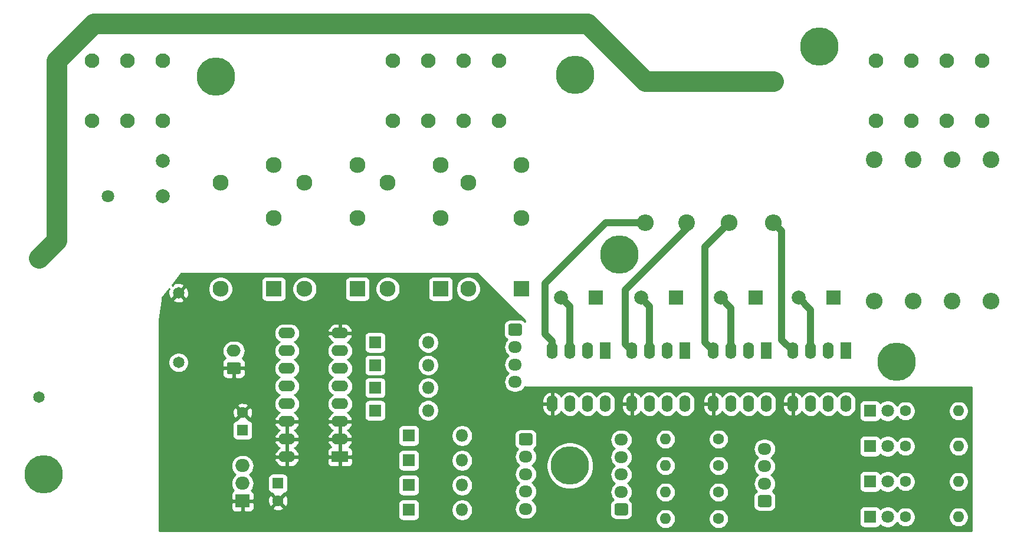
<source format=gbr>
G04 #@! TF.GenerationSoftware,KiCad,Pcbnew,(5.1.6)-1*
G04 #@! TF.CreationDate,2021-09-20T23:30:46+02:00*
G04 #@! TF.ProjectId,hamodule,68616d6f-6475-46c6-952e-6b696361645f,rev?*
G04 #@! TF.SameCoordinates,Original*
G04 #@! TF.FileFunction,Copper,L2,Bot*
G04 #@! TF.FilePolarity,Positive*
%FSLAX46Y46*%
G04 Gerber Fmt 4.6, Leading zero omitted, Abs format (unit mm)*
G04 Created by KiCad (PCBNEW (5.1.6)-1) date 2021-09-20 23:30:46*
%MOMM*%
%LPD*%
G01*
G04 APERTURE LIST*
G04 #@! TA.AperFunction,ComponentPad*
%ADD10C,5.500000*%
G04 #@! TD*
G04 #@! TA.AperFunction,ComponentPad*
%ADD11C,1.600000*%
G04 #@! TD*
G04 #@! TA.AperFunction,ComponentPad*
%ADD12R,1.600000X1.600000*%
G04 #@! TD*
G04 #@! TA.AperFunction,ComponentPad*
%ADD13O,1.800000X1.800000*%
G04 #@! TD*
G04 #@! TA.AperFunction,ComponentPad*
%ADD14R,1.800000X1.800000*%
G04 #@! TD*
G04 #@! TA.AperFunction,ComponentPad*
%ADD15C,1.800000*%
G04 #@! TD*
G04 #@! TA.AperFunction,ComponentPad*
%ADD16C,2.100000*%
G04 #@! TD*
G04 #@! TA.AperFunction,ComponentPad*
%ADD17R,2.300000X2.300000*%
G04 #@! TD*
G04 #@! TA.AperFunction,ComponentPad*
%ADD18C,2.300000*%
G04 #@! TD*
G04 #@! TA.AperFunction,ComponentPad*
%ADD19O,2.400000X2.400000*%
G04 #@! TD*
G04 #@! TA.AperFunction,ComponentPad*
%ADD20C,2.400000*%
G04 #@! TD*
G04 #@! TA.AperFunction,ComponentPad*
%ADD21C,2.000000*%
G04 #@! TD*
G04 #@! TA.AperFunction,ComponentPad*
%ADD22R,2.000000X2.000000*%
G04 #@! TD*
G04 #@! TA.AperFunction,ComponentPad*
%ADD23R,2.400000X1.600000*%
G04 #@! TD*
G04 #@! TA.AperFunction,ComponentPad*
%ADD24O,2.400000X1.600000*%
G04 #@! TD*
G04 #@! TA.AperFunction,ComponentPad*
%ADD25O,1.950000X1.700000*%
G04 #@! TD*
G04 #@! TA.AperFunction,ComponentPad*
%ADD26R,1.600000X2.400000*%
G04 #@! TD*
G04 #@! TA.AperFunction,ComponentPad*
%ADD27O,1.600000X2.400000*%
G04 #@! TD*
G04 #@! TA.AperFunction,ComponentPad*
%ADD28O,2.000000X1.905000*%
G04 #@! TD*
G04 #@! TA.AperFunction,ComponentPad*
%ADD29R,2.000000X1.905000*%
G04 #@! TD*
G04 #@! TA.AperFunction,ComponentPad*
%ADD30O,1.600000X1.600000*%
G04 #@! TD*
G04 #@! TA.AperFunction,ComponentPad*
%ADD31O,2.000000X1.700000*%
G04 #@! TD*
G04 #@! TA.AperFunction,ComponentPad*
%ADD32R,1.650000X1.650000*%
G04 #@! TD*
G04 #@! TA.AperFunction,ComponentPad*
%ADD33C,1.650000*%
G04 #@! TD*
G04 #@! TA.AperFunction,Conductor*
%ADD34C,3.000000*%
G04 #@! TD*
G04 #@! TA.AperFunction,Conductor*
%ADD35C,1.000000*%
G04 #@! TD*
G04 #@! TA.AperFunction,Conductor*
%ADD36C,0.254000*%
G04 #@! TD*
G04 APERTURE END LIST*
D10*
X109976920Y-47078900D03*
D11*
X60960000Y-82510000D03*
D12*
X60960000Y-80010000D03*
D11*
X55880000Y-69850000D03*
D12*
X55880000Y-72350000D03*
D13*
X87376000Y-83820000D03*
D14*
X79756000Y-83820000D03*
D13*
X87376000Y-80264000D03*
D14*
X79756000Y-80264000D03*
D13*
X87376000Y-76708000D03*
D14*
X79756000Y-76708000D03*
D13*
X87376000Y-73152000D03*
D14*
X79756000Y-73152000D03*
D13*
X82514000Y-59770000D03*
D14*
X74894000Y-59770000D03*
D13*
X82514000Y-63020000D03*
D14*
X74894000Y-63020000D03*
D13*
X82514000Y-66270000D03*
D14*
X74894000Y-66270000D03*
D13*
X82514000Y-69520000D03*
D14*
X74894000Y-69520000D03*
D15*
X36510000Y-38730000D03*
X29010000Y-37096670D03*
D16*
X44450000Y-27940000D03*
X44450000Y-19240000D03*
X39370000Y-27940000D03*
X39370000Y-19240000D03*
X34290000Y-27940000D03*
X34290000Y-19240000D03*
X29210000Y-27940000D03*
X29210000Y-19240000D03*
D10*
X52070000Y-21590000D03*
D17*
X84328000Y-52070000D03*
D18*
X84328000Y-41910000D03*
X84328000Y-34290000D03*
X76708000Y-36830000D03*
X76708000Y-52070000D03*
D19*
X132080000Y-42545000D03*
D20*
X132080000Y-22225000D03*
D19*
X125730000Y-42545000D03*
D20*
X125730000Y-22225000D03*
D21*
X113110000Y-53340000D03*
D22*
X118110000Y-53340000D03*
D21*
X124540000Y-53340000D03*
D22*
X129540000Y-53340000D03*
D23*
X69850000Y-76200000D03*
D24*
X62230000Y-58420000D03*
X69850000Y-73660000D03*
X62230000Y-60960000D03*
X69850000Y-71120000D03*
X62230000Y-63500000D03*
X69850000Y-68580000D03*
X62230000Y-66040000D03*
X69850000Y-66040000D03*
X62230000Y-68580000D03*
X69850000Y-63500000D03*
X62230000Y-71120000D03*
X69850000Y-60960000D03*
X62230000Y-73660000D03*
X69850000Y-58420000D03*
X62230000Y-76200000D03*
D25*
X94996000Y-65412000D03*
X94996000Y-62912000D03*
X94996000Y-60412000D03*
G04 #@! TA.AperFunction,ComponentPad*
G36*
G01*
X94271000Y-57062000D02*
X95721000Y-57062000D01*
G75*
G02*
X95971000Y-57312000I0J-250000D01*
G01*
X95971000Y-58512000D01*
G75*
G02*
X95721000Y-58762000I-250000J0D01*
G01*
X94271000Y-58762000D01*
G75*
G02*
X94021000Y-58512000I0J250000D01*
G01*
X94021000Y-57312000D01*
G75*
G02*
X94271000Y-57062000I250000J0D01*
G01*
G37*
G04 #@! TD.AperFunction*
X110236000Y-73740000D03*
X110236000Y-76240000D03*
X110236000Y-78740000D03*
X110236000Y-81240000D03*
G04 #@! TA.AperFunction,ComponentPad*
G36*
G01*
X110961000Y-84590000D02*
X109511000Y-84590000D01*
G75*
G02*
X109261000Y-84340000I0J250000D01*
G01*
X109261000Y-83140000D01*
G75*
G02*
X109511000Y-82890000I250000J0D01*
G01*
X110961000Y-82890000D01*
G75*
G02*
X111211000Y-83140000I0J-250000D01*
G01*
X111211000Y-84340000D01*
G75*
G02*
X110961000Y-84590000I-250000J0D01*
G01*
G37*
G04 #@! TD.AperFunction*
D26*
X119380000Y-60960000D03*
D27*
X111760000Y-68580000D03*
X116840000Y-60960000D03*
X114300000Y-68580000D03*
X114300000Y-60960000D03*
X116840000Y-68580000D03*
X111760000Y-60960000D03*
X119380000Y-68580000D03*
D26*
X142494000Y-60960000D03*
D27*
X134874000Y-68580000D03*
X139954000Y-60960000D03*
X137414000Y-68580000D03*
X137414000Y-60960000D03*
X139954000Y-68580000D03*
X134874000Y-60960000D03*
X142494000Y-68580000D03*
D26*
X131064000Y-60960000D03*
D27*
X123444000Y-68580000D03*
X128524000Y-60960000D03*
X125984000Y-68580000D03*
X125984000Y-60960000D03*
X128524000Y-68580000D03*
X123444000Y-60960000D03*
X131064000Y-68580000D03*
D26*
X107950000Y-60960000D03*
D27*
X100330000Y-68580000D03*
X105410000Y-60960000D03*
X102870000Y-68580000D03*
X102870000Y-60960000D03*
X105410000Y-68580000D03*
X100330000Y-60960000D03*
X107950000Y-68580000D03*
D28*
X55880000Y-77470000D03*
X55880000Y-80010000D03*
D29*
X55880000Y-82550000D03*
D30*
X158623000Y-84836000D03*
D11*
X151003000Y-84836000D03*
D30*
X158623000Y-79756000D03*
D11*
X151003000Y-79756000D03*
D30*
X158623000Y-74676000D03*
D11*
X151003000Y-74676000D03*
D30*
X116586000Y-85090000D03*
D11*
X124206000Y-85090000D03*
D30*
X116586000Y-81280000D03*
D11*
X124206000Y-81280000D03*
D30*
X116586000Y-77470000D03*
D11*
X124206000Y-77470000D03*
D30*
X116586000Y-73660000D03*
D11*
X124206000Y-73660000D03*
D30*
X158623000Y-69596000D03*
D11*
X151003000Y-69596000D03*
D25*
X96520000Y-83660000D03*
X96520000Y-81160000D03*
X96520000Y-78660000D03*
X96520000Y-76160000D03*
G04 #@! TA.AperFunction,ComponentPad*
G36*
G01*
X95795000Y-72810000D02*
X97245000Y-72810000D01*
G75*
G02*
X97495000Y-73060000I0J-250000D01*
G01*
X97495000Y-74260000D01*
G75*
G02*
X97245000Y-74510000I-250000J0D01*
G01*
X95795000Y-74510000D01*
G75*
G02*
X95545000Y-74260000I0J250000D01*
G01*
X95545000Y-73060000D01*
G75*
G02*
X95795000Y-72810000I250000J0D01*
G01*
G37*
G04 #@! TD.AperFunction*
D15*
X148463000Y-84836000D03*
D14*
X145923000Y-84836000D03*
D15*
X148463000Y-79756000D03*
D14*
X145923000Y-79756000D03*
D15*
X148463000Y-74676000D03*
D14*
X145923000Y-74676000D03*
D15*
X148463000Y-69596000D03*
D14*
X145923000Y-69596000D03*
D21*
X135716000Y-53340000D03*
D22*
X140716000Y-53340000D03*
D21*
X101600000Y-53340000D03*
D22*
X106600000Y-53340000D03*
D25*
X130810000Y-75050000D03*
X130810000Y-77550000D03*
X130810000Y-80050000D03*
G04 #@! TA.AperFunction,ComponentPad*
G36*
G01*
X131535000Y-83400000D02*
X130085000Y-83400000D01*
G75*
G02*
X129835000Y-83150000I0J250000D01*
G01*
X129835000Y-81950000D01*
G75*
G02*
X130085000Y-81700000I250000J0D01*
G01*
X131535000Y-81700000D01*
G75*
G02*
X131785000Y-81950000I0J-250000D01*
G01*
X131785000Y-83150000D01*
G75*
G02*
X131535000Y-83400000I-250000J0D01*
G01*
G37*
G04 #@! TD.AperFunction*
D31*
X54610000Y-60960000D03*
G04 #@! TA.AperFunction,ComponentPad*
G36*
G01*
X55360000Y-64310000D02*
X53860000Y-64310000D01*
G75*
G02*
X53610000Y-64060000I0J250000D01*
G01*
X53610000Y-62860000D01*
G75*
G02*
X53860000Y-62610000I250000J0D01*
G01*
X55360000Y-62610000D01*
G75*
G02*
X55610000Y-62860000I0J-250000D01*
G01*
X55610000Y-64060000D01*
G75*
G02*
X55360000Y-64310000I-250000J0D01*
G01*
G37*
G04 #@! TD.AperFunction*
D19*
X163322000Y-53848000D03*
D20*
X163322000Y-33528000D03*
D19*
X113665000Y-42545000D03*
D20*
X113665000Y-22225000D03*
D19*
X157734000Y-33528000D03*
D20*
X157734000Y-53848000D03*
D19*
X119634000Y-22225000D03*
D20*
X119634000Y-42545000D03*
D19*
X146558000Y-53848000D03*
D20*
X146558000Y-33528000D03*
D19*
X152146000Y-53848000D03*
D20*
X152146000Y-33528000D03*
D32*
X26670000Y-47625000D03*
D33*
X26670000Y-67625000D03*
X46670000Y-62625000D03*
X46670000Y-52625000D03*
D10*
X149720300Y-62489080D03*
X27305000Y-78740000D03*
X102870000Y-77470000D03*
X103632000Y-21336000D03*
X138684000Y-17272000D03*
D21*
X44450000Y-38735000D03*
X44450000Y-33655000D03*
D17*
X60325000Y-52070000D03*
D18*
X60325000Y-41910000D03*
X60325000Y-34290000D03*
X52705000Y-36830000D03*
X52705000Y-52070000D03*
D17*
X72390000Y-52070000D03*
D18*
X72390000Y-41910000D03*
X72390000Y-34290000D03*
X64770000Y-36830000D03*
X64770000Y-52070000D03*
D17*
X95885000Y-52070000D03*
D18*
X95885000Y-41910000D03*
X95885000Y-34290000D03*
X88265000Y-36830000D03*
X88265000Y-52070000D03*
D16*
X146812000Y-19240000D03*
X146812000Y-27940000D03*
X151892000Y-19240000D03*
X151892000Y-27940000D03*
X156972000Y-19240000D03*
X156972000Y-27940000D03*
X162052000Y-19240000D03*
X162052000Y-27940000D03*
X77470000Y-19240000D03*
X77470000Y-27940000D03*
X82550000Y-19240000D03*
X82550000Y-27940000D03*
X87630000Y-19240000D03*
X87630000Y-27940000D03*
X92710000Y-19240000D03*
X92710000Y-27940000D03*
D34*
X113665000Y-22225000D02*
X132080000Y-22225000D01*
X105345990Y-13905990D02*
X113665000Y-22225000D01*
X34544010Y-13905990D02*
X105345990Y-13905990D01*
X29210000Y-19240000D02*
X34544010Y-13905990D01*
X29210000Y-45085000D02*
X26670000Y-47625000D01*
X29210000Y-19240000D02*
X29210000Y-45085000D01*
D35*
X102870000Y-54610000D02*
X101600000Y-53340000D01*
X102870000Y-60960000D02*
X102870000Y-54610000D01*
X114300000Y-54530000D02*
X113110000Y-53340000D01*
X114300000Y-60960000D02*
X114300000Y-54530000D01*
X125984000Y-54784000D02*
X124540000Y-53340000D01*
X125984000Y-60960000D02*
X125984000Y-54784000D01*
X137414000Y-55038000D02*
X135716000Y-53340000D01*
X137414000Y-60960000D02*
X137414000Y-55038000D01*
X100330000Y-59606180D02*
X100330000Y-60960000D01*
X99299999Y-58576179D02*
X100330000Y-59606180D01*
X99299999Y-51264549D02*
X99299999Y-58576179D01*
X108019548Y-42545000D02*
X99299999Y-51264549D01*
X113665000Y-42545000D02*
X108019548Y-42545000D01*
X133279999Y-59365999D02*
X134874000Y-60960000D01*
X133279999Y-43744999D02*
X133279999Y-59365999D01*
X132080000Y-42545000D02*
X133279999Y-43744999D01*
X110809999Y-60009999D02*
X111760000Y-60960000D01*
X110809999Y-52239823D02*
X110809999Y-60009999D01*
X119634000Y-43415822D02*
X110809999Y-52239823D01*
X119634000Y-42545000D02*
X119634000Y-43415822D01*
X122239999Y-59755999D02*
X123444000Y-60960000D01*
X122239999Y-46035001D02*
X122239999Y-59755999D01*
X125730000Y-42545000D02*
X122239999Y-46035001D01*
D36*
G36*
X96393000Y-56568117D02*
G01*
X96393000Y-56737699D01*
X96348962Y-56684038D01*
X96214386Y-56573595D01*
X96060850Y-56491528D01*
X95894254Y-56440992D01*
X95721000Y-56423928D01*
X94271000Y-56423928D01*
X94097746Y-56440992D01*
X93931150Y-56491528D01*
X93777614Y-56573595D01*
X93643038Y-56684038D01*
X93532595Y-56818614D01*
X93450528Y-56972150D01*
X93399992Y-57138746D01*
X93382928Y-57312000D01*
X93382928Y-58512000D01*
X93399992Y-58685254D01*
X93450528Y-58851850D01*
X93532595Y-59005386D01*
X93643038Y-59139962D01*
X93777614Y-59250405D01*
X93879337Y-59304777D01*
X93815866Y-59356866D01*
X93630294Y-59582986D01*
X93492401Y-59840966D01*
X93407487Y-60120889D01*
X93378815Y-60412000D01*
X93407487Y-60703111D01*
X93492401Y-60983034D01*
X93630294Y-61241014D01*
X93815866Y-61467134D01*
X94041986Y-61652706D01*
X94059374Y-61662000D01*
X94041986Y-61671294D01*
X93815866Y-61856866D01*
X93630294Y-62082986D01*
X93492401Y-62340966D01*
X93407487Y-62620889D01*
X93378815Y-62912000D01*
X93407487Y-63203111D01*
X93492401Y-63483034D01*
X93630294Y-63741014D01*
X93815866Y-63967134D01*
X94041986Y-64152706D01*
X94059374Y-64162000D01*
X94041986Y-64171294D01*
X93815866Y-64356866D01*
X93630294Y-64582986D01*
X93492401Y-64840966D01*
X93407487Y-65120889D01*
X93378815Y-65412000D01*
X93407487Y-65703111D01*
X93492401Y-65983034D01*
X93630294Y-66241014D01*
X93815866Y-66467134D01*
X94041986Y-66652706D01*
X94299966Y-66790599D01*
X94579889Y-66875513D01*
X94798050Y-66897000D01*
X95193950Y-66897000D01*
X95412111Y-66875513D01*
X95692034Y-66790599D01*
X95950014Y-66652706D01*
X96176134Y-66467134D01*
X96361706Y-66241014D01*
X96424718Y-66123127D01*
X96430197Y-66129803D01*
X96449443Y-66145597D01*
X96471399Y-66157333D01*
X96495224Y-66164560D01*
X96520000Y-66167000D01*
X160528000Y-66167000D01*
X160528000Y-86868000D01*
X43942000Y-86868000D01*
X43942000Y-83502500D01*
X54241928Y-83502500D01*
X54254188Y-83626982D01*
X54290498Y-83746680D01*
X54349463Y-83856994D01*
X54428815Y-83953685D01*
X54525506Y-84033037D01*
X54635820Y-84092002D01*
X54755518Y-84128312D01*
X54880000Y-84140572D01*
X55594250Y-84137500D01*
X55753000Y-83978750D01*
X55753000Y-82677000D01*
X56007000Y-82677000D01*
X56007000Y-83978750D01*
X56165750Y-84137500D01*
X56880000Y-84140572D01*
X57004482Y-84128312D01*
X57124180Y-84092002D01*
X57234494Y-84033037D01*
X57331185Y-83953685D01*
X57410537Y-83856994D01*
X57469502Y-83746680D01*
X57505812Y-83626982D01*
X57518052Y-83502702D01*
X60146903Y-83502702D01*
X60218486Y-83746671D01*
X60473996Y-83867571D01*
X60748184Y-83936300D01*
X61030512Y-83950217D01*
X61310130Y-83908787D01*
X61576292Y-83813603D01*
X61701514Y-83746671D01*
X61773097Y-83502702D01*
X60960000Y-82689605D01*
X60146903Y-83502702D01*
X57518052Y-83502702D01*
X57518072Y-83502500D01*
X57515000Y-82835750D01*
X57356250Y-82677000D01*
X56007000Y-82677000D01*
X55753000Y-82677000D01*
X54403750Y-82677000D01*
X54245000Y-82835750D01*
X54241928Y-83502500D01*
X43942000Y-83502500D01*
X43942000Y-82580512D01*
X59519783Y-82580512D01*
X59561213Y-82860130D01*
X59656397Y-83126292D01*
X59723329Y-83251514D01*
X59967298Y-83323097D01*
X60780395Y-82510000D01*
X61139605Y-82510000D01*
X61952702Y-83323097D01*
X62196671Y-83251514D01*
X62317571Y-82996004D01*
X62336622Y-82920000D01*
X78217928Y-82920000D01*
X78217928Y-84720000D01*
X78230188Y-84844482D01*
X78266498Y-84964180D01*
X78325463Y-85074494D01*
X78404815Y-85171185D01*
X78501506Y-85250537D01*
X78611820Y-85309502D01*
X78731518Y-85345812D01*
X78856000Y-85358072D01*
X80656000Y-85358072D01*
X80780482Y-85345812D01*
X80900180Y-85309502D01*
X81010494Y-85250537D01*
X81107185Y-85171185D01*
X81186537Y-85074494D01*
X81245502Y-84964180D01*
X81281812Y-84844482D01*
X81294072Y-84720000D01*
X81294072Y-83668816D01*
X85841000Y-83668816D01*
X85841000Y-83971184D01*
X85899989Y-84267743D01*
X86015701Y-84547095D01*
X86183688Y-84798505D01*
X86397495Y-85012312D01*
X86648905Y-85180299D01*
X86928257Y-85296011D01*
X87224816Y-85355000D01*
X87527184Y-85355000D01*
X87823743Y-85296011D01*
X88103095Y-85180299D01*
X88354505Y-85012312D01*
X88568312Y-84798505D01*
X88736299Y-84547095D01*
X88852011Y-84267743D01*
X88911000Y-83971184D01*
X88911000Y-83668816D01*
X88852011Y-83372257D01*
X88736299Y-83092905D01*
X88568312Y-82841495D01*
X88354505Y-82627688D01*
X88103095Y-82459701D01*
X87823743Y-82343989D01*
X87527184Y-82285000D01*
X87224816Y-82285000D01*
X86928257Y-82343989D01*
X86648905Y-82459701D01*
X86397495Y-82627688D01*
X86183688Y-82841495D01*
X86015701Y-83092905D01*
X85899989Y-83372257D01*
X85841000Y-83668816D01*
X81294072Y-83668816D01*
X81294072Y-82920000D01*
X81281812Y-82795518D01*
X81245502Y-82675820D01*
X81186537Y-82565506D01*
X81107185Y-82468815D01*
X81010494Y-82389463D01*
X80900180Y-82330498D01*
X80780482Y-82294188D01*
X80656000Y-82281928D01*
X78856000Y-82281928D01*
X78731518Y-82294188D01*
X78611820Y-82330498D01*
X78501506Y-82389463D01*
X78404815Y-82468815D01*
X78325463Y-82565506D01*
X78266498Y-82675820D01*
X78230188Y-82795518D01*
X78217928Y-82920000D01*
X62336622Y-82920000D01*
X62386300Y-82721816D01*
X62400217Y-82439488D01*
X62358787Y-82159870D01*
X62263603Y-81893708D01*
X62196671Y-81768486D01*
X61952702Y-81696903D01*
X61139605Y-82510000D01*
X60780395Y-82510000D01*
X59967298Y-81696903D01*
X59723329Y-81768486D01*
X59602429Y-82023996D01*
X59533700Y-82298184D01*
X59519783Y-82580512D01*
X43942000Y-82580512D01*
X43942000Y-77470000D01*
X54237319Y-77470000D01*
X54267970Y-77781204D01*
X54358745Y-78080449D01*
X54506155Y-78356235D01*
X54704537Y-78597963D01*
X54877609Y-78740000D01*
X54704537Y-78882037D01*
X54506155Y-79123765D01*
X54358745Y-79399551D01*
X54267970Y-79698796D01*
X54237319Y-80010000D01*
X54267970Y-80321204D01*
X54358745Y-80620449D01*
X54506155Y-80896235D01*
X54609446Y-81022095D01*
X54525506Y-81066963D01*
X54428815Y-81146315D01*
X54349463Y-81243006D01*
X54290498Y-81353320D01*
X54254188Y-81473018D01*
X54241928Y-81597500D01*
X54245000Y-82264250D01*
X54403750Y-82423000D01*
X55753000Y-82423000D01*
X55753000Y-82403000D01*
X56007000Y-82403000D01*
X56007000Y-82423000D01*
X57356250Y-82423000D01*
X57515000Y-82264250D01*
X57518072Y-81597500D01*
X57505812Y-81473018D01*
X57469502Y-81353320D01*
X57410537Y-81243006D01*
X57331185Y-81146315D01*
X57234494Y-81066963D01*
X57150554Y-81022095D01*
X57253845Y-80896235D01*
X57401255Y-80620449D01*
X57492030Y-80321204D01*
X57522681Y-80010000D01*
X57492030Y-79698796D01*
X57401255Y-79399551D01*
X57299939Y-79210000D01*
X59521928Y-79210000D01*
X59521928Y-80810000D01*
X59534188Y-80934482D01*
X59570498Y-81054180D01*
X59629463Y-81164494D01*
X59708815Y-81261185D01*
X59805506Y-81340537D01*
X59915820Y-81399502D01*
X60035518Y-81435812D01*
X60160000Y-81448072D01*
X60167215Y-81448072D01*
X60146903Y-81517298D01*
X60960000Y-82330395D01*
X61773097Y-81517298D01*
X61752785Y-81448072D01*
X61760000Y-81448072D01*
X61884482Y-81435812D01*
X62004180Y-81399502D01*
X62114494Y-81340537D01*
X62211185Y-81261185D01*
X62290537Y-81164494D01*
X62349502Y-81054180D01*
X62385812Y-80934482D01*
X62398072Y-80810000D01*
X62398072Y-79364000D01*
X78217928Y-79364000D01*
X78217928Y-81164000D01*
X78230188Y-81288482D01*
X78266498Y-81408180D01*
X78325463Y-81518494D01*
X78404815Y-81615185D01*
X78501506Y-81694537D01*
X78611820Y-81753502D01*
X78731518Y-81789812D01*
X78856000Y-81802072D01*
X80656000Y-81802072D01*
X80780482Y-81789812D01*
X80900180Y-81753502D01*
X81010494Y-81694537D01*
X81107185Y-81615185D01*
X81186537Y-81518494D01*
X81245502Y-81408180D01*
X81281812Y-81288482D01*
X81294072Y-81164000D01*
X81294072Y-80112816D01*
X85841000Y-80112816D01*
X85841000Y-80415184D01*
X85899989Y-80711743D01*
X86015701Y-80991095D01*
X86183688Y-81242505D01*
X86397495Y-81456312D01*
X86648905Y-81624299D01*
X86928257Y-81740011D01*
X87224816Y-81799000D01*
X87527184Y-81799000D01*
X87823743Y-81740011D01*
X88103095Y-81624299D01*
X88354505Y-81456312D01*
X88568312Y-81242505D01*
X88736299Y-80991095D01*
X88852011Y-80711743D01*
X88911000Y-80415184D01*
X88911000Y-80112816D01*
X88852011Y-79816257D01*
X88736299Y-79536905D01*
X88568312Y-79285495D01*
X88354505Y-79071688D01*
X88103095Y-78903701D01*
X87823743Y-78787989D01*
X87527184Y-78729000D01*
X87224816Y-78729000D01*
X86928257Y-78787989D01*
X86648905Y-78903701D01*
X86397495Y-79071688D01*
X86183688Y-79285495D01*
X86015701Y-79536905D01*
X85899989Y-79816257D01*
X85841000Y-80112816D01*
X81294072Y-80112816D01*
X81294072Y-79364000D01*
X81281812Y-79239518D01*
X81245502Y-79119820D01*
X81186537Y-79009506D01*
X81107185Y-78912815D01*
X81010494Y-78833463D01*
X80900180Y-78774498D01*
X80780482Y-78738188D01*
X80656000Y-78725928D01*
X78856000Y-78725928D01*
X78731518Y-78738188D01*
X78611820Y-78774498D01*
X78501506Y-78833463D01*
X78404815Y-78912815D01*
X78325463Y-79009506D01*
X78266498Y-79119820D01*
X78230188Y-79239518D01*
X78217928Y-79364000D01*
X62398072Y-79364000D01*
X62398072Y-79210000D01*
X62385812Y-79085518D01*
X62349502Y-78965820D01*
X62290537Y-78855506D01*
X62211185Y-78758815D01*
X62114494Y-78679463D01*
X62004180Y-78620498D01*
X61884482Y-78584188D01*
X61760000Y-78571928D01*
X60160000Y-78571928D01*
X60035518Y-78584188D01*
X59915820Y-78620498D01*
X59805506Y-78679463D01*
X59708815Y-78758815D01*
X59629463Y-78855506D01*
X59570498Y-78965820D01*
X59534188Y-79085518D01*
X59521928Y-79210000D01*
X57299939Y-79210000D01*
X57253845Y-79123765D01*
X57055463Y-78882037D01*
X56882391Y-78740000D01*
X57055463Y-78597963D01*
X57253845Y-78356235D01*
X57401255Y-78080449D01*
X57492030Y-77781204D01*
X57522681Y-77470000D01*
X57492030Y-77158796D01*
X57401255Y-76859551D01*
X57253845Y-76583765D01*
X57225346Y-76549039D01*
X60438096Y-76549039D01*
X60455633Y-76631818D01*
X60566285Y-76891646D01*
X60725500Y-77124895D01*
X60927161Y-77322601D01*
X61163517Y-77477166D01*
X61425486Y-77582650D01*
X61703000Y-77635000D01*
X62103000Y-77635000D01*
X62103000Y-76327000D01*
X62357000Y-76327000D01*
X62357000Y-77635000D01*
X62757000Y-77635000D01*
X63034514Y-77582650D01*
X63296483Y-77477166D01*
X63532839Y-77322601D01*
X63734500Y-77124895D01*
X63819752Y-77000000D01*
X68011928Y-77000000D01*
X68024188Y-77124482D01*
X68060498Y-77244180D01*
X68119463Y-77354494D01*
X68198815Y-77451185D01*
X68295506Y-77530537D01*
X68405820Y-77589502D01*
X68525518Y-77625812D01*
X68650000Y-77638072D01*
X69564250Y-77635000D01*
X69723000Y-77476250D01*
X69723000Y-76327000D01*
X69977000Y-76327000D01*
X69977000Y-77476250D01*
X70135750Y-77635000D01*
X71050000Y-77638072D01*
X71174482Y-77625812D01*
X71294180Y-77589502D01*
X71404494Y-77530537D01*
X71501185Y-77451185D01*
X71580537Y-77354494D01*
X71639502Y-77244180D01*
X71675812Y-77124482D01*
X71688072Y-77000000D01*
X71685000Y-76485750D01*
X71526250Y-76327000D01*
X69977000Y-76327000D01*
X69723000Y-76327000D01*
X68173750Y-76327000D01*
X68015000Y-76485750D01*
X68011928Y-77000000D01*
X63819752Y-77000000D01*
X63893715Y-76891646D01*
X64004367Y-76631818D01*
X64021904Y-76549039D01*
X63899915Y-76327000D01*
X62357000Y-76327000D01*
X62103000Y-76327000D01*
X60560085Y-76327000D01*
X60438096Y-76549039D01*
X57225346Y-76549039D01*
X57055463Y-76342037D01*
X56813735Y-76143655D01*
X56537949Y-75996245D01*
X56238704Y-75905470D01*
X56005486Y-75882500D01*
X55754514Y-75882500D01*
X55521296Y-75905470D01*
X55222051Y-75996245D01*
X54946265Y-76143655D01*
X54704537Y-76342037D01*
X54506155Y-76583765D01*
X54358745Y-76859551D01*
X54267970Y-77158796D01*
X54237319Y-77470000D01*
X43942000Y-77470000D01*
X43942000Y-74009039D01*
X60438096Y-74009039D01*
X60455633Y-74091818D01*
X60566285Y-74351646D01*
X60725500Y-74584895D01*
X60927161Y-74782601D01*
X61152559Y-74930000D01*
X60927161Y-75077399D01*
X60725500Y-75275105D01*
X60566285Y-75508354D01*
X60455633Y-75768182D01*
X60438096Y-75850961D01*
X60560085Y-76073000D01*
X62103000Y-76073000D01*
X62103000Y-73787000D01*
X62357000Y-73787000D01*
X62357000Y-76073000D01*
X63899915Y-76073000D01*
X64021904Y-75850961D01*
X64004367Y-75768182D01*
X63893715Y-75508354D01*
X63819753Y-75400000D01*
X68011928Y-75400000D01*
X68015000Y-75914250D01*
X68173750Y-76073000D01*
X69723000Y-76073000D01*
X69723000Y-73787000D01*
X69977000Y-73787000D01*
X69977000Y-76073000D01*
X71526250Y-76073000D01*
X71685000Y-75914250D01*
X71685634Y-75808000D01*
X78217928Y-75808000D01*
X78217928Y-77608000D01*
X78230188Y-77732482D01*
X78266498Y-77852180D01*
X78325463Y-77962494D01*
X78404815Y-78059185D01*
X78501506Y-78138537D01*
X78611820Y-78197502D01*
X78731518Y-78233812D01*
X78856000Y-78246072D01*
X80656000Y-78246072D01*
X80780482Y-78233812D01*
X80900180Y-78197502D01*
X81010494Y-78138537D01*
X81107185Y-78059185D01*
X81186537Y-77962494D01*
X81245502Y-77852180D01*
X81281812Y-77732482D01*
X81294072Y-77608000D01*
X81294072Y-76556816D01*
X85841000Y-76556816D01*
X85841000Y-76859184D01*
X85899989Y-77155743D01*
X86015701Y-77435095D01*
X86183688Y-77686505D01*
X86397495Y-77900312D01*
X86648905Y-78068299D01*
X86928257Y-78184011D01*
X87224816Y-78243000D01*
X87527184Y-78243000D01*
X87823743Y-78184011D01*
X88103095Y-78068299D01*
X88354505Y-77900312D01*
X88568312Y-77686505D01*
X88736299Y-77435095D01*
X88852011Y-77155743D01*
X88911000Y-76859184D01*
X88911000Y-76556816D01*
X88852011Y-76260257D01*
X88810483Y-76160000D01*
X94902815Y-76160000D01*
X94931487Y-76451111D01*
X95016401Y-76731034D01*
X95154294Y-76989014D01*
X95339866Y-77215134D01*
X95565986Y-77400706D01*
X95583374Y-77410000D01*
X95565986Y-77419294D01*
X95339866Y-77604866D01*
X95154294Y-77830986D01*
X95016401Y-78088966D01*
X94931487Y-78368889D01*
X94902815Y-78660000D01*
X94931487Y-78951111D01*
X95016401Y-79231034D01*
X95154294Y-79489014D01*
X95339866Y-79715134D01*
X95565986Y-79900706D01*
X95583374Y-79910000D01*
X95565986Y-79919294D01*
X95339866Y-80104866D01*
X95154294Y-80330986D01*
X95016401Y-80588966D01*
X94931487Y-80868889D01*
X94902815Y-81160000D01*
X94931487Y-81451111D01*
X95016401Y-81731034D01*
X95154294Y-81989014D01*
X95339866Y-82215134D01*
X95565986Y-82400706D01*
X95583374Y-82410000D01*
X95565986Y-82419294D01*
X95339866Y-82604866D01*
X95154294Y-82830986D01*
X95016401Y-83088966D01*
X94931487Y-83368889D01*
X94902815Y-83660000D01*
X94931487Y-83951111D01*
X95016401Y-84231034D01*
X95154294Y-84489014D01*
X95339866Y-84715134D01*
X95565986Y-84900706D01*
X95823966Y-85038599D01*
X96103889Y-85123513D01*
X96322050Y-85145000D01*
X96717950Y-85145000D01*
X96936111Y-85123513D01*
X97216034Y-85038599D01*
X97474014Y-84900706D01*
X97700134Y-84715134D01*
X97885706Y-84489014D01*
X98023599Y-84231034D01*
X98108513Y-83951111D01*
X98137185Y-83660000D01*
X98108513Y-83368889D01*
X98023599Y-83088966D01*
X97885706Y-82830986D01*
X97700134Y-82604866D01*
X97474014Y-82419294D01*
X97456626Y-82410000D01*
X97474014Y-82400706D01*
X97700134Y-82215134D01*
X97885706Y-81989014D01*
X98023599Y-81731034D01*
X98108513Y-81451111D01*
X98137185Y-81160000D01*
X98108513Y-80868889D01*
X98023599Y-80588966D01*
X97885706Y-80330986D01*
X97700134Y-80104866D01*
X97474014Y-79919294D01*
X97456626Y-79910000D01*
X97474014Y-79900706D01*
X97700134Y-79715134D01*
X97885706Y-79489014D01*
X98023599Y-79231034D01*
X98108513Y-78951111D01*
X98137185Y-78660000D01*
X98108513Y-78368889D01*
X98023599Y-78088966D01*
X97885706Y-77830986D01*
X97700134Y-77604866D01*
X97474014Y-77419294D01*
X97456626Y-77410000D01*
X97474014Y-77400706D01*
X97700134Y-77215134D01*
X97764579Y-77136607D01*
X99485000Y-77136607D01*
X99485000Y-77803393D01*
X99615083Y-78457368D01*
X99870252Y-79073399D01*
X100240698Y-79627812D01*
X100712188Y-80099302D01*
X101266601Y-80469748D01*
X101882632Y-80724917D01*
X102536607Y-80855000D01*
X103203393Y-80855000D01*
X103857368Y-80724917D01*
X104473399Y-80469748D01*
X105027812Y-80099302D01*
X105499302Y-79627812D01*
X105869748Y-79073399D01*
X106124917Y-78457368D01*
X106255000Y-77803393D01*
X106255000Y-77136607D01*
X106124917Y-76482632D01*
X105869748Y-75866601D01*
X105499302Y-75312188D01*
X105027812Y-74840698D01*
X104473399Y-74470252D01*
X103857368Y-74215083D01*
X103203393Y-74085000D01*
X102536607Y-74085000D01*
X101882632Y-74215083D01*
X101266601Y-74470252D01*
X100712188Y-74840698D01*
X100240698Y-75312188D01*
X99870252Y-75866601D01*
X99615083Y-76482632D01*
X99485000Y-77136607D01*
X97764579Y-77136607D01*
X97885706Y-76989014D01*
X98023599Y-76731034D01*
X98108513Y-76451111D01*
X98137185Y-76160000D01*
X98108513Y-75868889D01*
X98023599Y-75588966D01*
X97885706Y-75330986D01*
X97700134Y-75104866D01*
X97636663Y-75052777D01*
X97738386Y-74998405D01*
X97872962Y-74887962D01*
X97983405Y-74753386D01*
X98065472Y-74599850D01*
X98116008Y-74433254D01*
X98133072Y-74260000D01*
X98133072Y-73740000D01*
X108618815Y-73740000D01*
X108647487Y-74031111D01*
X108732401Y-74311034D01*
X108870294Y-74569014D01*
X109055866Y-74795134D01*
X109281986Y-74980706D01*
X109299374Y-74990000D01*
X109281986Y-74999294D01*
X109055866Y-75184866D01*
X108870294Y-75410986D01*
X108732401Y-75668966D01*
X108647487Y-75948889D01*
X108618815Y-76240000D01*
X108647487Y-76531111D01*
X108732401Y-76811034D01*
X108870294Y-77069014D01*
X109055866Y-77295134D01*
X109281986Y-77480706D01*
X109299374Y-77490000D01*
X109281986Y-77499294D01*
X109055866Y-77684866D01*
X108870294Y-77910986D01*
X108732401Y-78168966D01*
X108647487Y-78448889D01*
X108618815Y-78740000D01*
X108647487Y-79031111D01*
X108732401Y-79311034D01*
X108870294Y-79569014D01*
X109055866Y-79795134D01*
X109281986Y-79980706D01*
X109299374Y-79990000D01*
X109281986Y-79999294D01*
X109055866Y-80184866D01*
X108870294Y-80410986D01*
X108732401Y-80668966D01*
X108647487Y-80948889D01*
X108618815Y-81240000D01*
X108647487Y-81531111D01*
X108732401Y-81811034D01*
X108870294Y-82069014D01*
X109055866Y-82295134D01*
X109119337Y-82347223D01*
X109017614Y-82401595D01*
X108883038Y-82512038D01*
X108772595Y-82646614D01*
X108690528Y-82800150D01*
X108639992Y-82966746D01*
X108622928Y-83140000D01*
X108622928Y-84340000D01*
X108639992Y-84513254D01*
X108690528Y-84679850D01*
X108772595Y-84833386D01*
X108883038Y-84967962D01*
X109017614Y-85078405D01*
X109171150Y-85160472D01*
X109337746Y-85211008D01*
X109511000Y-85228072D01*
X110961000Y-85228072D01*
X111134254Y-85211008D01*
X111300850Y-85160472D01*
X111454386Y-85078405D01*
X111588962Y-84967962D01*
X111604798Y-84948665D01*
X115151000Y-84948665D01*
X115151000Y-85231335D01*
X115206147Y-85508574D01*
X115314320Y-85769727D01*
X115471363Y-86004759D01*
X115671241Y-86204637D01*
X115906273Y-86361680D01*
X116167426Y-86469853D01*
X116444665Y-86525000D01*
X116727335Y-86525000D01*
X117004574Y-86469853D01*
X117265727Y-86361680D01*
X117500759Y-86204637D01*
X117700637Y-86004759D01*
X117857680Y-85769727D01*
X117965853Y-85508574D01*
X118021000Y-85231335D01*
X118021000Y-84948665D01*
X122771000Y-84948665D01*
X122771000Y-85231335D01*
X122826147Y-85508574D01*
X122934320Y-85769727D01*
X123091363Y-86004759D01*
X123291241Y-86204637D01*
X123526273Y-86361680D01*
X123787426Y-86469853D01*
X124064665Y-86525000D01*
X124347335Y-86525000D01*
X124624574Y-86469853D01*
X124885727Y-86361680D01*
X125120759Y-86204637D01*
X125320637Y-86004759D01*
X125477680Y-85769727D01*
X125585853Y-85508574D01*
X125641000Y-85231335D01*
X125641000Y-84948665D01*
X125585853Y-84671426D01*
X125477680Y-84410273D01*
X125320637Y-84175241D01*
X125120759Y-83975363D01*
X124885727Y-83818320D01*
X124624574Y-83710147D01*
X124347335Y-83655000D01*
X124064665Y-83655000D01*
X123787426Y-83710147D01*
X123526273Y-83818320D01*
X123291241Y-83975363D01*
X123091363Y-84175241D01*
X122934320Y-84410273D01*
X122826147Y-84671426D01*
X122771000Y-84948665D01*
X118021000Y-84948665D01*
X117965853Y-84671426D01*
X117857680Y-84410273D01*
X117700637Y-84175241D01*
X117500759Y-83975363D01*
X117265727Y-83818320D01*
X117004574Y-83710147D01*
X116727335Y-83655000D01*
X116444665Y-83655000D01*
X116167426Y-83710147D01*
X115906273Y-83818320D01*
X115671241Y-83975363D01*
X115471363Y-84175241D01*
X115314320Y-84410273D01*
X115206147Y-84671426D01*
X115151000Y-84948665D01*
X111604798Y-84948665D01*
X111699405Y-84833386D01*
X111781472Y-84679850D01*
X111832008Y-84513254D01*
X111849072Y-84340000D01*
X111849072Y-83140000D01*
X111832008Y-82966746D01*
X111781472Y-82800150D01*
X111699405Y-82646614D01*
X111588962Y-82512038D01*
X111454386Y-82401595D01*
X111352663Y-82347223D01*
X111416134Y-82295134D01*
X111601706Y-82069014D01*
X111739599Y-81811034D01*
X111824513Y-81531111D01*
X111853185Y-81240000D01*
X111843205Y-81138665D01*
X115151000Y-81138665D01*
X115151000Y-81421335D01*
X115206147Y-81698574D01*
X115314320Y-81959727D01*
X115471363Y-82194759D01*
X115671241Y-82394637D01*
X115906273Y-82551680D01*
X116167426Y-82659853D01*
X116444665Y-82715000D01*
X116727335Y-82715000D01*
X117004574Y-82659853D01*
X117265727Y-82551680D01*
X117500759Y-82394637D01*
X117700637Y-82194759D01*
X117857680Y-81959727D01*
X117965853Y-81698574D01*
X118021000Y-81421335D01*
X118021000Y-81138665D01*
X122771000Y-81138665D01*
X122771000Y-81421335D01*
X122826147Y-81698574D01*
X122934320Y-81959727D01*
X123091363Y-82194759D01*
X123291241Y-82394637D01*
X123526273Y-82551680D01*
X123787426Y-82659853D01*
X124064665Y-82715000D01*
X124347335Y-82715000D01*
X124624574Y-82659853D01*
X124885727Y-82551680D01*
X125120759Y-82394637D01*
X125320637Y-82194759D01*
X125477680Y-81959727D01*
X125585853Y-81698574D01*
X125641000Y-81421335D01*
X125641000Y-81138665D01*
X125585853Y-80861426D01*
X125477680Y-80600273D01*
X125320637Y-80365241D01*
X125120759Y-80165363D01*
X124885727Y-80008320D01*
X124624574Y-79900147D01*
X124347335Y-79845000D01*
X124064665Y-79845000D01*
X123787426Y-79900147D01*
X123526273Y-80008320D01*
X123291241Y-80165363D01*
X123091363Y-80365241D01*
X122934320Y-80600273D01*
X122826147Y-80861426D01*
X122771000Y-81138665D01*
X118021000Y-81138665D01*
X117965853Y-80861426D01*
X117857680Y-80600273D01*
X117700637Y-80365241D01*
X117500759Y-80165363D01*
X117265727Y-80008320D01*
X117004574Y-79900147D01*
X116727335Y-79845000D01*
X116444665Y-79845000D01*
X116167426Y-79900147D01*
X115906273Y-80008320D01*
X115671241Y-80165363D01*
X115471363Y-80365241D01*
X115314320Y-80600273D01*
X115206147Y-80861426D01*
X115151000Y-81138665D01*
X111843205Y-81138665D01*
X111824513Y-80948889D01*
X111739599Y-80668966D01*
X111601706Y-80410986D01*
X111416134Y-80184866D01*
X111190014Y-79999294D01*
X111172626Y-79990000D01*
X111190014Y-79980706D01*
X111416134Y-79795134D01*
X111601706Y-79569014D01*
X111739599Y-79311034D01*
X111824513Y-79031111D01*
X111853185Y-78740000D01*
X111824513Y-78448889D01*
X111739599Y-78168966D01*
X111601706Y-77910986D01*
X111416134Y-77684866D01*
X111190014Y-77499294D01*
X111172626Y-77490000D01*
X111190014Y-77480706D01*
X111375276Y-77328665D01*
X115151000Y-77328665D01*
X115151000Y-77611335D01*
X115206147Y-77888574D01*
X115314320Y-78149727D01*
X115471363Y-78384759D01*
X115671241Y-78584637D01*
X115906273Y-78741680D01*
X116167426Y-78849853D01*
X116444665Y-78905000D01*
X116727335Y-78905000D01*
X117004574Y-78849853D01*
X117265727Y-78741680D01*
X117500759Y-78584637D01*
X117700637Y-78384759D01*
X117857680Y-78149727D01*
X117965853Y-77888574D01*
X118021000Y-77611335D01*
X118021000Y-77328665D01*
X122771000Y-77328665D01*
X122771000Y-77611335D01*
X122826147Y-77888574D01*
X122934320Y-78149727D01*
X123091363Y-78384759D01*
X123291241Y-78584637D01*
X123526273Y-78741680D01*
X123787426Y-78849853D01*
X124064665Y-78905000D01*
X124347335Y-78905000D01*
X124624574Y-78849853D01*
X124885727Y-78741680D01*
X125120759Y-78584637D01*
X125320637Y-78384759D01*
X125477680Y-78149727D01*
X125585853Y-77888574D01*
X125641000Y-77611335D01*
X125641000Y-77328665D01*
X125585853Y-77051426D01*
X125477680Y-76790273D01*
X125320637Y-76555241D01*
X125120759Y-76355363D01*
X124885727Y-76198320D01*
X124624574Y-76090147D01*
X124347335Y-76035000D01*
X124064665Y-76035000D01*
X123787426Y-76090147D01*
X123526273Y-76198320D01*
X123291241Y-76355363D01*
X123091363Y-76555241D01*
X122934320Y-76790273D01*
X122826147Y-77051426D01*
X122771000Y-77328665D01*
X118021000Y-77328665D01*
X117965853Y-77051426D01*
X117857680Y-76790273D01*
X117700637Y-76555241D01*
X117500759Y-76355363D01*
X117265727Y-76198320D01*
X117004574Y-76090147D01*
X116727335Y-76035000D01*
X116444665Y-76035000D01*
X116167426Y-76090147D01*
X115906273Y-76198320D01*
X115671241Y-76355363D01*
X115471363Y-76555241D01*
X115314320Y-76790273D01*
X115206147Y-77051426D01*
X115151000Y-77328665D01*
X111375276Y-77328665D01*
X111416134Y-77295134D01*
X111601706Y-77069014D01*
X111739599Y-76811034D01*
X111824513Y-76531111D01*
X111853185Y-76240000D01*
X111824513Y-75948889D01*
X111739599Y-75668966D01*
X111601706Y-75410986D01*
X111416134Y-75184866D01*
X111190014Y-74999294D01*
X111172626Y-74990000D01*
X111190014Y-74980706D01*
X111416134Y-74795134D01*
X111601706Y-74569014D01*
X111739599Y-74311034D01*
X111824513Y-74031111D01*
X111853185Y-73740000D01*
X111831386Y-73518665D01*
X115151000Y-73518665D01*
X115151000Y-73801335D01*
X115206147Y-74078574D01*
X115314320Y-74339727D01*
X115471363Y-74574759D01*
X115671241Y-74774637D01*
X115906273Y-74931680D01*
X116167426Y-75039853D01*
X116444665Y-75095000D01*
X116727335Y-75095000D01*
X117004574Y-75039853D01*
X117265727Y-74931680D01*
X117500759Y-74774637D01*
X117700637Y-74574759D01*
X117857680Y-74339727D01*
X117965853Y-74078574D01*
X118021000Y-73801335D01*
X118021000Y-73518665D01*
X122771000Y-73518665D01*
X122771000Y-73801335D01*
X122826147Y-74078574D01*
X122934320Y-74339727D01*
X123091363Y-74574759D01*
X123291241Y-74774637D01*
X123526273Y-74931680D01*
X123787426Y-75039853D01*
X124064665Y-75095000D01*
X124347335Y-75095000D01*
X124573562Y-75050000D01*
X129192815Y-75050000D01*
X129221487Y-75341111D01*
X129306401Y-75621034D01*
X129444294Y-75879014D01*
X129629866Y-76105134D01*
X129855986Y-76290706D01*
X129873374Y-76300000D01*
X129855986Y-76309294D01*
X129629866Y-76494866D01*
X129444294Y-76720986D01*
X129306401Y-76978966D01*
X129221487Y-77258889D01*
X129192815Y-77550000D01*
X129221487Y-77841111D01*
X129306401Y-78121034D01*
X129444294Y-78379014D01*
X129629866Y-78605134D01*
X129855986Y-78790706D01*
X129873374Y-78800000D01*
X129855986Y-78809294D01*
X129629866Y-78994866D01*
X129444294Y-79220986D01*
X129306401Y-79478966D01*
X129221487Y-79758889D01*
X129192815Y-80050000D01*
X129221487Y-80341111D01*
X129306401Y-80621034D01*
X129444294Y-80879014D01*
X129629866Y-81105134D01*
X129693337Y-81157223D01*
X129591614Y-81211595D01*
X129457038Y-81322038D01*
X129346595Y-81456614D01*
X129264528Y-81610150D01*
X129213992Y-81776746D01*
X129196928Y-81950000D01*
X129196928Y-83150000D01*
X129213992Y-83323254D01*
X129264528Y-83489850D01*
X129346595Y-83643386D01*
X129457038Y-83777962D01*
X129591614Y-83888405D01*
X129745150Y-83970472D01*
X129911746Y-84021008D01*
X130085000Y-84038072D01*
X131535000Y-84038072D01*
X131708254Y-84021008D01*
X131874850Y-83970472D01*
X131939342Y-83936000D01*
X144384928Y-83936000D01*
X144384928Y-85736000D01*
X144397188Y-85860482D01*
X144433498Y-85980180D01*
X144492463Y-86090494D01*
X144571815Y-86187185D01*
X144668506Y-86266537D01*
X144778820Y-86325502D01*
X144898518Y-86361812D01*
X145023000Y-86374072D01*
X146823000Y-86374072D01*
X146947482Y-86361812D01*
X147067180Y-86325502D01*
X147177494Y-86266537D01*
X147274185Y-86187185D01*
X147353537Y-86090494D01*
X147412502Y-85980180D01*
X147418056Y-85961873D01*
X147484495Y-86028312D01*
X147735905Y-86196299D01*
X148015257Y-86312011D01*
X148311816Y-86371000D01*
X148614184Y-86371000D01*
X148910743Y-86312011D01*
X149190095Y-86196299D01*
X149441505Y-86028312D01*
X149655312Y-85814505D01*
X149793135Y-85608239D01*
X149888363Y-85750759D01*
X150088241Y-85950637D01*
X150323273Y-86107680D01*
X150584426Y-86215853D01*
X150861665Y-86271000D01*
X151144335Y-86271000D01*
X151421574Y-86215853D01*
X151682727Y-86107680D01*
X151917759Y-85950637D01*
X152117637Y-85750759D01*
X152274680Y-85515727D01*
X152382853Y-85254574D01*
X152438000Y-84977335D01*
X152438000Y-84694665D01*
X157188000Y-84694665D01*
X157188000Y-84977335D01*
X157243147Y-85254574D01*
X157351320Y-85515727D01*
X157508363Y-85750759D01*
X157708241Y-85950637D01*
X157943273Y-86107680D01*
X158204426Y-86215853D01*
X158481665Y-86271000D01*
X158764335Y-86271000D01*
X159041574Y-86215853D01*
X159302727Y-86107680D01*
X159537759Y-85950637D01*
X159737637Y-85750759D01*
X159894680Y-85515727D01*
X160002853Y-85254574D01*
X160058000Y-84977335D01*
X160058000Y-84694665D01*
X160002853Y-84417426D01*
X159894680Y-84156273D01*
X159737637Y-83921241D01*
X159537759Y-83721363D01*
X159302727Y-83564320D01*
X159041574Y-83456147D01*
X158764335Y-83401000D01*
X158481665Y-83401000D01*
X158204426Y-83456147D01*
X157943273Y-83564320D01*
X157708241Y-83721363D01*
X157508363Y-83921241D01*
X157351320Y-84156273D01*
X157243147Y-84417426D01*
X157188000Y-84694665D01*
X152438000Y-84694665D01*
X152382853Y-84417426D01*
X152274680Y-84156273D01*
X152117637Y-83921241D01*
X151917759Y-83721363D01*
X151682727Y-83564320D01*
X151421574Y-83456147D01*
X151144335Y-83401000D01*
X150861665Y-83401000D01*
X150584426Y-83456147D01*
X150323273Y-83564320D01*
X150088241Y-83721363D01*
X149888363Y-83921241D01*
X149793135Y-84063761D01*
X149655312Y-83857495D01*
X149441505Y-83643688D01*
X149190095Y-83475701D01*
X148910743Y-83359989D01*
X148614184Y-83301000D01*
X148311816Y-83301000D01*
X148015257Y-83359989D01*
X147735905Y-83475701D01*
X147484495Y-83643688D01*
X147418056Y-83710127D01*
X147412502Y-83691820D01*
X147353537Y-83581506D01*
X147274185Y-83484815D01*
X147177494Y-83405463D01*
X147067180Y-83346498D01*
X146947482Y-83310188D01*
X146823000Y-83297928D01*
X145023000Y-83297928D01*
X144898518Y-83310188D01*
X144778820Y-83346498D01*
X144668506Y-83405463D01*
X144571815Y-83484815D01*
X144492463Y-83581506D01*
X144433498Y-83691820D01*
X144397188Y-83811518D01*
X144384928Y-83936000D01*
X131939342Y-83936000D01*
X132028386Y-83888405D01*
X132162962Y-83777962D01*
X132273405Y-83643386D01*
X132355472Y-83489850D01*
X132406008Y-83323254D01*
X132423072Y-83150000D01*
X132423072Y-81950000D01*
X132406008Y-81776746D01*
X132355472Y-81610150D01*
X132273405Y-81456614D01*
X132162962Y-81322038D01*
X132028386Y-81211595D01*
X131926663Y-81157223D01*
X131990134Y-81105134D01*
X132175706Y-80879014D01*
X132313599Y-80621034D01*
X132398513Y-80341111D01*
X132427185Y-80050000D01*
X132398513Y-79758889D01*
X132313599Y-79478966D01*
X132175706Y-79220986D01*
X131990134Y-78994866D01*
X131820926Y-78856000D01*
X144384928Y-78856000D01*
X144384928Y-80656000D01*
X144397188Y-80780482D01*
X144433498Y-80900180D01*
X144492463Y-81010494D01*
X144571815Y-81107185D01*
X144668506Y-81186537D01*
X144778820Y-81245502D01*
X144898518Y-81281812D01*
X145023000Y-81294072D01*
X146823000Y-81294072D01*
X146947482Y-81281812D01*
X147067180Y-81245502D01*
X147177494Y-81186537D01*
X147274185Y-81107185D01*
X147353537Y-81010494D01*
X147412502Y-80900180D01*
X147418056Y-80881873D01*
X147484495Y-80948312D01*
X147735905Y-81116299D01*
X148015257Y-81232011D01*
X148311816Y-81291000D01*
X148614184Y-81291000D01*
X148910743Y-81232011D01*
X149190095Y-81116299D01*
X149441505Y-80948312D01*
X149655312Y-80734505D01*
X149793135Y-80528239D01*
X149888363Y-80670759D01*
X150088241Y-80870637D01*
X150323273Y-81027680D01*
X150584426Y-81135853D01*
X150861665Y-81191000D01*
X151144335Y-81191000D01*
X151421574Y-81135853D01*
X151682727Y-81027680D01*
X151917759Y-80870637D01*
X152117637Y-80670759D01*
X152274680Y-80435727D01*
X152382853Y-80174574D01*
X152438000Y-79897335D01*
X152438000Y-79614665D01*
X157188000Y-79614665D01*
X157188000Y-79897335D01*
X157243147Y-80174574D01*
X157351320Y-80435727D01*
X157508363Y-80670759D01*
X157708241Y-80870637D01*
X157943273Y-81027680D01*
X158204426Y-81135853D01*
X158481665Y-81191000D01*
X158764335Y-81191000D01*
X159041574Y-81135853D01*
X159302727Y-81027680D01*
X159537759Y-80870637D01*
X159737637Y-80670759D01*
X159894680Y-80435727D01*
X160002853Y-80174574D01*
X160058000Y-79897335D01*
X160058000Y-79614665D01*
X160002853Y-79337426D01*
X159894680Y-79076273D01*
X159737637Y-78841241D01*
X159537759Y-78641363D01*
X159302727Y-78484320D01*
X159041574Y-78376147D01*
X158764335Y-78321000D01*
X158481665Y-78321000D01*
X158204426Y-78376147D01*
X157943273Y-78484320D01*
X157708241Y-78641363D01*
X157508363Y-78841241D01*
X157351320Y-79076273D01*
X157243147Y-79337426D01*
X157188000Y-79614665D01*
X152438000Y-79614665D01*
X152382853Y-79337426D01*
X152274680Y-79076273D01*
X152117637Y-78841241D01*
X151917759Y-78641363D01*
X151682727Y-78484320D01*
X151421574Y-78376147D01*
X151144335Y-78321000D01*
X150861665Y-78321000D01*
X150584426Y-78376147D01*
X150323273Y-78484320D01*
X150088241Y-78641363D01*
X149888363Y-78841241D01*
X149793135Y-78983761D01*
X149655312Y-78777495D01*
X149441505Y-78563688D01*
X149190095Y-78395701D01*
X148910743Y-78279989D01*
X148614184Y-78221000D01*
X148311816Y-78221000D01*
X148015257Y-78279989D01*
X147735905Y-78395701D01*
X147484495Y-78563688D01*
X147418056Y-78630127D01*
X147412502Y-78611820D01*
X147353537Y-78501506D01*
X147274185Y-78404815D01*
X147177494Y-78325463D01*
X147067180Y-78266498D01*
X146947482Y-78230188D01*
X146823000Y-78217928D01*
X145023000Y-78217928D01*
X144898518Y-78230188D01*
X144778820Y-78266498D01*
X144668506Y-78325463D01*
X144571815Y-78404815D01*
X144492463Y-78501506D01*
X144433498Y-78611820D01*
X144397188Y-78731518D01*
X144384928Y-78856000D01*
X131820926Y-78856000D01*
X131764014Y-78809294D01*
X131746626Y-78800000D01*
X131764014Y-78790706D01*
X131990134Y-78605134D01*
X132175706Y-78379014D01*
X132313599Y-78121034D01*
X132398513Y-77841111D01*
X132427185Y-77550000D01*
X132398513Y-77258889D01*
X132313599Y-76978966D01*
X132175706Y-76720986D01*
X131990134Y-76494866D01*
X131764014Y-76309294D01*
X131746626Y-76300000D01*
X131764014Y-76290706D01*
X131990134Y-76105134D01*
X132175706Y-75879014D01*
X132313599Y-75621034D01*
X132398513Y-75341111D01*
X132427185Y-75050000D01*
X132398513Y-74758889D01*
X132313599Y-74478966D01*
X132175706Y-74220986D01*
X131990134Y-73994866D01*
X131764014Y-73809294D01*
X131701726Y-73776000D01*
X144384928Y-73776000D01*
X144384928Y-75576000D01*
X144397188Y-75700482D01*
X144433498Y-75820180D01*
X144492463Y-75930494D01*
X144571815Y-76027185D01*
X144668506Y-76106537D01*
X144778820Y-76165502D01*
X144898518Y-76201812D01*
X145023000Y-76214072D01*
X146823000Y-76214072D01*
X146947482Y-76201812D01*
X147067180Y-76165502D01*
X147177494Y-76106537D01*
X147274185Y-76027185D01*
X147353537Y-75930494D01*
X147412502Y-75820180D01*
X147418056Y-75801873D01*
X147484495Y-75868312D01*
X147735905Y-76036299D01*
X148015257Y-76152011D01*
X148311816Y-76211000D01*
X148614184Y-76211000D01*
X148910743Y-76152011D01*
X149190095Y-76036299D01*
X149441505Y-75868312D01*
X149655312Y-75654505D01*
X149793135Y-75448239D01*
X149888363Y-75590759D01*
X150088241Y-75790637D01*
X150323273Y-75947680D01*
X150584426Y-76055853D01*
X150861665Y-76111000D01*
X151144335Y-76111000D01*
X151421574Y-76055853D01*
X151682727Y-75947680D01*
X151917759Y-75790637D01*
X152117637Y-75590759D01*
X152274680Y-75355727D01*
X152382853Y-75094574D01*
X152438000Y-74817335D01*
X152438000Y-74534665D01*
X157188000Y-74534665D01*
X157188000Y-74817335D01*
X157243147Y-75094574D01*
X157351320Y-75355727D01*
X157508363Y-75590759D01*
X157708241Y-75790637D01*
X157943273Y-75947680D01*
X158204426Y-76055853D01*
X158481665Y-76111000D01*
X158764335Y-76111000D01*
X159041574Y-76055853D01*
X159302727Y-75947680D01*
X159537759Y-75790637D01*
X159737637Y-75590759D01*
X159894680Y-75355727D01*
X160002853Y-75094574D01*
X160058000Y-74817335D01*
X160058000Y-74534665D01*
X160002853Y-74257426D01*
X159894680Y-73996273D01*
X159737637Y-73761241D01*
X159537759Y-73561363D01*
X159302727Y-73404320D01*
X159041574Y-73296147D01*
X158764335Y-73241000D01*
X158481665Y-73241000D01*
X158204426Y-73296147D01*
X157943273Y-73404320D01*
X157708241Y-73561363D01*
X157508363Y-73761241D01*
X157351320Y-73996273D01*
X157243147Y-74257426D01*
X157188000Y-74534665D01*
X152438000Y-74534665D01*
X152382853Y-74257426D01*
X152274680Y-73996273D01*
X152117637Y-73761241D01*
X151917759Y-73561363D01*
X151682727Y-73404320D01*
X151421574Y-73296147D01*
X151144335Y-73241000D01*
X150861665Y-73241000D01*
X150584426Y-73296147D01*
X150323273Y-73404320D01*
X150088241Y-73561363D01*
X149888363Y-73761241D01*
X149793135Y-73903761D01*
X149655312Y-73697495D01*
X149441505Y-73483688D01*
X149190095Y-73315701D01*
X148910743Y-73199989D01*
X148614184Y-73141000D01*
X148311816Y-73141000D01*
X148015257Y-73199989D01*
X147735905Y-73315701D01*
X147484495Y-73483688D01*
X147418056Y-73550127D01*
X147412502Y-73531820D01*
X147353537Y-73421506D01*
X147274185Y-73324815D01*
X147177494Y-73245463D01*
X147067180Y-73186498D01*
X146947482Y-73150188D01*
X146823000Y-73137928D01*
X145023000Y-73137928D01*
X144898518Y-73150188D01*
X144778820Y-73186498D01*
X144668506Y-73245463D01*
X144571815Y-73324815D01*
X144492463Y-73421506D01*
X144433498Y-73531820D01*
X144397188Y-73651518D01*
X144384928Y-73776000D01*
X131701726Y-73776000D01*
X131506034Y-73671401D01*
X131226111Y-73586487D01*
X131007950Y-73565000D01*
X130612050Y-73565000D01*
X130393889Y-73586487D01*
X130113966Y-73671401D01*
X129855986Y-73809294D01*
X129629866Y-73994866D01*
X129444294Y-74220986D01*
X129306401Y-74478966D01*
X129221487Y-74758889D01*
X129192815Y-75050000D01*
X124573562Y-75050000D01*
X124624574Y-75039853D01*
X124885727Y-74931680D01*
X125120759Y-74774637D01*
X125320637Y-74574759D01*
X125477680Y-74339727D01*
X125585853Y-74078574D01*
X125641000Y-73801335D01*
X125641000Y-73518665D01*
X125585853Y-73241426D01*
X125477680Y-72980273D01*
X125320637Y-72745241D01*
X125120759Y-72545363D01*
X124885727Y-72388320D01*
X124624574Y-72280147D01*
X124347335Y-72225000D01*
X124064665Y-72225000D01*
X123787426Y-72280147D01*
X123526273Y-72388320D01*
X123291241Y-72545363D01*
X123091363Y-72745241D01*
X122934320Y-72980273D01*
X122826147Y-73241426D01*
X122771000Y-73518665D01*
X118021000Y-73518665D01*
X117965853Y-73241426D01*
X117857680Y-72980273D01*
X117700637Y-72745241D01*
X117500759Y-72545363D01*
X117265727Y-72388320D01*
X117004574Y-72280147D01*
X116727335Y-72225000D01*
X116444665Y-72225000D01*
X116167426Y-72280147D01*
X115906273Y-72388320D01*
X115671241Y-72545363D01*
X115471363Y-72745241D01*
X115314320Y-72980273D01*
X115206147Y-73241426D01*
X115151000Y-73518665D01*
X111831386Y-73518665D01*
X111824513Y-73448889D01*
X111739599Y-73168966D01*
X111601706Y-72910986D01*
X111416134Y-72684866D01*
X111190014Y-72499294D01*
X110932034Y-72361401D01*
X110652111Y-72276487D01*
X110433950Y-72255000D01*
X110038050Y-72255000D01*
X109819889Y-72276487D01*
X109539966Y-72361401D01*
X109281986Y-72499294D01*
X109055866Y-72684866D01*
X108870294Y-72910986D01*
X108732401Y-73168966D01*
X108647487Y-73448889D01*
X108618815Y-73740000D01*
X98133072Y-73740000D01*
X98133072Y-73060000D01*
X98116008Y-72886746D01*
X98065472Y-72720150D01*
X97983405Y-72566614D01*
X97872962Y-72432038D01*
X97738386Y-72321595D01*
X97584850Y-72239528D01*
X97418254Y-72188992D01*
X97245000Y-72171928D01*
X95795000Y-72171928D01*
X95621746Y-72188992D01*
X95455150Y-72239528D01*
X95301614Y-72321595D01*
X95167038Y-72432038D01*
X95056595Y-72566614D01*
X94974528Y-72720150D01*
X94923992Y-72886746D01*
X94906928Y-73060000D01*
X94906928Y-74260000D01*
X94923992Y-74433254D01*
X94974528Y-74599850D01*
X95056595Y-74753386D01*
X95167038Y-74887962D01*
X95301614Y-74998405D01*
X95403337Y-75052777D01*
X95339866Y-75104866D01*
X95154294Y-75330986D01*
X95016401Y-75588966D01*
X94931487Y-75868889D01*
X94902815Y-76160000D01*
X88810483Y-76160000D01*
X88736299Y-75980905D01*
X88568312Y-75729495D01*
X88354505Y-75515688D01*
X88103095Y-75347701D01*
X87823743Y-75231989D01*
X87527184Y-75173000D01*
X87224816Y-75173000D01*
X86928257Y-75231989D01*
X86648905Y-75347701D01*
X86397495Y-75515688D01*
X86183688Y-75729495D01*
X86015701Y-75980905D01*
X85899989Y-76260257D01*
X85841000Y-76556816D01*
X81294072Y-76556816D01*
X81294072Y-75808000D01*
X81281812Y-75683518D01*
X81245502Y-75563820D01*
X81186537Y-75453506D01*
X81107185Y-75356815D01*
X81010494Y-75277463D01*
X80900180Y-75218498D01*
X80780482Y-75182188D01*
X80656000Y-75169928D01*
X78856000Y-75169928D01*
X78731518Y-75182188D01*
X78611820Y-75218498D01*
X78501506Y-75277463D01*
X78404815Y-75356815D01*
X78325463Y-75453506D01*
X78266498Y-75563820D01*
X78230188Y-75683518D01*
X78217928Y-75808000D01*
X71685634Y-75808000D01*
X71688072Y-75400000D01*
X71675812Y-75275518D01*
X71639502Y-75155820D01*
X71580537Y-75045506D01*
X71501185Y-74948815D01*
X71404494Y-74869463D01*
X71294180Y-74810498D01*
X71174482Y-74774188D01*
X71162613Y-74773019D01*
X71354500Y-74584895D01*
X71513715Y-74351646D01*
X71624367Y-74091818D01*
X71641904Y-74009039D01*
X71519915Y-73787000D01*
X69977000Y-73787000D01*
X69723000Y-73787000D01*
X68180085Y-73787000D01*
X68058096Y-74009039D01*
X68075633Y-74091818D01*
X68186285Y-74351646D01*
X68345500Y-74584895D01*
X68537387Y-74773019D01*
X68525518Y-74774188D01*
X68405820Y-74810498D01*
X68295506Y-74869463D01*
X68198815Y-74948815D01*
X68119463Y-75045506D01*
X68060498Y-75155820D01*
X68024188Y-75275518D01*
X68011928Y-75400000D01*
X63819753Y-75400000D01*
X63734500Y-75275105D01*
X63532839Y-75077399D01*
X63307441Y-74930000D01*
X63532839Y-74782601D01*
X63734500Y-74584895D01*
X63893715Y-74351646D01*
X64004367Y-74091818D01*
X64021904Y-74009039D01*
X63899915Y-73787000D01*
X62357000Y-73787000D01*
X62103000Y-73787000D01*
X60560085Y-73787000D01*
X60438096Y-74009039D01*
X43942000Y-74009039D01*
X43942000Y-71550000D01*
X54441928Y-71550000D01*
X54441928Y-73150000D01*
X54454188Y-73274482D01*
X54490498Y-73394180D01*
X54549463Y-73504494D01*
X54628815Y-73601185D01*
X54725506Y-73680537D01*
X54835820Y-73739502D01*
X54955518Y-73775812D01*
X55080000Y-73788072D01*
X56680000Y-73788072D01*
X56804482Y-73775812D01*
X56924180Y-73739502D01*
X57034494Y-73680537D01*
X57131185Y-73601185D01*
X57210537Y-73504494D01*
X57269502Y-73394180D01*
X57305812Y-73274482D01*
X57318072Y-73150000D01*
X57318072Y-71550000D01*
X57310099Y-71469039D01*
X60438096Y-71469039D01*
X60455633Y-71551818D01*
X60566285Y-71811646D01*
X60725500Y-72044895D01*
X60927161Y-72242601D01*
X61152559Y-72390000D01*
X60927161Y-72537399D01*
X60725500Y-72735105D01*
X60566285Y-72968354D01*
X60455633Y-73228182D01*
X60438096Y-73310961D01*
X60560085Y-73533000D01*
X62103000Y-73533000D01*
X62103000Y-71247000D01*
X62357000Y-71247000D01*
X62357000Y-73533000D01*
X63899915Y-73533000D01*
X64021904Y-73310961D01*
X64004367Y-73228182D01*
X63893715Y-72968354D01*
X63734500Y-72735105D01*
X63532839Y-72537399D01*
X63307441Y-72390000D01*
X63532839Y-72242601D01*
X63734500Y-72044895D01*
X63893715Y-71811646D01*
X64004367Y-71551818D01*
X64021904Y-71469039D01*
X68058096Y-71469039D01*
X68075633Y-71551818D01*
X68186285Y-71811646D01*
X68345500Y-72044895D01*
X68547161Y-72242601D01*
X68772559Y-72390000D01*
X68547161Y-72537399D01*
X68345500Y-72735105D01*
X68186285Y-72968354D01*
X68075633Y-73228182D01*
X68058096Y-73310961D01*
X68180085Y-73533000D01*
X69723000Y-73533000D01*
X69723000Y-71247000D01*
X69977000Y-71247000D01*
X69977000Y-73533000D01*
X71519915Y-73533000D01*
X71641904Y-73310961D01*
X71624367Y-73228182D01*
X71513715Y-72968354D01*
X71354500Y-72735105D01*
X71152839Y-72537399D01*
X70927441Y-72390000D01*
X71138466Y-72252000D01*
X78217928Y-72252000D01*
X78217928Y-74052000D01*
X78230188Y-74176482D01*
X78266498Y-74296180D01*
X78325463Y-74406494D01*
X78404815Y-74503185D01*
X78501506Y-74582537D01*
X78611820Y-74641502D01*
X78731518Y-74677812D01*
X78856000Y-74690072D01*
X80656000Y-74690072D01*
X80780482Y-74677812D01*
X80900180Y-74641502D01*
X81010494Y-74582537D01*
X81107185Y-74503185D01*
X81186537Y-74406494D01*
X81245502Y-74296180D01*
X81281812Y-74176482D01*
X81294072Y-74052000D01*
X81294072Y-73000816D01*
X85841000Y-73000816D01*
X85841000Y-73303184D01*
X85899989Y-73599743D01*
X86015701Y-73879095D01*
X86183688Y-74130505D01*
X86397495Y-74344312D01*
X86648905Y-74512299D01*
X86928257Y-74628011D01*
X87224816Y-74687000D01*
X87527184Y-74687000D01*
X87823743Y-74628011D01*
X88103095Y-74512299D01*
X88354505Y-74344312D01*
X88568312Y-74130505D01*
X88736299Y-73879095D01*
X88852011Y-73599743D01*
X88911000Y-73303184D01*
X88911000Y-73000816D01*
X88852011Y-72704257D01*
X88736299Y-72424905D01*
X88568312Y-72173495D01*
X88354505Y-71959688D01*
X88103095Y-71791701D01*
X87823743Y-71675989D01*
X87527184Y-71617000D01*
X87224816Y-71617000D01*
X86928257Y-71675989D01*
X86648905Y-71791701D01*
X86397495Y-71959688D01*
X86183688Y-72173495D01*
X86015701Y-72424905D01*
X85899989Y-72704257D01*
X85841000Y-73000816D01*
X81294072Y-73000816D01*
X81294072Y-72252000D01*
X81281812Y-72127518D01*
X81245502Y-72007820D01*
X81186537Y-71897506D01*
X81107185Y-71800815D01*
X81010494Y-71721463D01*
X80900180Y-71662498D01*
X80780482Y-71626188D01*
X80656000Y-71613928D01*
X78856000Y-71613928D01*
X78731518Y-71626188D01*
X78611820Y-71662498D01*
X78501506Y-71721463D01*
X78404815Y-71800815D01*
X78325463Y-71897506D01*
X78266498Y-72007820D01*
X78230188Y-72127518D01*
X78217928Y-72252000D01*
X71138466Y-72252000D01*
X71152839Y-72242601D01*
X71354500Y-72044895D01*
X71513715Y-71811646D01*
X71624367Y-71551818D01*
X71641904Y-71469039D01*
X71519915Y-71247000D01*
X69977000Y-71247000D01*
X69723000Y-71247000D01*
X68180085Y-71247000D01*
X68058096Y-71469039D01*
X64021904Y-71469039D01*
X63899915Y-71247000D01*
X62357000Y-71247000D01*
X62103000Y-71247000D01*
X60560085Y-71247000D01*
X60438096Y-71469039D01*
X57310099Y-71469039D01*
X57305812Y-71425518D01*
X57269502Y-71305820D01*
X57210537Y-71195506D01*
X57131185Y-71098815D01*
X57034494Y-71019463D01*
X56924180Y-70960498D01*
X56804482Y-70924188D01*
X56680000Y-70911928D01*
X56672785Y-70911928D01*
X56693097Y-70842702D01*
X55880000Y-70029605D01*
X55066903Y-70842702D01*
X55087215Y-70911928D01*
X55080000Y-70911928D01*
X54955518Y-70924188D01*
X54835820Y-70960498D01*
X54725506Y-71019463D01*
X54628815Y-71098815D01*
X54549463Y-71195506D01*
X54490498Y-71305820D01*
X54454188Y-71425518D01*
X54441928Y-71550000D01*
X43942000Y-71550000D01*
X43942000Y-69920512D01*
X54439783Y-69920512D01*
X54481213Y-70200130D01*
X54576397Y-70466292D01*
X54643329Y-70591514D01*
X54887298Y-70663097D01*
X55700395Y-69850000D01*
X56059605Y-69850000D01*
X56872702Y-70663097D01*
X57116671Y-70591514D01*
X57237571Y-70336004D01*
X57306300Y-70061816D01*
X57320217Y-69779488D01*
X57278787Y-69499870D01*
X57183603Y-69233708D01*
X57116671Y-69108486D01*
X56872702Y-69036903D01*
X56059605Y-69850000D01*
X55700395Y-69850000D01*
X54887298Y-69036903D01*
X54643329Y-69108486D01*
X54522429Y-69363996D01*
X54453700Y-69638184D01*
X54439783Y-69920512D01*
X43942000Y-69920512D01*
X43942000Y-68857298D01*
X55066903Y-68857298D01*
X55880000Y-69670395D01*
X56693097Y-68857298D01*
X56621514Y-68613329D01*
X56366004Y-68492429D01*
X56091816Y-68423700D01*
X55809488Y-68409783D01*
X55529870Y-68451213D01*
X55263708Y-68546397D01*
X55138486Y-68613329D01*
X55066903Y-68857298D01*
X43942000Y-68857298D01*
X43942000Y-64310000D01*
X52971928Y-64310000D01*
X52984188Y-64434482D01*
X53020498Y-64554180D01*
X53079463Y-64664494D01*
X53158815Y-64761185D01*
X53255506Y-64840537D01*
X53365820Y-64899502D01*
X53485518Y-64935812D01*
X53610000Y-64948072D01*
X54324250Y-64945000D01*
X54483000Y-64786250D01*
X54483000Y-63587000D01*
X54737000Y-63587000D01*
X54737000Y-64786250D01*
X54895750Y-64945000D01*
X55610000Y-64948072D01*
X55734482Y-64935812D01*
X55854180Y-64899502D01*
X55964494Y-64840537D01*
X56061185Y-64761185D01*
X56140537Y-64664494D01*
X56199502Y-64554180D01*
X56235812Y-64434482D01*
X56248072Y-64310000D01*
X56245000Y-63745750D01*
X56086250Y-63587000D01*
X54737000Y-63587000D01*
X54483000Y-63587000D01*
X53133750Y-63587000D01*
X52975000Y-63745750D01*
X52971928Y-64310000D01*
X43942000Y-64310000D01*
X43942000Y-62481203D01*
X45210000Y-62481203D01*
X45210000Y-62768797D01*
X45266107Y-63050866D01*
X45376165Y-63316569D01*
X45535944Y-63555696D01*
X45739304Y-63759056D01*
X45978431Y-63918835D01*
X46244134Y-64028893D01*
X46526203Y-64085000D01*
X46813797Y-64085000D01*
X47095866Y-64028893D01*
X47361569Y-63918835D01*
X47600696Y-63759056D01*
X47804056Y-63555696D01*
X47963835Y-63316569D01*
X48073893Y-63050866D01*
X48130000Y-62768797D01*
X48130000Y-62481203D01*
X48073893Y-62199134D01*
X47963835Y-61933431D01*
X47804056Y-61694304D01*
X47600696Y-61490944D01*
X47361569Y-61331165D01*
X47095866Y-61221107D01*
X46813797Y-61165000D01*
X46526203Y-61165000D01*
X46244134Y-61221107D01*
X45978431Y-61331165D01*
X45739304Y-61490944D01*
X45535944Y-61694304D01*
X45376165Y-61933431D01*
X45266107Y-62199134D01*
X45210000Y-62481203D01*
X43942000Y-62481203D01*
X43942000Y-60960000D01*
X52967815Y-60960000D01*
X52996487Y-61251111D01*
X53081401Y-61531034D01*
X53219294Y-61789014D01*
X53400608Y-62009945D01*
X53365820Y-62020498D01*
X53255506Y-62079463D01*
X53158815Y-62158815D01*
X53079463Y-62255506D01*
X53020498Y-62365820D01*
X52984188Y-62485518D01*
X52971928Y-62610000D01*
X52975000Y-63174250D01*
X53133750Y-63333000D01*
X54483000Y-63333000D01*
X54483000Y-63313000D01*
X54737000Y-63313000D01*
X54737000Y-63333000D01*
X56086250Y-63333000D01*
X56245000Y-63174250D01*
X56248072Y-62610000D01*
X56235812Y-62485518D01*
X56199502Y-62365820D01*
X56140537Y-62255506D01*
X56061185Y-62158815D01*
X55964494Y-62079463D01*
X55854180Y-62020498D01*
X55819392Y-62009945D01*
X56000706Y-61789014D01*
X56138599Y-61531034D01*
X56223513Y-61251111D01*
X56252185Y-60960000D01*
X56223513Y-60668889D01*
X56138599Y-60388966D01*
X56000706Y-60130986D01*
X55815134Y-59904866D01*
X55589014Y-59719294D01*
X55331034Y-59581401D01*
X55051111Y-59496487D01*
X54832950Y-59475000D01*
X54387050Y-59475000D01*
X54168889Y-59496487D01*
X53888966Y-59581401D01*
X53630986Y-59719294D01*
X53404866Y-59904866D01*
X53219294Y-60130986D01*
X53081401Y-60388966D01*
X52996487Y-60668889D01*
X52967815Y-60960000D01*
X43942000Y-60960000D01*
X43942000Y-58420000D01*
X60388057Y-58420000D01*
X60415764Y-58701309D01*
X60497818Y-58971808D01*
X60631068Y-59221101D01*
X60810392Y-59439608D01*
X61028899Y-59618932D01*
X61161858Y-59690000D01*
X61028899Y-59761068D01*
X60810392Y-59940392D01*
X60631068Y-60158899D01*
X60497818Y-60408192D01*
X60415764Y-60678691D01*
X60388057Y-60960000D01*
X60415764Y-61241309D01*
X60497818Y-61511808D01*
X60631068Y-61761101D01*
X60810392Y-61979608D01*
X61028899Y-62158932D01*
X61161858Y-62230000D01*
X61028899Y-62301068D01*
X60810392Y-62480392D01*
X60631068Y-62698899D01*
X60497818Y-62948192D01*
X60415764Y-63218691D01*
X60388057Y-63500000D01*
X60415764Y-63781309D01*
X60497818Y-64051808D01*
X60631068Y-64301101D01*
X60810392Y-64519608D01*
X61028899Y-64698932D01*
X61161858Y-64770000D01*
X61028899Y-64841068D01*
X60810392Y-65020392D01*
X60631068Y-65238899D01*
X60497818Y-65488192D01*
X60415764Y-65758691D01*
X60388057Y-66040000D01*
X60415764Y-66321309D01*
X60497818Y-66591808D01*
X60631068Y-66841101D01*
X60810392Y-67059608D01*
X61028899Y-67238932D01*
X61161858Y-67310000D01*
X61028899Y-67381068D01*
X60810392Y-67560392D01*
X60631068Y-67778899D01*
X60497818Y-68028192D01*
X60415764Y-68298691D01*
X60388057Y-68580000D01*
X60415764Y-68861309D01*
X60497818Y-69131808D01*
X60631068Y-69381101D01*
X60810392Y-69599608D01*
X61028899Y-69778932D01*
X61156741Y-69847265D01*
X60927161Y-69997399D01*
X60725500Y-70195105D01*
X60566285Y-70428354D01*
X60455633Y-70688182D01*
X60438096Y-70770961D01*
X60560085Y-70993000D01*
X62103000Y-70993000D01*
X62103000Y-70973000D01*
X62357000Y-70973000D01*
X62357000Y-70993000D01*
X63899915Y-70993000D01*
X64021904Y-70770961D01*
X64004367Y-70688182D01*
X63893715Y-70428354D01*
X63734500Y-70195105D01*
X63532839Y-69997399D01*
X63303259Y-69847265D01*
X63431101Y-69778932D01*
X63649608Y-69599608D01*
X63828932Y-69381101D01*
X63962182Y-69131808D01*
X64044236Y-68861309D01*
X64071943Y-68580000D01*
X64044236Y-68298691D01*
X63962182Y-68028192D01*
X63828932Y-67778899D01*
X63649608Y-67560392D01*
X63431101Y-67381068D01*
X63298142Y-67310000D01*
X63431101Y-67238932D01*
X63649608Y-67059608D01*
X63828932Y-66841101D01*
X63962182Y-66591808D01*
X64044236Y-66321309D01*
X64071943Y-66040000D01*
X64044236Y-65758691D01*
X63962182Y-65488192D01*
X63828932Y-65238899D01*
X63649608Y-65020392D01*
X63431101Y-64841068D01*
X63298142Y-64770000D01*
X63431101Y-64698932D01*
X63649608Y-64519608D01*
X63828932Y-64301101D01*
X63962182Y-64051808D01*
X64044236Y-63781309D01*
X64071943Y-63500000D01*
X64044236Y-63218691D01*
X63962182Y-62948192D01*
X63828932Y-62698899D01*
X63649608Y-62480392D01*
X63431101Y-62301068D01*
X63298142Y-62230000D01*
X63431101Y-62158932D01*
X63649608Y-61979608D01*
X63828932Y-61761101D01*
X63962182Y-61511808D01*
X64044236Y-61241309D01*
X64071943Y-60960000D01*
X68008057Y-60960000D01*
X68035764Y-61241309D01*
X68117818Y-61511808D01*
X68251068Y-61761101D01*
X68430392Y-61979608D01*
X68648899Y-62158932D01*
X68781858Y-62230000D01*
X68648899Y-62301068D01*
X68430392Y-62480392D01*
X68251068Y-62698899D01*
X68117818Y-62948192D01*
X68035764Y-63218691D01*
X68008057Y-63500000D01*
X68035764Y-63781309D01*
X68117818Y-64051808D01*
X68251068Y-64301101D01*
X68430392Y-64519608D01*
X68648899Y-64698932D01*
X68781858Y-64770000D01*
X68648899Y-64841068D01*
X68430392Y-65020392D01*
X68251068Y-65238899D01*
X68117818Y-65488192D01*
X68035764Y-65758691D01*
X68008057Y-66040000D01*
X68035764Y-66321309D01*
X68117818Y-66591808D01*
X68251068Y-66841101D01*
X68430392Y-67059608D01*
X68648899Y-67238932D01*
X68781858Y-67310000D01*
X68648899Y-67381068D01*
X68430392Y-67560392D01*
X68251068Y-67778899D01*
X68117818Y-68028192D01*
X68035764Y-68298691D01*
X68008057Y-68580000D01*
X68035764Y-68861309D01*
X68117818Y-69131808D01*
X68251068Y-69381101D01*
X68430392Y-69599608D01*
X68648899Y-69778932D01*
X68776741Y-69847265D01*
X68547161Y-69997399D01*
X68345500Y-70195105D01*
X68186285Y-70428354D01*
X68075633Y-70688182D01*
X68058096Y-70770961D01*
X68180085Y-70993000D01*
X69723000Y-70993000D01*
X69723000Y-70973000D01*
X69977000Y-70973000D01*
X69977000Y-70993000D01*
X71519915Y-70993000D01*
X71641904Y-70770961D01*
X71624367Y-70688182D01*
X71513715Y-70428354D01*
X71354500Y-70195105D01*
X71152839Y-69997399D01*
X70923259Y-69847265D01*
X71051101Y-69778932D01*
X71269608Y-69599608D01*
X71448932Y-69381101D01*
X71582182Y-69131808D01*
X71664236Y-68861309D01*
X71688003Y-68620000D01*
X73355928Y-68620000D01*
X73355928Y-70420000D01*
X73368188Y-70544482D01*
X73404498Y-70664180D01*
X73463463Y-70774494D01*
X73542815Y-70871185D01*
X73639506Y-70950537D01*
X73749820Y-71009502D01*
X73869518Y-71045812D01*
X73994000Y-71058072D01*
X75794000Y-71058072D01*
X75918482Y-71045812D01*
X76038180Y-71009502D01*
X76148494Y-70950537D01*
X76245185Y-70871185D01*
X76324537Y-70774494D01*
X76383502Y-70664180D01*
X76419812Y-70544482D01*
X76432072Y-70420000D01*
X76432072Y-69368816D01*
X80979000Y-69368816D01*
X80979000Y-69671184D01*
X81037989Y-69967743D01*
X81153701Y-70247095D01*
X81321688Y-70498505D01*
X81535495Y-70712312D01*
X81786905Y-70880299D01*
X82066257Y-70996011D01*
X82362816Y-71055000D01*
X82665184Y-71055000D01*
X82961743Y-70996011D01*
X83241095Y-70880299D01*
X83492505Y-70712312D01*
X83706312Y-70498505D01*
X83874299Y-70247095D01*
X83990011Y-69967743D01*
X84049000Y-69671184D01*
X84049000Y-69368816D01*
X83990011Y-69072257D01*
X83874299Y-68792905D01*
X83816900Y-68707000D01*
X98895000Y-68707000D01*
X98895000Y-69107000D01*
X98947350Y-69384514D01*
X99052834Y-69646483D01*
X99207399Y-69882839D01*
X99405105Y-70084500D01*
X99638354Y-70243715D01*
X99898182Y-70354367D01*
X99980961Y-70371904D01*
X100203000Y-70249915D01*
X100203000Y-68707000D01*
X98895000Y-68707000D01*
X83816900Y-68707000D01*
X83706312Y-68541495D01*
X83492505Y-68327688D01*
X83241095Y-68159701D01*
X82983498Y-68053000D01*
X98895000Y-68053000D01*
X98895000Y-68453000D01*
X100203000Y-68453000D01*
X100203000Y-66910085D01*
X100457000Y-66910085D01*
X100457000Y-68453000D01*
X100477000Y-68453000D01*
X100477000Y-68707000D01*
X100457000Y-68707000D01*
X100457000Y-70249915D01*
X100679039Y-70371904D01*
X100761818Y-70354367D01*
X101021646Y-70243715D01*
X101254895Y-70084500D01*
X101452601Y-69882839D01*
X101602735Y-69653258D01*
X101671068Y-69781100D01*
X101850392Y-69999607D01*
X102068899Y-70178932D01*
X102318192Y-70312182D01*
X102588691Y-70394236D01*
X102870000Y-70421943D01*
X103151308Y-70394236D01*
X103421807Y-70312182D01*
X103671100Y-70178932D01*
X103889607Y-69999608D01*
X104068932Y-69781101D01*
X104140000Y-69648142D01*
X104211068Y-69781100D01*
X104390392Y-69999607D01*
X104608899Y-70178932D01*
X104858192Y-70312182D01*
X105128691Y-70394236D01*
X105410000Y-70421943D01*
X105691308Y-70394236D01*
X105961807Y-70312182D01*
X106211100Y-70178932D01*
X106429607Y-69999608D01*
X106608932Y-69781101D01*
X106680000Y-69648142D01*
X106751068Y-69781100D01*
X106930392Y-69999607D01*
X107148899Y-70178932D01*
X107398192Y-70312182D01*
X107668691Y-70394236D01*
X107950000Y-70421943D01*
X108231308Y-70394236D01*
X108501807Y-70312182D01*
X108751100Y-70178932D01*
X108969607Y-69999608D01*
X109148932Y-69781101D01*
X109282182Y-69531808D01*
X109364236Y-69261309D01*
X109385000Y-69050492D01*
X109385000Y-68707000D01*
X110325000Y-68707000D01*
X110325000Y-69107000D01*
X110377350Y-69384514D01*
X110482834Y-69646483D01*
X110637399Y-69882839D01*
X110835105Y-70084500D01*
X111068354Y-70243715D01*
X111328182Y-70354367D01*
X111410961Y-70371904D01*
X111633000Y-70249915D01*
X111633000Y-68707000D01*
X110325000Y-68707000D01*
X109385000Y-68707000D01*
X109385000Y-68109509D01*
X109379435Y-68053000D01*
X110325000Y-68053000D01*
X110325000Y-68453000D01*
X111633000Y-68453000D01*
X111633000Y-66910085D01*
X111887000Y-66910085D01*
X111887000Y-68453000D01*
X111907000Y-68453000D01*
X111907000Y-68707000D01*
X111887000Y-68707000D01*
X111887000Y-70249915D01*
X112109039Y-70371904D01*
X112191818Y-70354367D01*
X112451646Y-70243715D01*
X112684895Y-70084500D01*
X112882601Y-69882839D01*
X113032735Y-69653258D01*
X113101068Y-69781100D01*
X113280392Y-69999607D01*
X113498899Y-70178932D01*
X113748192Y-70312182D01*
X114018691Y-70394236D01*
X114300000Y-70421943D01*
X114581308Y-70394236D01*
X114851807Y-70312182D01*
X115101100Y-70178932D01*
X115319607Y-69999608D01*
X115498932Y-69781101D01*
X115570000Y-69648142D01*
X115641068Y-69781100D01*
X115820392Y-69999607D01*
X116038899Y-70178932D01*
X116288192Y-70312182D01*
X116558691Y-70394236D01*
X116840000Y-70421943D01*
X117121308Y-70394236D01*
X117391807Y-70312182D01*
X117641100Y-70178932D01*
X117859607Y-69999608D01*
X118038932Y-69781101D01*
X118110000Y-69648142D01*
X118181068Y-69781100D01*
X118360392Y-69999607D01*
X118578899Y-70178932D01*
X118828192Y-70312182D01*
X119098691Y-70394236D01*
X119380000Y-70421943D01*
X119661308Y-70394236D01*
X119931807Y-70312182D01*
X120181100Y-70178932D01*
X120399607Y-69999608D01*
X120578932Y-69781101D01*
X120712182Y-69531808D01*
X120794236Y-69261309D01*
X120815000Y-69050492D01*
X120815000Y-68707000D01*
X122009000Y-68707000D01*
X122009000Y-69107000D01*
X122061350Y-69384514D01*
X122166834Y-69646483D01*
X122321399Y-69882839D01*
X122519105Y-70084500D01*
X122752354Y-70243715D01*
X123012182Y-70354367D01*
X123094961Y-70371904D01*
X123317000Y-70249915D01*
X123317000Y-68707000D01*
X122009000Y-68707000D01*
X120815000Y-68707000D01*
X120815000Y-68109509D01*
X120809435Y-68053000D01*
X122009000Y-68053000D01*
X122009000Y-68453000D01*
X123317000Y-68453000D01*
X123317000Y-66910085D01*
X123571000Y-66910085D01*
X123571000Y-68453000D01*
X123591000Y-68453000D01*
X123591000Y-68707000D01*
X123571000Y-68707000D01*
X123571000Y-70249915D01*
X123793039Y-70371904D01*
X123875818Y-70354367D01*
X124135646Y-70243715D01*
X124368895Y-70084500D01*
X124566601Y-69882839D01*
X124716735Y-69653258D01*
X124785068Y-69781100D01*
X124964392Y-69999607D01*
X125182899Y-70178932D01*
X125432192Y-70312182D01*
X125702691Y-70394236D01*
X125984000Y-70421943D01*
X126265308Y-70394236D01*
X126535807Y-70312182D01*
X126785100Y-70178932D01*
X127003607Y-69999608D01*
X127182932Y-69781101D01*
X127254000Y-69648142D01*
X127325068Y-69781100D01*
X127504392Y-69999607D01*
X127722899Y-70178932D01*
X127972192Y-70312182D01*
X128242691Y-70394236D01*
X128524000Y-70421943D01*
X128805308Y-70394236D01*
X129075807Y-70312182D01*
X129325100Y-70178932D01*
X129543607Y-69999608D01*
X129722932Y-69781101D01*
X129794000Y-69648142D01*
X129865068Y-69781100D01*
X130044392Y-69999607D01*
X130262899Y-70178932D01*
X130512192Y-70312182D01*
X130782691Y-70394236D01*
X131064000Y-70421943D01*
X131345308Y-70394236D01*
X131615807Y-70312182D01*
X131865100Y-70178932D01*
X132083607Y-69999608D01*
X132262932Y-69781101D01*
X132396182Y-69531808D01*
X132478236Y-69261309D01*
X132499000Y-69050492D01*
X132499000Y-68707000D01*
X133439000Y-68707000D01*
X133439000Y-69107000D01*
X133491350Y-69384514D01*
X133596834Y-69646483D01*
X133751399Y-69882839D01*
X133949105Y-70084500D01*
X134182354Y-70243715D01*
X134442182Y-70354367D01*
X134524961Y-70371904D01*
X134747000Y-70249915D01*
X134747000Y-68707000D01*
X133439000Y-68707000D01*
X132499000Y-68707000D01*
X132499000Y-68109509D01*
X132493435Y-68053000D01*
X133439000Y-68053000D01*
X133439000Y-68453000D01*
X134747000Y-68453000D01*
X134747000Y-66910085D01*
X135001000Y-66910085D01*
X135001000Y-68453000D01*
X135021000Y-68453000D01*
X135021000Y-68707000D01*
X135001000Y-68707000D01*
X135001000Y-70249915D01*
X135223039Y-70371904D01*
X135305818Y-70354367D01*
X135565646Y-70243715D01*
X135798895Y-70084500D01*
X135996601Y-69882839D01*
X136146735Y-69653258D01*
X136215068Y-69781100D01*
X136394392Y-69999607D01*
X136612899Y-70178932D01*
X136862192Y-70312182D01*
X137132691Y-70394236D01*
X137414000Y-70421943D01*
X137695308Y-70394236D01*
X137965807Y-70312182D01*
X138215100Y-70178932D01*
X138433607Y-69999608D01*
X138612932Y-69781101D01*
X138684000Y-69648142D01*
X138755068Y-69781100D01*
X138934392Y-69999607D01*
X139152899Y-70178932D01*
X139402192Y-70312182D01*
X139672691Y-70394236D01*
X139954000Y-70421943D01*
X140235308Y-70394236D01*
X140505807Y-70312182D01*
X140755100Y-70178932D01*
X140973607Y-69999608D01*
X141152932Y-69781101D01*
X141224000Y-69648142D01*
X141295068Y-69781100D01*
X141474392Y-69999607D01*
X141692899Y-70178932D01*
X141942192Y-70312182D01*
X142212691Y-70394236D01*
X142494000Y-70421943D01*
X142775308Y-70394236D01*
X143045807Y-70312182D01*
X143295100Y-70178932D01*
X143513607Y-69999608D01*
X143692932Y-69781101D01*
X143826182Y-69531808D01*
X143908236Y-69261309D01*
X143929000Y-69050492D01*
X143929000Y-68696000D01*
X144384928Y-68696000D01*
X144384928Y-70496000D01*
X144397188Y-70620482D01*
X144433498Y-70740180D01*
X144492463Y-70850494D01*
X144571815Y-70947185D01*
X144668506Y-71026537D01*
X144778820Y-71085502D01*
X144898518Y-71121812D01*
X145023000Y-71134072D01*
X146823000Y-71134072D01*
X146947482Y-71121812D01*
X147067180Y-71085502D01*
X147177494Y-71026537D01*
X147274185Y-70947185D01*
X147353537Y-70850494D01*
X147412502Y-70740180D01*
X147418056Y-70721873D01*
X147484495Y-70788312D01*
X147735905Y-70956299D01*
X148015257Y-71072011D01*
X148311816Y-71131000D01*
X148614184Y-71131000D01*
X148910743Y-71072011D01*
X149190095Y-70956299D01*
X149441505Y-70788312D01*
X149655312Y-70574505D01*
X149793135Y-70368239D01*
X149888363Y-70510759D01*
X150088241Y-70710637D01*
X150323273Y-70867680D01*
X150584426Y-70975853D01*
X150861665Y-71031000D01*
X151144335Y-71031000D01*
X151421574Y-70975853D01*
X151682727Y-70867680D01*
X151917759Y-70710637D01*
X152117637Y-70510759D01*
X152274680Y-70275727D01*
X152382853Y-70014574D01*
X152438000Y-69737335D01*
X152438000Y-69454665D01*
X157188000Y-69454665D01*
X157188000Y-69737335D01*
X157243147Y-70014574D01*
X157351320Y-70275727D01*
X157508363Y-70510759D01*
X157708241Y-70710637D01*
X157943273Y-70867680D01*
X158204426Y-70975853D01*
X158481665Y-71031000D01*
X158764335Y-71031000D01*
X159041574Y-70975853D01*
X159302727Y-70867680D01*
X159537759Y-70710637D01*
X159737637Y-70510759D01*
X159894680Y-70275727D01*
X160002853Y-70014574D01*
X160058000Y-69737335D01*
X160058000Y-69454665D01*
X160002853Y-69177426D01*
X159894680Y-68916273D01*
X159737637Y-68681241D01*
X159537759Y-68481363D01*
X159302727Y-68324320D01*
X159041574Y-68216147D01*
X158764335Y-68161000D01*
X158481665Y-68161000D01*
X158204426Y-68216147D01*
X157943273Y-68324320D01*
X157708241Y-68481363D01*
X157508363Y-68681241D01*
X157351320Y-68916273D01*
X157243147Y-69177426D01*
X157188000Y-69454665D01*
X152438000Y-69454665D01*
X152382853Y-69177426D01*
X152274680Y-68916273D01*
X152117637Y-68681241D01*
X151917759Y-68481363D01*
X151682727Y-68324320D01*
X151421574Y-68216147D01*
X151144335Y-68161000D01*
X150861665Y-68161000D01*
X150584426Y-68216147D01*
X150323273Y-68324320D01*
X150088241Y-68481363D01*
X149888363Y-68681241D01*
X149793135Y-68823761D01*
X149655312Y-68617495D01*
X149441505Y-68403688D01*
X149190095Y-68235701D01*
X148910743Y-68119989D01*
X148614184Y-68061000D01*
X148311816Y-68061000D01*
X148015257Y-68119989D01*
X147735905Y-68235701D01*
X147484495Y-68403688D01*
X147418056Y-68470127D01*
X147412502Y-68451820D01*
X147353537Y-68341506D01*
X147274185Y-68244815D01*
X147177494Y-68165463D01*
X147067180Y-68106498D01*
X146947482Y-68070188D01*
X146823000Y-68057928D01*
X145023000Y-68057928D01*
X144898518Y-68070188D01*
X144778820Y-68106498D01*
X144668506Y-68165463D01*
X144571815Y-68244815D01*
X144492463Y-68341506D01*
X144433498Y-68451820D01*
X144397188Y-68571518D01*
X144384928Y-68696000D01*
X143929000Y-68696000D01*
X143929000Y-68109509D01*
X143908236Y-67898691D01*
X143826182Y-67628192D01*
X143692932Y-67378899D01*
X143513608Y-67160392D01*
X143295101Y-66981068D01*
X143045808Y-66847818D01*
X142775309Y-66765764D01*
X142494000Y-66738057D01*
X142212692Y-66765764D01*
X141942193Y-66847818D01*
X141692900Y-66981068D01*
X141474393Y-67160392D01*
X141295068Y-67378899D01*
X141224000Y-67511858D01*
X141152932Y-67378899D01*
X140973608Y-67160392D01*
X140755101Y-66981068D01*
X140505808Y-66847818D01*
X140235309Y-66765764D01*
X139954000Y-66738057D01*
X139672692Y-66765764D01*
X139402193Y-66847818D01*
X139152900Y-66981068D01*
X138934393Y-67160392D01*
X138755068Y-67378899D01*
X138684000Y-67511858D01*
X138612932Y-67378899D01*
X138433608Y-67160392D01*
X138215101Y-66981068D01*
X137965808Y-66847818D01*
X137695309Y-66765764D01*
X137414000Y-66738057D01*
X137132692Y-66765764D01*
X136862193Y-66847818D01*
X136612900Y-66981068D01*
X136394393Y-67160392D01*
X136215068Y-67378899D01*
X136146735Y-67506741D01*
X135996601Y-67277161D01*
X135798895Y-67075500D01*
X135565646Y-66916285D01*
X135305818Y-66805633D01*
X135223039Y-66788096D01*
X135001000Y-66910085D01*
X134747000Y-66910085D01*
X134524961Y-66788096D01*
X134442182Y-66805633D01*
X134182354Y-66916285D01*
X133949105Y-67075500D01*
X133751399Y-67277161D01*
X133596834Y-67513517D01*
X133491350Y-67775486D01*
X133439000Y-68053000D01*
X132493435Y-68053000D01*
X132478236Y-67898691D01*
X132396182Y-67628192D01*
X132262932Y-67378899D01*
X132083608Y-67160392D01*
X131865101Y-66981068D01*
X131615808Y-66847818D01*
X131345309Y-66765764D01*
X131064000Y-66738057D01*
X130782692Y-66765764D01*
X130512193Y-66847818D01*
X130262900Y-66981068D01*
X130044393Y-67160392D01*
X129865068Y-67378899D01*
X129794000Y-67511858D01*
X129722932Y-67378899D01*
X129543608Y-67160392D01*
X129325101Y-66981068D01*
X129075808Y-66847818D01*
X128805309Y-66765764D01*
X128524000Y-66738057D01*
X128242692Y-66765764D01*
X127972193Y-66847818D01*
X127722900Y-66981068D01*
X127504393Y-67160392D01*
X127325068Y-67378899D01*
X127254000Y-67511858D01*
X127182932Y-67378899D01*
X127003608Y-67160392D01*
X126785101Y-66981068D01*
X126535808Y-66847818D01*
X126265309Y-66765764D01*
X125984000Y-66738057D01*
X125702692Y-66765764D01*
X125432193Y-66847818D01*
X125182900Y-66981068D01*
X124964393Y-67160392D01*
X124785068Y-67378899D01*
X124716735Y-67506741D01*
X124566601Y-67277161D01*
X124368895Y-67075500D01*
X124135646Y-66916285D01*
X123875818Y-66805633D01*
X123793039Y-66788096D01*
X123571000Y-66910085D01*
X123317000Y-66910085D01*
X123094961Y-66788096D01*
X123012182Y-66805633D01*
X122752354Y-66916285D01*
X122519105Y-67075500D01*
X122321399Y-67277161D01*
X122166834Y-67513517D01*
X122061350Y-67775486D01*
X122009000Y-68053000D01*
X120809435Y-68053000D01*
X120794236Y-67898691D01*
X120712182Y-67628192D01*
X120578932Y-67378899D01*
X120399608Y-67160392D01*
X120181101Y-66981068D01*
X119931808Y-66847818D01*
X119661309Y-66765764D01*
X119380000Y-66738057D01*
X119098692Y-66765764D01*
X118828193Y-66847818D01*
X118578900Y-66981068D01*
X118360393Y-67160392D01*
X118181068Y-67378899D01*
X118110000Y-67511858D01*
X118038932Y-67378899D01*
X117859608Y-67160392D01*
X117641101Y-66981068D01*
X117391808Y-66847818D01*
X117121309Y-66765764D01*
X116840000Y-66738057D01*
X116558692Y-66765764D01*
X116288193Y-66847818D01*
X116038900Y-66981068D01*
X115820393Y-67160392D01*
X115641068Y-67378899D01*
X115570000Y-67511858D01*
X115498932Y-67378899D01*
X115319608Y-67160392D01*
X115101101Y-66981068D01*
X114851808Y-66847818D01*
X114581309Y-66765764D01*
X114300000Y-66738057D01*
X114018692Y-66765764D01*
X113748193Y-66847818D01*
X113498900Y-66981068D01*
X113280393Y-67160392D01*
X113101068Y-67378899D01*
X113032735Y-67506741D01*
X112882601Y-67277161D01*
X112684895Y-67075500D01*
X112451646Y-66916285D01*
X112191818Y-66805633D01*
X112109039Y-66788096D01*
X111887000Y-66910085D01*
X111633000Y-66910085D01*
X111410961Y-66788096D01*
X111328182Y-66805633D01*
X111068354Y-66916285D01*
X110835105Y-67075500D01*
X110637399Y-67277161D01*
X110482834Y-67513517D01*
X110377350Y-67775486D01*
X110325000Y-68053000D01*
X109379435Y-68053000D01*
X109364236Y-67898691D01*
X109282182Y-67628192D01*
X109148932Y-67378899D01*
X108969608Y-67160392D01*
X108751101Y-66981068D01*
X108501808Y-66847818D01*
X108231309Y-66765764D01*
X107950000Y-66738057D01*
X107668692Y-66765764D01*
X107398193Y-66847818D01*
X107148900Y-66981068D01*
X106930393Y-67160392D01*
X106751068Y-67378899D01*
X106680000Y-67511858D01*
X106608932Y-67378899D01*
X106429608Y-67160392D01*
X106211101Y-66981068D01*
X105961808Y-66847818D01*
X105691309Y-66765764D01*
X105410000Y-66738057D01*
X105128692Y-66765764D01*
X104858193Y-66847818D01*
X104608900Y-66981068D01*
X104390393Y-67160392D01*
X104211068Y-67378899D01*
X104140000Y-67511858D01*
X104068932Y-67378899D01*
X103889608Y-67160392D01*
X103671101Y-66981068D01*
X103421808Y-66847818D01*
X103151309Y-66765764D01*
X102870000Y-66738057D01*
X102588692Y-66765764D01*
X102318193Y-66847818D01*
X102068900Y-66981068D01*
X101850393Y-67160392D01*
X101671068Y-67378899D01*
X101602735Y-67506741D01*
X101452601Y-67277161D01*
X101254895Y-67075500D01*
X101021646Y-66916285D01*
X100761818Y-66805633D01*
X100679039Y-66788096D01*
X100457000Y-66910085D01*
X100203000Y-66910085D01*
X99980961Y-66788096D01*
X99898182Y-66805633D01*
X99638354Y-66916285D01*
X99405105Y-67075500D01*
X99207399Y-67277161D01*
X99052834Y-67513517D01*
X98947350Y-67775486D01*
X98895000Y-68053000D01*
X82983498Y-68053000D01*
X82961743Y-68043989D01*
X82665184Y-67985000D01*
X82362816Y-67985000D01*
X82066257Y-68043989D01*
X81786905Y-68159701D01*
X81535495Y-68327688D01*
X81321688Y-68541495D01*
X81153701Y-68792905D01*
X81037989Y-69072257D01*
X80979000Y-69368816D01*
X76432072Y-69368816D01*
X76432072Y-68620000D01*
X76419812Y-68495518D01*
X76383502Y-68375820D01*
X76324537Y-68265506D01*
X76245185Y-68168815D01*
X76148494Y-68089463D01*
X76038180Y-68030498D01*
X75918482Y-67994188D01*
X75794000Y-67981928D01*
X73994000Y-67981928D01*
X73869518Y-67994188D01*
X73749820Y-68030498D01*
X73639506Y-68089463D01*
X73542815Y-68168815D01*
X73463463Y-68265506D01*
X73404498Y-68375820D01*
X73368188Y-68495518D01*
X73355928Y-68620000D01*
X71688003Y-68620000D01*
X71691943Y-68580000D01*
X71664236Y-68298691D01*
X71582182Y-68028192D01*
X71448932Y-67778899D01*
X71269608Y-67560392D01*
X71051101Y-67381068D01*
X70918142Y-67310000D01*
X71051101Y-67238932D01*
X71269608Y-67059608D01*
X71448932Y-66841101D01*
X71582182Y-66591808D01*
X71664236Y-66321309D01*
X71691943Y-66040000D01*
X71664236Y-65758691D01*
X71582182Y-65488192D01*
X71519008Y-65370000D01*
X73355928Y-65370000D01*
X73355928Y-67170000D01*
X73368188Y-67294482D01*
X73404498Y-67414180D01*
X73463463Y-67524494D01*
X73542815Y-67621185D01*
X73639506Y-67700537D01*
X73749820Y-67759502D01*
X73869518Y-67795812D01*
X73994000Y-67808072D01*
X75794000Y-67808072D01*
X75918482Y-67795812D01*
X76038180Y-67759502D01*
X76148494Y-67700537D01*
X76245185Y-67621185D01*
X76324537Y-67524494D01*
X76383502Y-67414180D01*
X76419812Y-67294482D01*
X76432072Y-67170000D01*
X76432072Y-66118816D01*
X80979000Y-66118816D01*
X80979000Y-66421184D01*
X81037989Y-66717743D01*
X81153701Y-66997095D01*
X81321688Y-67248505D01*
X81535495Y-67462312D01*
X81786905Y-67630299D01*
X82066257Y-67746011D01*
X82362816Y-67805000D01*
X82665184Y-67805000D01*
X82961743Y-67746011D01*
X83241095Y-67630299D01*
X83492505Y-67462312D01*
X83706312Y-67248505D01*
X83874299Y-66997095D01*
X83990011Y-66717743D01*
X84049000Y-66421184D01*
X84049000Y-66118816D01*
X83990011Y-65822257D01*
X83874299Y-65542905D01*
X83706312Y-65291495D01*
X83492505Y-65077688D01*
X83241095Y-64909701D01*
X82961743Y-64793989D01*
X82665184Y-64735000D01*
X82362816Y-64735000D01*
X82066257Y-64793989D01*
X81786905Y-64909701D01*
X81535495Y-65077688D01*
X81321688Y-65291495D01*
X81153701Y-65542905D01*
X81037989Y-65822257D01*
X80979000Y-66118816D01*
X76432072Y-66118816D01*
X76432072Y-65370000D01*
X76419812Y-65245518D01*
X76383502Y-65125820D01*
X76324537Y-65015506D01*
X76245185Y-64918815D01*
X76148494Y-64839463D01*
X76038180Y-64780498D01*
X75918482Y-64744188D01*
X75794000Y-64731928D01*
X73994000Y-64731928D01*
X73869518Y-64744188D01*
X73749820Y-64780498D01*
X73639506Y-64839463D01*
X73542815Y-64918815D01*
X73463463Y-65015506D01*
X73404498Y-65125820D01*
X73368188Y-65245518D01*
X73355928Y-65370000D01*
X71519008Y-65370000D01*
X71448932Y-65238899D01*
X71269608Y-65020392D01*
X71051101Y-64841068D01*
X70918142Y-64770000D01*
X71051101Y-64698932D01*
X71269608Y-64519608D01*
X71448932Y-64301101D01*
X71582182Y-64051808D01*
X71664236Y-63781309D01*
X71691943Y-63500000D01*
X71664236Y-63218691D01*
X71582182Y-62948192D01*
X71448932Y-62698899D01*
X71269608Y-62480392D01*
X71051101Y-62301068D01*
X70918142Y-62230000D01*
X71051101Y-62158932D01*
X71098539Y-62120000D01*
X73355928Y-62120000D01*
X73355928Y-63920000D01*
X73368188Y-64044482D01*
X73404498Y-64164180D01*
X73463463Y-64274494D01*
X73542815Y-64371185D01*
X73639506Y-64450537D01*
X73749820Y-64509502D01*
X73869518Y-64545812D01*
X73994000Y-64558072D01*
X75794000Y-64558072D01*
X75918482Y-64545812D01*
X76038180Y-64509502D01*
X76148494Y-64450537D01*
X76245185Y-64371185D01*
X76324537Y-64274494D01*
X76383502Y-64164180D01*
X76419812Y-64044482D01*
X76432072Y-63920000D01*
X76432072Y-62868816D01*
X80979000Y-62868816D01*
X80979000Y-63171184D01*
X81037989Y-63467743D01*
X81153701Y-63747095D01*
X81321688Y-63998505D01*
X81535495Y-64212312D01*
X81786905Y-64380299D01*
X82066257Y-64496011D01*
X82362816Y-64555000D01*
X82665184Y-64555000D01*
X82961743Y-64496011D01*
X83241095Y-64380299D01*
X83492505Y-64212312D01*
X83706312Y-63998505D01*
X83874299Y-63747095D01*
X83990011Y-63467743D01*
X84049000Y-63171184D01*
X84049000Y-62868816D01*
X83990011Y-62572257D01*
X83874299Y-62292905D01*
X83706312Y-62041495D01*
X83492505Y-61827688D01*
X83241095Y-61659701D01*
X82961743Y-61543989D01*
X82665184Y-61485000D01*
X82362816Y-61485000D01*
X82066257Y-61543989D01*
X81786905Y-61659701D01*
X81535495Y-61827688D01*
X81321688Y-62041495D01*
X81153701Y-62292905D01*
X81037989Y-62572257D01*
X80979000Y-62868816D01*
X76432072Y-62868816D01*
X76432072Y-62120000D01*
X76419812Y-61995518D01*
X76383502Y-61875820D01*
X76324537Y-61765506D01*
X76245185Y-61668815D01*
X76148494Y-61589463D01*
X76038180Y-61530498D01*
X75918482Y-61494188D01*
X75794000Y-61481928D01*
X73994000Y-61481928D01*
X73869518Y-61494188D01*
X73749820Y-61530498D01*
X73639506Y-61589463D01*
X73542815Y-61668815D01*
X73463463Y-61765506D01*
X73404498Y-61875820D01*
X73368188Y-61995518D01*
X73355928Y-62120000D01*
X71098539Y-62120000D01*
X71269608Y-61979608D01*
X71448932Y-61761101D01*
X71582182Y-61511808D01*
X71664236Y-61241309D01*
X71691943Y-60960000D01*
X71664236Y-60678691D01*
X71582182Y-60408192D01*
X71448932Y-60158899D01*
X71269608Y-59940392D01*
X71051101Y-59761068D01*
X70923259Y-59692735D01*
X71152839Y-59542601D01*
X71354500Y-59344895D01*
X71513715Y-59111646D01*
X71616623Y-58870000D01*
X73355928Y-58870000D01*
X73355928Y-60670000D01*
X73368188Y-60794482D01*
X73404498Y-60914180D01*
X73463463Y-61024494D01*
X73542815Y-61121185D01*
X73639506Y-61200537D01*
X73749820Y-61259502D01*
X73869518Y-61295812D01*
X73994000Y-61308072D01*
X75794000Y-61308072D01*
X75918482Y-61295812D01*
X76038180Y-61259502D01*
X76148494Y-61200537D01*
X76245185Y-61121185D01*
X76324537Y-61024494D01*
X76383502Y-60914180D01*
X76419812Y-60794482D01*
X76432072Y-60670000D01*
X76432072Y-59618816D01*
X80979000Y-59618816D01*
X80979000Y-59921184D01*
X81037989Y-60217743D01*
X81153701Y-60497095D01*
X81321688Y-60748505D01*
X81535495Y-60962312D01*
X81786905Y-61130299D01*
X82066257Y-61246011D01*
X82362816Y-61305000D01*
X82665184Y-61305000D01*
X82961743Y-61246011D01*
X83241095Y-61130299D01*
X83492505Y-60962312D01*
X83706312Y-60748505D01*
X83874299Y-60497095D01*
X83990011Y-60217743D01*
X84049000Y-59921184D01*
X84049000Y-59618816D01*
X83990011Y-59322257D01*
X83874299Y-59042905D01*
X83706312Y-58791495D01*
X83492505Y-58577688D01*
X83241095Y-58409701D01*
X82961743Y-58293989D01*
X82665184Y-58235000D01*
X82362816Y-58235000D01*
X82066257Y-58293989D01*
X81786905Y-58409701D01*
X81535495Y-58577688D01*
X81321688Y-58791495D01*
X81153701Y-59042905D01*
X81037989Y-59322257D01*
X80979000Y-59618816D01*
X76432072Y-59618816D01*
X76432072Y-58870000D01*
X76419812Y-58745518D01*
X76383502Y-58625820D01*
X76324537Y-58515506D01*
X76245185Y-58418815D01*
X76148494Y-58339463D01*
X76038180Y-58280498D01*
X75918482Y-58244188D01*
X75794000Y-58231928D01*
X73994000Y-58231928D01*
X73869518Y-58244188D01*
X73749820Y-58280498D01*
X73639506Y-58339463D01*
X73542815Y-58418815D01*
X73463463Y-58515506D01*
X73404498Y-58625820D01*
X73368188Y-58745518D01*
X73355928Y-58870000D01*
X71616623Y-58870000D01*
X71624367Y-58851818D01*
X71641904Y-58769039D01*
X71519915Y-58547000D01*
X69977000Y-58547000D01*
X69977000Y-58567000D01*
X69723000Y-58567000D01*
X69723000Y-58547000D01*
X68180085Y-58547000D01*
X68058096Y-58769039D01*
X68075633Y-58851818D01*
X68186285Y-59111646D01*
X68345500Y-59344895D01*
X68547161Y-59542601D01*
X68776741Y-59692735D01*
X68648899Y-59761068D01*
X68430392Y-59940392D01*
X68251068Y-60158899D01*
X68117818Y-60408192D01*
X68035764Y-60678691D01*
X68008057Y-60960000D01*
X64071943Y-60960000D01*
X64044236Y-60678691D01*
X63962182Y-60408192D01*
X63828932Y-60158899D01*
X63649608Y-59940392D01*
X63431101Y-59761068D01*
X63298142Y-59690000D01*
X63431101Y-59618932D01*
X63649608Y-59439608D01*
X63828932Y-59221101D01*
X63962182Y-58971808D01*
X64044236Y-58701309D01*
X64071943Y-58420000D01*
X64044236Y-58138691D01*
X64023691Y-58070961D01*
X68058096Y-58070961D01*
X68180085Y-58293000D01*
X69723000Y-58293000D01*
X69723000Y-56985000D01*
X69977000Y-56985000D01*
X69977000Y-58293000D01*
X71519915Y-58293000D01*
X71641904Y-58070961D01*
X71624367Y-57988182D01*
X71513715Y-57728354D01*
X71354500Y-57495105D01*
X71152839Y-57297399D01*
X70916483Y-57142834D01*
X70654514Y-57037350D01*
X70377000Y-56985000D01*
X69977000Y-56985000D01*
X69723000Y-56985000D01*
X69323000Y-56985000D01*
X69045486Y-57037350D01*
X68783517Y-57142834D01*
X68547161Y-57297399D01*
X68345500Y-57495105D01*
X68186285Y-57728354D01*
X68075633Y-57988182D01*
X68058096Y-58070961D01*
X64023691Y-58070961D01*
X63962182Y-57868192D01*
X63828932Y-57618899D01*
X63649608Y-57400392D01*
X63431101Y-57221068D01*
X63181808Y-57087818D01*
X62911309Y-57005764D01*
X62700492Y-56985000D01*
X61759508Y-56985000D01*
X61548691Y-57005764D01*
X61278192Y-57087818D01*
X61028899Y-57221068D01*
X60810392Y-57400392D01*
X60631068Y-57618899D01*
X60497818Y-57868192D01*
X60415764Y-58138691D01*
X60388057Y-58420000D01*
X43942000Y-58420000D01*
X43942000Y-56522916D01*
X44303353Y-53635551D01*
X45839054Y-53635551D01*
X45913663Y-53882073D01*
X46173439Y-54005473D01*
X46452297Y-54075823D01*
X46739521Y-54090417D01*
X47024074Y-54048697D01*
X47295020Y-53952265D01*
X47426337Y-53882073D01*
X47500946Y-53635551D01*
X46670000Y-52804605D01*
X45839054Y-53635551D01*
X44303353Y-53635551D01*
X44348229Y-53276973D01*
X45332523Y-52037926D01*
X45289527Y-52128439D01*
X45219177Y-52407297D01*
X45204583Y-52694521D01*
X45246303Y-52979074D01*
X45342735Y-53250020D01*
X45412927Y-53381337D01*
X45659449Y-53455946D01*
X46490395Y-52625000D01*
X46849605Y-52625000D01*
X47680551Y-53455946D01*
X47927073Y-53381337D01*
X48050473Y-53121561D01*
X48120823Y-52842703D01*
X48135417Y-52555479D01*
X48093697Y-52270926D01*
X47997265Y-51999980D01*
X47940720Y-51894193D01*
X50920000Y-51894193D01*
X50920000Y-52245807D01*
X50988596Y-52590665D01*
X51123153Y-52915515D01*
X51318500Y-53207871D01*
X51567129Y-53456500D01*
X51859485Y-53651847D01*
X52184335Y-53786404D01*
X52529193Y-53855000D01*
X52880807Y-53855000D01*
X53225665Y-53786404D01*
X53550515Y-53651847D01*
X53842871Y-53456500D01*
X54091500Y-53207871D01*
X54286847Y-52915515D01*
X54421404Y-52590665D01*
X54490000Y-52245807D01*
X54490000Y-51894193D01*
X54421404Y-51549335D01*
X54286847Y-51224485D01*
X54091500Y-50932129D01*
X54079371Y-50920000D01*
X58536928Y-50920000D01*
X58536928Y-53220000D01*
X58549188Y-53344482D01*
X58585498Y-53464180D01*
X58644463Y-53574494D01*
X58723815Y-53671185D01*
X58820506Y-53750537D01*
X58930820Y-53809502D01*
X59050518Y-53845812D01*
X59175000Y-53858072D01*
X61475000Y-53858072D01*
X61599482Y-53845812D01*
X61719180Y-53809502D01*
X61829494Y-53750537D01*
X61926185Y-53671185D01*
X62005537Y-53574494D01*
X62064502Y-53464180D01*
X62100812Y-53344482D01*
X62113072Y-53220000D01*
X62113072Y-51894193D01*
X62985000Y-51894193D01*
X62985000Y-52245807D01*
X63053596Y-52590665D01*
X63188153Y-52915515D01*
X63383500Y-53207871D01*
X63632129Y-53456500D01*
X63924485Y-53651847D01*
X64249335Y-53786404D01*
X64594193Y-53855000D01*
X64945807Y-53855000D01*
X65290665Y-53786404D01*
X65615515Y-53651847D01*
X65907871Y-53456500D01*
X66156500Y-53207871D01*
X66351847Y-52915515D01*
X66486404Y-52590665D01*
X66555000Y-52245807D01*
X66555000Y-51894193D01*
X66486404Y-51549335D01*
X66351847Y-51224485D01*
X66156500Y-50932129D01*
X66144371Y-50920000D01*
X70601928Y-50920000D01*
X70601928Y-53220000D01*
X70614188Y-53344482D01*
X70650498Y-53464180D01*
X70709463Y-53574494D01*
X70788815Y-53671185D01*
X70885506Y-53750537D01*
X70995820Y-53809502D01*
X71115518Y-53845812D01*
X71240000Y-53858072D01*
X73540000Y-53858072D01*
X73664482Y-53845812D01*
X73784180Y-53809502D01*
X73894494Y-53750537D01*
X73991185Y-53671185D01*
X74070537Y-53574494D01*
X74129502Y-53464180D01*
X74165812Y-53344482D01*
X74178072Y-53220000D01*
X74178072Y-51894193D01*
X74923000Y-51894193D01*
X74923000Y-52245807D01*
X74991596Y-52590665D01*
X75126153Y-52915515D01*
X75321500Y-53207871D01*
X75570129Y-53456500D01*
X75862485Y-53651847D01*
X76187335Y-53786404D01*
X76532193Y-53855000D01*
X76883807Y-53855000D01*
X77228665Y-53786404D01*
X77553515Y-53651847D01*
X77845871Y-53456500D01*
X78094500Y-53207871D01*
X78289847Y-52915515D01*
X78424404Y-52590665D01*
X78493000Y-52245807D01*
X78493000Y-51894193D01*
X78424404Y-51549335D01*
X78289847Y-51224485D01*
X78094500Y-50932129D01*
X78082371Y-50920000D01*
X82539928Y-50920000D01*
X82539928Y-53220000D01*
X82552188Y-53344482D01*
X82588498Y-53464180D01*
X82647463Y-53574494D01*
X82726815Y-53671185D01*
X82823506Y-53750537D01*
X82933820Y-53809502D01*
X83053518Y-53845812D01*
X83178000Y-53858072D01*
X85478000Y-53858072D01*
X85602482Y-53845812D01*
X85722180Y-53809502D01*
X85832494Y-53750537D01*
X85929185Y-53671185D01*
X86008537Y-53574494D01*
X86067502Y-53464180D01*
X86103812Y-53344482D01*
X86116072Y-53220000D01*
X86116072Y-51894193D01*
X86480000Y-51894193D01*
X86480000Y-52245807D01*
X86548596Y-52590665D01*
X86683153Y-52915515D01*
X86878500Y-53207871D01*
X87127129Y-53456500D01*
X87419485Y-53651847D01*
X87744335Y-53786404D01*
X88089193Y-53855000D01*
X88440807Y-53855000D01*
X88785665Y-53786404D01*
X89110515Y-53651847D01*
X89402871Y-53456500D01*
X89651500Y-53207871D01*
X89846847Y-52915515D01*
X89981404Y-52590665D01*
X90050000Y-52245807D01*
X90050000Y-51894193D01*
X89981404Y-51549335D01*
X89846847Y-51224485D01*
X89651500Y-50932129D01*
X89402871Y-50683500D01*
X89110515Y-50488153D01*
X88785665Y-50353596D01*
X88440807Y-50285000D01*
X88089193Y-50285000D01*
X87744335Y-50353596D01*
X87419485Y-50488153D01*
X87127129Y-50683500D01*
X86878500Y-50932129D01*
X86683153Y-51224485D01*
X86548596Y-51549335D01*
X86480000Y-51894193D01*
X86116072Y-51894193D01*
X86116072Y-50920000D01*
X86103812Y-50795518D01*
X86067502Y-50675820D01*
X86008537Y-50565506D01*
X85929185Y-50468815D01*
X85832494Y-50389463D01*
X85722180Y-50330498D01*
X85602482Y-50294188D01*
X85478000Y-50281928D01*
X83178000Y-50281928D01*
X83053518Y-50294188D01*
X82933820Y-50330498D01*
X82823506Y-50389463D01*
X82726815Y-50468815D01*
X82647463Y-50565506D01*
X82588498Y-50675820D01*
X82552188Y-50795518D01*
X82539928Y-50920000D01*
X78082371Y-50920000D01*
X77845871Y-50683500D01*
X77553515Y-50488153D01*
X77228665Y-50353596D01*
X76883807Y-50285000D01*
X76532193Y-50285000D01*
X76187335Y-50353596D01*
X75862485Y-50488153D01*
X75570129Y-50683500D01*
X75321500Y-50932129D01*
X75126153Y-51224485D01*
X74991596Y-51549335D01*
X74923000Y-51894193D01*
X74178072Y-51894193D01*
X74178072Y-50920000D01*
X74165812Y-50795518D01*
X74129502Y-50675820D01*
X74070537Y-50565506D01*
X73991185Y-50468815D01*
X73894494Y-50389463D01*
X73784180Y-50330498D01*
X73664482Y-50294188D01*
X73540000Y-50281928D01*
X71240000Y-50281928D01*
X71115518Y-50294188D01*
X70995820Y-50330498D01*
X70885506Y-50389463D01*
X70788815Y-50468815D01*
X70709463Y-50565506D01*
X70650498Y-50675820D01*
X70614188Y-50795518D01*
X70601928Y-50920000D01*
X66144371Y-50920000D01*
X65907871Y-50683500D01*
X65615515Y-50488153D01*
X65290665Y-50353596D01*
X64945807Y-50285000D01*
X64594193Y-50285000D01*
X64249335Y-50353596D01*
X63924485Y-50488153D01*
X63632129Y-50683500D01*
X63383500Y-50932129D01*
X63188153Y-51224485D01*
X63053596Y-51549335D01*
X62985000Y-51894193D01*
X62113072Y-51894193D01*
X62113072Y-50920000D01*
X62100812Y-50795518D01*
X62064502Y-50675820D01*
X62005537Y-50565506D01*
X61926185Y-50468815D01*
X61829494Y-50389463D01*
X61719180Y-50330498D01*
X61599482Y-50294188D01*
X61475000Y-50281928D01*
X59175000Y-50281928D01*
X59050518Y-50294188D01*
X58930820Y-50330498D01*
X58820506Y-50389463D01*
X58723815Y-50468815D01*
X58644463Y-50565506D01*
X58585498Y-50675820D01*
X58549188Y-50795518D01*
X58536928Y-50920000D01*
X54079371Y-50920000D01*
X53842871Y-50683500D01*
X53550515Y-50488153D01*
X53225665Y-50353596D01*
X52880807Y-50285000D01*
X52529193Y-50285000D01*
X52184335Y-50353596D01*
X51859485Y-50488153D01*
X51567129Y-50683500D01*
X51318500Y-50932129D01*
X51123153Y-51224485D01*
X50988596Y-51549335D01*
X50920000Y-51894193D01*
X47940720Y-51894193D01*
X47927073Y-51868663D01*
X47680551Y-51794054D01*
X46849605Y-52625000D01*
X46490395Y-52625000D01*
X46476253Y-52610858D01*
X46655858Y-52431253D01*
X46670000Y-52445395D01*
X47500946Y-51614449D01*
X47426337Y-51367927D01*
X47166561Y-51244527D01*
X46887703Y-51174177D01*
X46600479Y-51159583D01*
X46315926Y-51201303D01*
X46044980Y-51297735D01*
X45913663Y-51367927D01*
X45839055Y-51614447D01*
X45744248Y-51519640D01*
X47074607Y-49844960D01*
X89576885Y-49844960D01*
X96393000Y-56568117D01*
G37*
X96393000Y-56568117D02*
X96393000Y-56737699D01*
X96348962Y-56684038D01*
X96214386Y-56573595D01*
X96060850Y-56491528D01*
X95894254Y-56440992D01*
X95721000Y-56423928D01*
X94271000Y-56423928D01*
X94097746Y-56440992D01*
X93931150Y-56491528D01*
X93777614Y-56573595D01*
X93643038Y-56684038D01*
X93532595Y-56818614D01*
X93450528Y-56972150D01*
X93399992Y-57138746D01*
X93382928Y-57312000D01*
X93382928Y-58512000D01*
X93399992Y-58685254D01*
X93450528Y-58851850D01*
X93532595Y-59005386D01*
X93643038Y-59139962D01*
X93777614Y-59250405D01*
X93879337Y-59304777D01*
X93815866Y-59356866D01*
X93630294Y-59582986D01*
X93492401Y-59840966D01*
X93407487Y-60120889D01*
X93378815Y-60412000D01*
X93407487Y-60703111D01*
X93492401Y-60983034D01*
X93630294Y-61241014D01*
X93815866Y-61467134D01*
X94041986Y-61652706D01*
X94059374Y-61662000D01*
X94041986Y-61671294D01*
X93815866Y-61856866D01*
X93630294Y-62082986D01*
X93492401Y-62340966D01*
X93407487Y-62620889D01*
X93378815Y-62912000D01*
X93407487Y-63203111D01*
X93492401Y-63483034D01*
X93630294Y-63741014D01*
X93815866Y-63967134D01*
X94041986Y-64152706D01*
X94059374Y-64162000D01*
X94041986Y-64171294D01*
X93815866Y-64356866D01*
X93630294Y-64582986D01*
X93492401Y-64840966D01*
X93407487Y-65120889D01*
X93378815Y-65412000D01*
X93407487Y-65703111D01*
X93492401Y-65983034D01*
X93630294Y-66241014D01*
X93815866Y-66467134D01*
X94041986Y-66652706D01*
X94299966Y-66790599D01*
X94579889Y-66875513D01*
X94798050Y-66897000D01*
X95193950Y-66897000D01*
X95412111Y-66875513D01*
X95692034Y-66790599D01*
X95950014Y-66652706D01*
X96176134Y-66467134D01*
X96361706Y-66241014D01*
X96424718Y-66123127D01*
X96430197Y-66129803D01*
X96449443Y-66145597D01*
X96471399Y-66157333D01*
X96495224Y-66164560D01*
X96520000Y-66167000D01*
X160528000Y-66167000D01*
X160528000Y-86868000D01*
X43942000Y-86868000D01*
X43942000Y-83502500D01*
X54241928Y-83502500D01*
X54254188Y-83626982D01*
X54290498Y-83746680D01*
X54349463Y-83856994D01*
X54428815Y-83953685D01*
X54525506Y-84033037D01*
X54635820Y-84092002D01*
X54755518Y-84128312D01*
X54880000Y-84140572D01*
X55594250Y-84137500D01*
X55753000Y-83978750D01*
X55753000Y-82677000D01*
X56007000Y-82677000D01*
X56007000Y-83978750D01*
X56165750Y-84137500D01*
X56880000Y-84140572D01*
X57004482Y-84128312D01*
X57124180Y-84092002D01*
X57234494Y-84033037D01*
X57331185Y-83953685D01*
X57410537Y-83856994D01*
X57469502Y-83746680D01*
X57505812Y-83626982D01*
X57518052Y-83502702D01*
X60146903Y-83502702D01*
X60218486Y-83746671D01*
X60473996Y-83867571D01*
X60748184Y-83936300D01*
X61030512Y-83950217D01*
X61310130Y-83908787D01*
X61576292Y-83813603D01*
X61701514Y-83746671D01*
X61773097Y-83502702D01*
X60960000Y-82689605D01*
X60146903Y-83502702D01*
X57518052Y-83502702D01*
X57518072Y-83502500D01*
X57515000Y-82835750D01*
X57356250Y-82677000D01*
X56007000Y-82677000D01*
X55753000Y-82677000D01*
X54403750Y-82677000D01*
X54245000Y-82835750D01*
X54241928Y-83502500D01*
X43942000Y-83502500D01*
X43942000Y-82580512D01*
X59519783Y-82580512D01*
X59561213Y-82860130D01*
X59656397Y-83126292D01*
X59723329Y-83251514D01*
X59967298Y-83323097D01*
X60780395Y-82510000D01*
X61139605Y-82510000D01*
X61952702Y-83323097D01*
X62196671Y-83251514D01*
X62317571Y-82996004D01*
X62336622Y-82920000D01*
X78217928Y-82920000D01*
X78217928Y-84720000D01*
X78230188Y-84844482D01*
X78266498Y-84964180D01*
X78325463Y-85074494D01*
X78404815Y-85171185D01*
X78501506Y-85250537D01*
X78611820Y-85309502D01*
X78731518Y-85345812D01*
X78856000Y-85358072D01*
X80656000Y-85358072D01*
X80780482Y-85345812D01*
X80900180Y-85309502D01*
X81010494Y-85250537D01*
X81107185Y-85171185D01*
X81186537Y-85074494D01*
X81245502Y-84964180D01*
X81281812Y-84844482D01*
X81294072Y-84720000D01*
X81294072Y-83668816D01*
X85841000Y-83668816D01*
X85841000Y-83971184D01*
X85899989Y-84267743D01*
X86015701Y-84547095D01*
X86183688Y-84798505D01*
X86397495Y-85012312D01*
X86648905Y-85180299D01*
X86928257Y-85296011D01*
X87224816Y-85355000D01*
X87527184Y-85355000D01*
X87823743Y-85296011D01*
X88103095Y-85180299D01*
X88354505Y-85012312D01*
X88568312Y-84798505D01*
X88736299Y-84547095D01*
X88852011Y-84267743D01*
X88911000Y-83971184D01*
X88911000Y-83668816D01*
X88852011Y-83372257D01*
X88736299Y-83092905D01*
X88568312Y-82841495D01*
X88354505Y-82627688D01*
X88103095Y-82459701D01*
X87823743Y-82343989D01*
X87527184Y-82285000D01*
X87224816Y-82285000D01*
X86928257Y-82343989D01*
X86648905Y-82459701D01*
X86397495Y-82627688D01*
X86183688Y-82841495D01*
X86015701Y-83092905D01*
X85899989Y-83372257D01*
X85841000Y-83668816D01*
X81294072Y-83668816D01*
X81294072Y-82920000D01*
X81281812Y-82795518D01*
X81245502Y-82675820D01*
X81186537Y-82565506D01*
X81107185Y-82468815D01*
X81010494Y-82389463D01*
X80900180Y-82330498D01*
X80780482Y-82294188D01*
X80656000Y-82281928D01*
X78856000Y-82281928D01*
X78731518Y-82294188D01*
X78611820Y-82330498D01*
X78501506Y-82389463D01*
X78404815Y-82468815D01*
X78325463Y-82565506D01*
X78266498Y-82675820D01*
X78230188Y-82795518D01*
X78217928Y-82920000D01*
X62336622Y-82920000D01*
X62386300Y-82721816D01*
X62400217Y-82439488D01*
X62358787Y-82159870D01*
X62263603Y-81893708D01*
X62196671Y-81768486D01*
X61952702Y-81696903D01*
X61139605Y-82510000D01*
X60780395Y-82510000D01*
X59967298Y-81696903D01*
X59723329Y-81768486D01*
X59602429Y-82023996D01*
X59533700Y-82298184D01*
X59519783Y-82580512D01*
X43942000Y-82580512D01*
X43942000Y-77470000D01*
X54237319Y-77470000D01*
X54267970Y-77781204D01*
X54358745Y-78080449D01*
X54506155Y-78356235D01*
X54704537Y-78597963D01*
X54877609Y-78740000D01*
X54704537Y-78882037D01*
X54506155Y-79123765D01*
X54358745Y-79399551D01*
X54267970Y-79698796D01*
X54237319Y-80010000D01*
X54267970Y-80321204D01*
X54358745Y-80620449D01*
X54506155Y-80896235D01*
X54609446Y-81022095D01*
X54525506Y-81066963D01*
X54428815Y-81146315D01*
X54349463Y-81243006D01*
X54290498Y-81353320D01*
X54254188Y-81473018D01*
X54241928Y-81597500D01*
X54245000Y-82264250D01*
X54403750Y-82423000D01*
X55753000Y-82423000D01*
X55753000Y-82403000D01*
X56007000Y-82403000D01*
X56007000Y-82423000D01*
X57356250Y-82423000D01*
X57515000Y-82264250D01*
X57518072Y-81597500D01*
X57505812Y-81473018D01*
X57469502Y-81353320D01*
X57410537Y-81243006D01*
X57331185Y-81146315D01*
X57234494Y-81066963D01*
X57150554Y-81022095D01*
X57253845Y-80896235D01*
X57401255Y-80620449D01*
X57492030Y-80321204D01*
X57522681Y-80010000D01*
X57492030Y-79698796D01*
X57401255Y-79399551D01*
X57299939Y-79210000D01*
X59521928Y-79210000D01*
X59521928Y-80810000D01*
X59534188Y-80934482D01*
X59570498Y-81054180D01*
X59629463Y-81164494D01*
X59708815Y-81261185D01*
X59805506Y-81340537D01*
X59915820Y-81399502D01*
X60035518Y-81435812D01*
X60160000Y-81448072D01*
X60167215Y-81448072D01*
X60146903Y-81517298D01*
X60960000Y-82330395D01*
X61773097Y-81517298D01*
X61752785Y-81448072D01*
X61760000Y-81448072D01*
X61884482Y-81435812D01*
X62004180Y-81399502D01*
X62114494Y-81340537D01*
X62211185Y-81261185D01*
X62290537Y-81164494D01*
X62349502Y-81054180D01*
X62385812Y-80934482D01*
X62398072Y-80810000D01*
X62398072Y-79364000D01*
X78217928Y-79364000D01*
X78217928Y-81164000D01*
X78230188Y-81288482D01*
X78266498Y-81408180D01*
X78325463Y-81518494D01*
X78404815Y-81615185D01*
X78501506Y-81694537D01*
X78611820Y-81753502D01*
X78731518Y-81789812D01*
X78856000Y-81802072D01*
X80656000Y-81802072D01*
X80780482Y-81789812D01*
X80900180Y-81753502D01*
X81010494Y-81694537D01*
X81107185Y-81615185D01*
X81186537Y-81518494D01*
X81245502Y-81408180D01*
X81281812Y-81288482D01*
X81294072Y-81164000D01*
X81294072Y-80112816D01*
X85841000Y-80112816D01*
X85841000Y-80415184D01*
X85899989Y-80711743D01*
X86015701Y-80991095D01*
X86183688Y-81242505D01*
X86397495Y-81456312D01*
X86648905Y-81624299D01*
X86928257Y-81740011D01*
X87224816Y-81799000D01*
X87527184Y-81799000D01*
X87823743Y-81740011D01*
X88103095Y-81624299D01*
X88354505Y-81456312D01*
X88568312Y-81242505D01*
X88736299Y-80991095D01*
X88852011Y-80711743D01*
X88911000Y-80415184D01*
X88911000Y-80112816D01*
X88852011Y-79816257D01*
X88736299Y-79536905D01*
X88568312Y-79285495D01*
X88354505Y-79071688D01*
X88103095Y-78903701D01*
X87823743Y-78787989D01*
X87527184Y-78729000D01*
X87224816Y-78729000D01*
X86928257Y-78787989D01*
X86648905Y-78903701D01*
X86397495Y-79071688D01*
X86183688Y-79285495D01*
X86015701Y-79536905D01*
X85899989Y-79816257D01*
X85841000Y-80112816D01*
X81294072Y-80112816D01*
X81294072Y-79364000D01*
X81281812Y-79239518D01*
X81245502Y-79119820D01*
X81186537Y-79009506D01*
X81107185Y-78912815D01*
X81010494Y-78833463D01*
X80900180Y-78774498D01*
X80780482Y-78738188D01*
X80656000Y-78725928D01*
X78856000Y-78725928D01*
X78731518Y-78738188D01*
X78611820Y-78774498D01*
X78501506Y-78833463D01*
X78404815Y-78912815D01*
X78325463Y-79009506D01*
X78266498Y-79119820D01*
X78230188Y-79239518D01*
X78217928Y-79364000D01*
X62398072Y-79364000D01*
X62398072Y-79210000D01*
X62385812Y-79085518D01*
X62349502Y-78965820D01*
X62290537Y-78855506D01*
X62211185Y-78758815D01*
X62114494Y-78679463D01*
X62004180Y-78620498D01*
X61884482Y-78584188D01*
X61760000Y-78571928D01*
X60160000Y-78571928D01*
X60035518Y-78584188D01*
X59915820Y-78620498D01*
X59805506Y-78679463D01*
X59708815Y-78758815D01*
X59629463Y-78855506D01*
X59570498Y-78965820D01*
X59534188Y-79085518D01*
X59521928Y-79210000D01*
X57299939Y-79210000D01*
X57253845Y-79123765D01*
X57055463Y-78882037D01*
X56882391Y-78740000D01*
X57055463Y-78597963D01*
X57253845Y-78356235D01*
X57401255Y-78080449D01*
X57492030Y-77781204D01*
X57522681Y-77470000D01*
X57492030Y-77158796D01*
X57401255Y-76859551D01*
X57253845Y-76583765D01*
X57225346Y-76549039D01*
X60438096Y-76549039D01*
X60455633Y-76631818D01*
X60566285Y-76891646D01*
X60725500Y-77124895D01*
X60927161Y-77322601D01*
X61163517Y-77477166D01*
X61425486Y-77582650D01*
X61703000Y-77635000D01*
X62103000Y-77635000D01*
X62103000Y-76327000D01*
X62357000Y-76327000D01*
X62357000Y-77635000D01*
X62757000Y-77635000D01*
X63034514Y-77582650D01*
X63296483Y-77477166D01*
X63532839Y-77322601D01*
X63734500Y-77124895D01*
X63819752Y-77000000D01*
X68011928Y-77000000D01*
X68024188Y-77124482D01*
X68060498Y-77244180D01*
X68119463Y-77354494D01*
X68198815Y-77451185D01*
X68295506Y-77530537D01*
X68405820Y-77589502D01*
X68525518Y-77625812D01*
X68650000Y-77638072D01*
X69564250Y-77635000D01*
X69723000Y-77476250D01*
X69723000Y-76327000D01*
X69977000Y-76327000D01*
X69977000Y-77476250D01*
X70135750Y-77635000D01*
X71050000Y-77638072D01*
X71174482Y-77625812D01*
X71294180Y-77589502D01*
X71404494Y-77530537D01*
X71501185Y-77451185D01*
X71580537Y-77354494D01*
X71639502Y-77244180D01*
X71675812Y-77124482D01*
X71688072Y-77000000D01*
X71685000Y-76485750D01*
X71526250Y-76327000D01*
X69977000Y-76327000D01*
X69723000Y-76327000D01*
X68173750Y-76327000D01*
X68015000Y-76485750D01*
X68011928Y-77000000D01*
X63819752Y-77000000D01*
X63893715Y-76891646D01*
X64004367Y-76631818D01*
X64021904Y-76549039D01*
X63899915Y-76327000D01*
X62357000Y-76327000D01*
X62103000Y-76327000D01*
X60560085Y-76327000D01*
X60438096Y-76549039D01*
X57225346Y-76549039D01*
X57055463Y-76342037D01*
X56813735Y-76143655D01*
X56537949Y-75996245D01*
X56238704Y-75905470D01*
X56005486Y-75882500D01*
X55754514Y-75882500D01*
X55521296Y-75905470D01*
X55222051Y-75996245D01*
X54946265Y-76143655D01*
X54704537Y-76342037D01*
X54506155Y-76583765D01*
X54358745Y-76859551D01*
X54267970Y-77158796D01*
X54237319Y-77470000D01*
X43942000Y-77470000D01*
X43942000Y-74009039D01*
X60438096Y-74009039D01*
X60455633Y-74091818D01*
X60566285Y-74351646D01*
X60725500Y-74584895D01*
X60927161Y-74782601D01*
X61152559Y-74930000D01*
X60927161Y-75077399D01*
X60725500Y-75275105D01*
X60566285Y-75508354D01*
X60455633Y-75768182D01*
X60438096Y-75850961D01*
X60560085Y-76073000D01*
X62103000Y-76073000D01*
X62103000Y-73787000D01*
X62357000Y-73787000D01*
X62357000Y-76073000D01*
X63899915Y-76073000D01*
X64021904Y-75850961D01*
X64004367Y-75768182D01*
X63893715Y-75508354D01*
X63819753Y-75400000D01*
X68011928Y-75400000D01*
X68015000Y-75914250D01*
X68173750Y-76073000D01*
X69723000Y-76073000D01*
X69723000Y-73787000D01*
X69977000Y-73787000D01*
X69977000Y-76073000D01*
X71526250Y-76073000D01*
X71685000Y-75914250D01*
X71685634Y-75808000D01*
X78217928Y-75808000D01*
X78217928Y-77608000D01*
X78230188Y-77732482D01*
X78266498Y-77852180D01*
X78325463Y-77962494D01*
X78404815Y-78059185D01*
X78501506Y-78138537D01*
X78611820Y-78197502D01*
X78731518Y-78233812D01*
X78856000Y-78246072D01*
X80656000Y-78246072D01*
X80780482Y-78233812D01*
X80900180Y-78197502D01*
X81010494Y-78138537D01*
X81107185Y-78059185D01*
X81186537Y-77962494D01*
X81245502Y-77852180D01*
X81281812Y-77732482D01*
X81294072Y-77608000D01*
X81294072Y-76556816D01*
X85841000Y-76556816D01*
X85841000Y-76859184D01*
X85899989Y-77155743D01*
X86015701Y-77435095D01*
X86183688Y-77686505D01*
X86397495Y-77900312D01*
X86648905Y-78068299D01*
X86928257Y-78184011D01*
X87224816Y-78243000D01*
X87527184Y-78243000D01*
X87823743Y-78184011D01*
X88103095Y-78068299D01*
X88354505Y-77900312D01*
X88568312Y-77686505D01*
X88736299Y-77435095D01*
X88852011Y-77155743D01*
X88911000Y-76859184D01*
X88911000Y-76556816D01*
X88852011Y-76260257D01*
X88810483Y-76160000D01*
X94902815Y-76160000D01*
X94931487Y-76451111D01*
X95016401Y-76731034D01*
X95154294Y-76989014D01*
X95339866Y-77215134D01*
X95565986Y-77400706D01*
X95583374Y-77410000D01*
X95565986Y-77419294D01*
X95339866Y-77604866D01*
X95154294Y-77830986D01*
X95016401Y-78088966D01*
X94931487Y-78368889D01*
X94902815Y-78660000D01*
X94931487Y-78951111D01*
X95016401Y-79231034D01*
X95154294Y-79489014D01*
X95339866Y-79715134D01*
X95565986Y-79900706D01*
X95583374Y-79910000D01*
X95565986Y-79919294D01*
X95339866Y-80104866D01*
X95154294Y-80330986D01*
X95016401Y-80588966D01*
X94931487Y-80868889D01*
X94902815Y-81160000D01*
X94931487Y-81451111D01*
X95016401Y-81731034D01*
X95154294Y-81989014D01*
X95339866Y-82215134D01*
X95565986Y-82400706D01*
X95583374Y-82410000D01*
X95565986Y-82419294D01*
X95339866Y-82604866D01*
X95154294Y-82830986D01*
X95016401Y-83088966D01*
X94931487Y-83368889D01*
X94902815Y-83660000D01*
X94931487Y-83951111D01*
X95016401Y-84231034D01*
X95154294Y-84489014D01*
X95339866Y-84715134D01*
X95565986Y-84900706D01*
X95823966Y-85038599D01*
X96103889Y-85123513D01*
X96322050Y-85145000D01*
X96717950Y-85145000D01*
X96936111Y-85123513D01*
X97216034Y-85038599D01*
X97474014Y-84900706D01*
X97700134Y-84715134D01*
X97885706Y-84489014D01*
X98023599Y-84231034D01*
X98108513Y-83951111D01*
X98137185Y-83660000D01*
X98108513Y-83368889D01*
X98023599Y-83088966D01*
X97885706Y-82830986D01*
X97700134Y-82604866D01*
X97474014Y-82419294D01*
X97456626Y-82410000D01*
X97474014Y-82400706D01*
X97700134Y-82215134D01*
X97885706Y-81989014D01*
X98023599Y-81731034D01*
X98108513Y-81451111D01*
X98137185Y-81160000D01*
X98108513Y-80868889D01*
X98023599Y-80588966D01*
X97885706Y-80330986D01*
X97700134Y-80104866D01*
X97474014Y-79919294D01*
X97456626Y-79910000D01*
X97474014Y-79900706D01*
X97700134Y-79715134D01*
X97885706Y-79489014D01*
X98023599Y-79231034D01*
X98108513Y-78951111D01*
X98137185Y-78660000D01*
X98108513Y-78368889D01*
X98023599Y-78088966D01*
X97885706Y-77830986D01*
X97700134Y-77604866D01*
X97474014Y-77419294D01*
X97456626Y-77410000D01*
X97474014Y-77400706D01*
X97700134Y-77215134D01*
X97764579Y-77136607D01*
X99485000Y-77136607D01*
X99485000Y-77803393D01*
X99615083Y-78457368D01*
X99870252Y-79073399D01*
X100240698Y-79627812D01*
X100712188Y-80099302D01*
X101266601Y-80469748D01*
X101882632Y-80724917D01*
X102536607Y-80855000D01*
X103203393Y-80855000D01*
X103857368Y-80724917D01*
X104473399Y-80469748D01*
X105027812Y-80099302D01*
X105499302Y-79627812D01*
X105869748Y-79073399D01*
X106124917Y-78457368D01*
X106255000Y-77803393D01*
X106255000Y-77136607D01*
X106124917Y-76482632D01*
X105869748Y-75866601D01*
X105499302Y-75312188D01*
X105027812Y-74840698D01*
X104473399Y-74470252D01*
X103857368Y-74215083D01*
X103203393Y-74085000D01*
X102536607Y-74085000D01*
X101882632Y-74215083D01*
X101266601Y-74470252D01*
X100712188Y-74840698D01*
X100240698Y-75312188D01*
X99870252Y-75866601D01*
X99615083Y-76482632D01*
X99485000Y-77136607D01*
X97764579Y-77136607D01*
X97885706Y-76989014D01*
X98023599Y-76731034D01*
X98108513Y-76451111D01*
X98137185Y-76160000D01*
X98108513Y-75868889D01*
X98023599Y-75588966D01*
X97885706Y-75330986D01*
X97700134Y-75104866D01*
X97636663Y-75052777D01*
X97738386Y-74998405D01*
X97872962Y-74887962D01*
X97983405Y-74753386D01*
X98065472Y-74599850D01*
X98116008Y-74433254D01*
X98133072Y-74260000D01*
X98133072Y-73740000D01*
X108618815Y-73740000D01*
X108647487Y-74031111D01*
X108732401Y-74311034D01*
X108870294Y-74569014D01*
X109055866Y-74795134D01*
X109281986Y-74980706D01*
X109299374Y-74990000D01*
X109281986Y-74999294D01*
X109055866Y-75184866D01*
X108870294Y-75410986D01*
X108732401Y-75668966D01*
X108647487Y-75948889D01*
X108618815Y-76240000D01*
X108647487Y-76531111D01*
X108732401Y-76811034D01*
X108870294Y-77069014D01*
X109055866Y-77295134D01*
X109281986Y-77480706D01*
X109299374Y-77490000D01*
X109281986Y-77499294D01*
X109055866Y-77684866D01*
X108870294Y-77910986D01*
X108732401Y-78168966D01*
X108647487Y-78448889D01*
X108618815Y-78740000D01*
X108647487Y-79031111D01*
X108732401Y-79311034D01*
X108870294Y-79569014D01*
X109055866Y-79795134D01*
X109281986Y-79980706D01*
X109299374Y-79990000D01*
X109281986Y-79999294D01*
X109055866Y-80184866D01*
X108870294Y-80410986D01*
X108732401Y-80668966D01*
X108647487Y-80948889D01*
X108618815Y-81240000D01*
X108647487Y-81531111D01*
X108732401Y-81811034D01*
X108870294Y-82069014D01*
X109055866Y-82295134D01*
X109119337Y-82347223D01*
X109017614Y-82401595D01*
X108883038Y-82512038D01*
X108772595Y-82646614D01*
X108690528Y-82800150D01*
X108639992Y-82966746D01*
X108622928Y-83140000D01*
X108622928Y-84340000D01*
X108639992Y-84513254D01*
X108690528Y-84679850D01*
X108772595Y-84833386D01*
X108883038Y-84967962D01*
X109017614Y-85078405D01*
X109171150Y-85160472D01*
X109337746Y-85211008D01*
X109511000Y-85228072D01*
X110961000Y-85228072D01*
X111134254Y-85211008D01*
X111300850Y-85160472D01*
X111454386Y-85078405D01*
X111588962Y-84967962D01*
X111604798Y-84948665D01*
X115151000Y-84948665D01*
X115151000Y-85231335D01*
X115206147Y-85508574D01*
X115314320Y-85769727D01*
X115471363Y-86004759D01*
X115671241Y-86204637D01*
X115906273Y-86361680D01*
X116167426Y-86469853D01*
X116444665Y-86525000D01*
X116727335Y-86525000D01*
X117004574Y-86469853D01*
X117265727Y-86361680D01*
X117500759Y-86204637D01*
X117700637Y-86004759D01*
X117857680Y-85769727D01*
X117965853Y-85508574D01*
X118021000Y-85231335D01*
X118021000Y-84948665D01*
X122771000Y-84948665D01*
X122771000Y-85231335D01*
X122826147Y-85508574D01*
X122934320Y-85769727D01*
X123091363Y-86004759D01*
X123291241Y-86204637D01*
X123526273Y-86361680D01*
X123787426Y-86469853D01*
X124064665Y-86525000D01*
X124347335Y-86525000D01*
X124624574Y-86469853D01*
X124885727Y-86361680D01*
X125120759Y-86204637D01*
X125320637Y-86004759D01*
X125477680Y-85769727D01*
X125585853Y-85508574D01*
X125641000Y-85231335D01*
X125641000Y-84948665D01*
X125585853Y-84671426D01*
X125477680Y-84410273D01*
X125320637Y-84175241D01*
X125120759Y-83975363D01*
X124885727Y-83818320D01*
X124624574Y-83710147D01*
X124347335Y-83655000D01*
X124064665Y-83655000D01*
X123787426Y-83710147D01*
X123526273Y-83818320D01*
X123291241Y-83975363D01*
X123091363Y-84175241D01*
X122934320Y-84410273D01*
X122826147Y-84671426D01*
X122771000Y-84948665D01*
X118021000Y-84948665D01*
X117965853Y-84671426D01*
X117857680Y-84410273D01*
X117700637Y-84175241D01*
X117500759Y-83975363D01*
X117265727Y-83818320D01*
X117004574Y-83710147D01*
X116727335Y-83655000D01*
X116444665Y-83655000D01*
X116167426Y-83710147D01*
X115906273Y-83818320D01*
X115671241Y-83975363D01*
X115471363Y-84175241D01*
X115314320Y-84410273D01*
X115206147Y-84671426D01*
X115151000Y-84948665D01*
X111604798Y-84948665D01*
X111699405Y-84833386D01*
X111781472Y-84679850D01*
X111832008Y-84513254D01*
X111849072Y-84340000D01*
X111849072Y-83140000D01*
X111832008Y-82966746D01*
X111781472Y-82800150D01*
X111699405Y-82646614D01*
X111588962Y-82512038D01*
X111454386Y-82401595D01*
X111352663Y-82347223D01*
X111416134Y-82295134D01*
X111601706Y-82069014D01*
X111739599Y-81811034D01*
X111824513Y-81531111D01*
X111853185Y-81240000D01*
X111843205Y-81138665D01*
X115151000Y-81138665D01*
X115151000Y-81421335D01*
X115206147Y-81698574D01*
X115314320Y-81959727D01*
X115471363Y-82194759D01*
X115671241Y-82394637D01*
X115906273Y-82551680D01*
X116167426Y-82659853D01*
X116444665Y-82715000D01*
X116727335Y-82715000D01*
X117004574Y-82659853D01*
X117265727Y-82551680D01*
X117500759Y-82394637D01*
X117700637Y-82194759D01*
X117857680Y-81959727D01*
X117965853Y-81698574D01*
X118021000Y-81421335D01*
X118021000Y-81138665D01*
X122771000Y-81138665D01*
X122771000Y-81421335D01*
X122826147Y-81698574D01*
X122934320Y-81959727D01*
X123091363Y-82194759D01*
X123291241Y-82394637D01*
X123526273Y-82551680D01*
X123787426Y-82659853D01*
X124064665Y-82715000D01*
X124347335Y-82715000D01*
X124624574Y-82659853D01*
X124885727Y-82551680D01*
X125120759Y-82394637D01*
X125320637Y-82194759D01*
X125477680Y-81959727D01*
X125585853Y-81698574D01*
X125641000Y-81421335D01*
X125641000Y-81138665D01*
X125585853Y-80861426D01*
X125477680Y-80600273D01*
X125320637Y-80365241D01*
X125120759Y-80165363D01*
X124885727Y-80008320D01*
X124624574Y-79900147D01*
X124347335Y-79845000D01*
X124064665Y-79845000D01*
X123787426Y-79900147D01*
X123526273Y-80008320D01*
X123291241Y-80165363D01*
X123091363Y-80365241D01*
X122934320Y-80600273D01*
X122826147Y-80861426D01*
X122771000Y-81138665D01*
X118021000Y-81138665D01*
X117965853Y-80861426D01*
X117857680Y-80600273D01*
X117700637Y-80365241D01*
X117500759Y-80165363D01*
X117265727Y-80008320D01*
X117004574Y-79900147D01*
X116727335Y-79845000D01*
X116444665Y-79845000D01*
X116167426Y-79900147D01*
X115906273Y-80008320D01*
X115671241Y-80165363D01*
X115471363Y-80365241D01*
X115314320Y-80600273D01*
X115206147Y-80861426D01*
X115151000Y-81138665D01*
X111843205Y-81138665D01*
X111824513Y-80948889D01*
X111739599Y-80668966D01*
X111601706Y-80410986D01*
X111416134Y-80184866D01*
X111190014Y-79999294D01*
X111172626Y-79990000D01*
X111190014Y-79980706D01*
X111416134Y-79795134D01*
X111601706Y-79569014D01*
X111739599Y-79311034D01*
X111824513Y-79031111D01*
X111853185Y-78740000D01*
X111824513Y-78448889D01*
X111739599Y-78168966D01*
X111601706Y-77910986D01*
X111416134Y-77684866D01*
X111190014Y-77499294D01*
X111172626Y-77490000D01*
X111190014Y-77480706D01*
X111375276Y-77328665D01*
X115151000Y-77328665D01*
X115151000Y-77611335D01*
X115206147Y-77888574D01*
X115314320Y-78149727D01*
X115471363Y-78384759D01*
X115671241Y-78584637D01*
X115906273Y-78741680D01*
X116167426Y-78849853D01*
X116444665Y-78905000D01*
X116727335Y-78905000D01*
X117004574Y-78849853D01*
X117265727Y-78741680D01*
X117500759Y-78584637D01*
X117700637Y-78384759D01*
X117857680Y-78149727D01*
X117965853Y-77888574D01*
X118021000Y-77611335D01*
X118021000Y-77328665D01*
X122771000Y-77328665D01*
X122771000Y-77611335D01*
X122826147Y-77888574D01*
X122934320Y-78149727D01*
X123091363Y-78384759D01*
X123291241Y-78584637D01*
X123526273Y-78741680D01*
X123787426Y-78849853D01*
X124064665Y-78905000D01*
X124347335Y-78905000D01*
X124624574Y-78849853D01*
X124885727Y-78741680D01*
X125120759Y-78584637D01*
X125320637Y-78384759D01*
X125477680Y-78149727D01*
X125585853Y-77888574D01*
X125641000Y-77611335D01*
X125641000Y-77328665D01*
X125585853Y-77051426D01*
X125477680Y-76790273D01*
X125320637Y-76555241D01*
X125120759Y-76355363D01*
X124885727Y-76198320D01*
X124624574Y-76090147D01*
X124347335Y-76035000D01*
X124064665Y-76035000D01*
X123787426Y-76090147D01*
X123526273Y-76198320D01*
X123291241Y-76355363D01*
X123091363Y-76555241D01*
X122934320Y-76790273D01*
X122826147Y-77051426D01*
X122771000Y-77328665D01*
X118021000Y-77328665D01*
X117965853Y-77051426D01*
X117857680Y-76790273D01*
X117700637Y-76555241D01*
X117500759Y-76355363D01*
X117265727Y-76198320D01*
X117004574Y-76090147D01*
X116727335Y-76035000D01*
X116444665Y-76035000D01*
X116167426Y-76090147D01*
X115906273Y-76198320D01*
X115671241Y-76355363D01*
X115471363Y-76555241D01*
X115314320Y-76790273D01*
X115206147Y-77051426D01*
X115151000Y-77328665D01*
X111375276Y-77328665D01*
X111416134Y-77295134D01*
X111601706Y-77069014D01*
X111739599Y-76811034D01*
X111824513Y-76531111D01*
X111853185Y-76240000D01*
X111824513Y-75948889D01*
X111739599Y-75668966D01*
X111601706Y-75410986D01*
X111416134Y-75184866D01*
X111190014Y-74999294D01*
X111172626Y-74990000D01*
X111190014Y-74980706D01*
X111416134Y-74795134D01*
X111601706Y-74569014D01*
X111739599Y-74311034D01*
X111824513Y-74031111D01*
X111853185Y-73740000D01*
X111831386Y-73518665D01*
X115151000Y-73518665D01*
X115151000Y-73801335D01*
X115206147Y-74078574D01*
X115314320Y-74339727D01*
X115471363Y-74574759D01*
X115671241Y-74774637D01*
X115906273Y-74931680D01*
X116167426Y-75039853D01*
X116444665Y-75095000D01*
X116727335Y-75095000D01*
X117004574Y-75039853D01*
X117265727Y-74931680D01*
X117500759Y-74774637D01*
X117700637Y-74574759D01*
X117857680Y-74339727D01*
X117965853Y-74078574D01*
X118021000Y-73801335D01*
X118021000Y-73518665D01*
X122771000Y-73518665D01*
X122771000Y-73801335D01*
X122826147Y-74078574D01*
X122934320Y-74339727D01*
X123091363Y-74574759D01*
X123291241Y-74774637D01*
X123526273Y-74931680D01*
X123787426Y-75039853D01*
X124064665Y-75095000D01*
X124347335Y-75095000D01*
X124573562Y-75050000D01*
X129192815Y-75050000D01*
X129221487Y-75341111D01*
X129306401Y-75621034D01*
X129444294Y-75879014D01*
X129629866Y-76105134D01*
X129855986Y-76290706D01*
X129873374Y-76300000D01*
X129855986Y-76309294D01*
X129629866Y-76494866D01*
X129444294Y-76720986D01*
X129306401Y-76978966D01*
X129221487Y-77258889D01*
X129192815Y-77550000D01*
X129221487Y-77841111D01*
X129306401Y-78121034D01*
X129444294Y-78379014D01*
X129629866Y-78605134D01*
X129855986Y-78790706D01*
X129873374Y-78800000D01*
X129855986Y-78809294D01*
X129629866Y-78994866D01*
X129444294Y-79220986D01*
X129306401Y-79478966D01*
X129221487Y-79758889D01*
X129192815Y-80050000D01*
X129221487Y-80341111D01*
X129306401Y-80621034D01*
X129444294Y-80879014D01*
X129629866Y-81105134D01*
X129693337Y-81157223D01*
X129591614Y-81211595D01*
X129457038Y-81322038D01*
X129346595Y-81456614D01*
X129264528Y-81610150D01*
X129213992Y-81776746D01*
X129196928Y-81950000D01*
X129196928Y-83150000D01*
X129213992Y-83323254D01*
X129264528Y-83489850D01*
X129346595Y-83643386D01*
X129457038Y-83777962D01*
X129591614Y-83888405D01*
X129745150Y-83970472D01*
X129911746Y-84021008D01*
X130085000Y-84038072D01*
X131535000Y-84038072D01*
X131708254Y-84021008D01*
X131874850Y-83970472D01*
X131939342Y-83936000D01*
X144384928Y-83936000D01*
X144384928Y-85736000D01*
X144397188Y-85860482D01*
X144433498Y-85980180D01*
X144492463Y-86090494D01*
X144571815Y-86187185D01*
X144668506Y-86266537D01*
X144778820Y-86325502D01*
X144898518Y-86361812D01*
X145023000Y-86374072D01*
X146823000Y-86374072D01*
X146947482Y-86361812D01*
X147067180Y-86325502D01*
X147177494Y-86266537D01*
X147274185Y-86187185D01*
X147353537Y-86090494D01*
X147412502Y-85980180D01*
X147418056Y-85961873D01*
X147484495Y-86028312D01*
X147735905Y-86196299D01*
X148015257Y-86312011D01*
X148311816Y-86371000D01*
X148614184Y-86371000D01*
X148910743Y-86312011D01*
X149190095Y-86196299D01*
X149441505Y-86028312D01*
X149655312Y-85814505D01*
X149793135Y-85608239D01*
X149888363Y-85750759D01*
X150088241Y-85950637D01*
X150323273Y-86107680D01*
X150584426Y-86215853D01*
X150861665Y-86271000D01*
X151144335Y-86271000D01*
X151421574Y-86215853D01*
X151682727Y-86107680D01*
X151917759Y-85950637D01*
X152117637Y-85750759D01*
X152274680Y-85515727D01*
X152382853Y-85254574D01*
X152438000Y-84977335D01*
X152438000Y-84694665D01*
X157188000Y-84694665D01*
X157188000Y-84977335D01*
X157243147Y-85254574D01*
X157351320Y-85515727D01*
X157508363Y-85750759D01*
X157708241Y-85950637D01*
X157943273Y-86107680D01*
X158204426Y-86215853D01*
X158481665Y-86271000D01*
X158764335Y-86271000D01*
X159041574Y-86215853D01*
X159302727Y-86107680D01*
X159537759Y-85950637D01*
X159737637Y-85750759D01*
X159894680Y-85515727D01*
X160002853Y-85254574D01*
X160058000Y-84977335D01*
X160058000Y-84694665D01*
X160002853Y-84417426D01*
X159894680Y-84156273D01*
X159737637Y-83921241D01*
X159537759Y-83721363D01*
X159302727Y-83564320D01*
X159041574Y-83456147D01*
X158764335Y-83401000D01*
X158481665Y-83401000D01*
X158204426Y-83456147D01*
X157943273Y-83564320D01*
X157708241Y-83721363D01*
X157508363Y-83921241D01*
X157351320Y-84156273D01*
X157243147Y-84417426D01*
X157188000Y-84694665D01*
X152438000Y-84694665D01*
X152382853Y-84417426D01*
X152274680Y-84156273D01*
X152117637Y-83921241D01*
X151917759Y-83721363D01*
X151682727Y-83564320D01*
X151421574Y-83456147D01*
X151144335Y-83401000D01*
X150861665Y-83401000D01*
X150584426Y-83456147D01*
X150323273Y-83564320D01*
X150088241Y-83721363D01*
X149888363Y-83921241D01*
X149793135Y-84063761D01*
X149655312Y-83857495D01*
X149441505Y-83643688D01*
X149190095Y-83475701D01*
X148910743Y-83359989D01*
X148614184Y-83301000D01*
X148311816Y-83301000D01*
X148015257Y-83359989D01*
X147735905Y-83475701D01*
X147484495Y-83643688D01*
X147418056Y-83710127D01*
X147412502Y-83691820D01*
X147353537Y-83581506D01*
X147274185Y-83484815D01*
X147177494Y-83405463D01*
X147067180Y-83346498D01*
X146947482Y-83310188D01*
X146823000Y-83297928D01*
X145023000Y-83297928D01*
X144898518Y-83310188D01*
X144778820Y-83346498D01*
X144668506Y-83405463D01*
X144571815Y-83484815D01*
X144492463Y-83581506D01*
X144433498Y-83691820D01*
X144397188Y-83811518D01*
X144384928Y-83936000D01*
X131939342Y-83936000D01*
X132028386Y-83888405D01*
X132162962Y-83777962D01*
X132273405Y-83643386D01*
X132355472Y-83489850D01*
X132406008Y-83323254D01*
X132423072Y-83150000D01*
X132423072Y-81950000D01*
X132406008Y-81776746D01*
X132355472Y-81610150D01*
X132273405Y-81456614D01*
X132162962Y-81322038D01*
X132028386Y-81211595D01*
X131926663Y-81157223D01*
X131990134Y-81105134D01*
X132175706Y-80879014D01*
X132313599Y-80621034D01*
X132398513Y-80341111D01*
X132427185Y-80050000D01*
X132398513Y-79758889D01*
X132313599Y-79478966D01*
X132175706Y-79220986D01*
X131990134Y-78994866D01*
X131820926Y-78856000D01*
X144384928Y-78856000D01*
X144384928Y-80656000D01*
X144397188Y-80780482D01*
X144433498Y-80900180D01*
X144492463Y-81010494D01*
X144571815Y-81107185D01*
X144668506Y-81186537D01*
X144778820Y-81245502D01*
X144898518Y-81281812D01*
X145023000Y-81294072D01*
X146823000Y-81294072D01*
X146947482Y-81281812D01*
X147067180Y-81245502D01*
X147177494Y-81186537D01*
X147274185Y-81107185D01*
X147353537Y-81010494D01*
X147412502Y-80900180D01*
X147418056Y-80881873D01*
X147484495Y-80948312D01*
X147735905Y-81116299D01*
X148015257Y-81232011D01*
X148311816Y-81291000D01*
X148614184Y-81291000D01*
X148910743Y-81232011D01*
X149190095Y-81116299D01*
X149441505Y-80948312D01*
X149655312Y-80734505D01*
X149793135Y-80528239D01*
X149888363Y-80670759D01*
X150088241Y-80870637D01*
X150323273Y-81027680D01*
X150584426Y-81135853D01*
X150861665Y-81191000D01*
X151144335Y-81191000D01*
X151421574Y-81135853D01*
X151682727Y-81027680D01*
X151917759Y-80870637D01*
X152117637Y-80670759D01*
X152274680Y-80435727D01*
X152382853Y-80174574D01*
X152438000Y-79897335D01*
X152438000Y-79614665D01*
X157188000Y-79614665D01*
X157188000Y-79897335D01*
X157243147Y-80174574D01*
X157351320Y-80435727D01*
X157508363Y-80670759D01*
X157708241Y-80870637D01*
X157943273Y-81027680D01*
X158204426Y-81135853D01*
X158481665Y-81191000D01*
X158764335Y-81191000D01*
X159041574Y-81135853D01*
X159302727Y-81027680D01*
X159537759Y-80870637D01*
X159737637Y-80670759D01*
X159894680Y-80435727D01*
X160002853Y-80174574D01*
X160058000Y-79897335D01*
X160058000Y-79614665D01*
X160002853Y-79337426D01*
X159894680Y-79076273D01*
X159737637Y-78841241D01*
X159537759Y-78641363D01*
X159302727Y-78484320D01*
X159041574Y-78376147D01*
X158764335Y-78321000D01*
X158481665Y-78321000D01*
X158204426Y-78376147D01*
X157943273Y-78484320D01*
X157708241Y-78641363D01*
X157508363Y-78841241D01*
X157351320Y-79076273D01*
X157243147Y-79337426D01*
X157188000Y-79614665D01*
X152438000Y-79614665D01*
X152382853Y-79337426D01*
X152274680Y-79076273D01*
X152117637Y-78841241D01*
X151917759Y-78641363D01*
X151682727Y-78484320D01*
X151421574Y-78376147D01*
X151144335Y-78321000D01*
X150861665Y-78321000D01*
X150584426Y-78376147D01*
X150323273Y-78484320D01*
X150088241Y-78641363D01*
X149888363Y-78841241D01*
X149793135Y-78983761D01*
X149655312Y-78777495D01*
X149441505Y-78563688D01*
X149190095Y-78395701D01*
X148910743Y-78279989D01*
X148614184Y-78221000D01*
X148311816Y-78221000D01*
X148015257Y-78279989D01*
X147735905Y-78395701D01*
X147484495Y-78563688D01*
X147418056Y-78630127D01*
X147412502Y-78611820D01*
X147353537Y-78501506D01*
X147274185Y-78404815D01*
X147177494Y-78325463D01*
X147067180Y-78266498D01*
X146947482Y-78230188D01*
X146823000Y-78217928D01*
X145023000Y-78217928D01*
X144898518Y-78230188D01*
X144778820Y-78266498D01*
X144668506Y-78325463D01*
X144571815Y-78404815D01*
X144492463Y-78501506D01*
X144433498Y-78611820D01*
X144397188Y-78731518D01*
X144384928Y-78856000D01*
X131820926Y-78856000D01*
X131764014Y-78809294D01*
X131746626Y-78800000D01*
X131764014Y-78790706D01*
X131990134Y-78605134D01*
X132175706Y-78379014D01*
X132313599Y-78121034D01*
X132398513Y-77841111D01*
X132427185Y-77550000D01*
X132398513Y-77258889D01*
X132313599Y-76978966D01*
X132175706Y-76720986D01*
X131990134Y-76494866D01*
X131764014Y-76309294D01*
X131746626Y-76300000D01*
X131764014Y-76290706D01*
X131990134Y-76105134D01*
X132175706Y-75879014D01*
X132313599Y-75621034D01*
X132398513Y-75341111D01*
X132427185Y-75050000D01*
X132398513Y-74758889D01*
X132313599Y-74478966D01*
X132175706Y-74220986D01*
X131990134Y-73994866D01*
X131764014Y-73809294D01*
X131701726Y-73776000D01*
X144384928Y-73776000D01*
X144384928Y-75576000D01*
X144397188Y-75700482D01*
X144433498Y-75820180D01*
X144492463Y-75930494D01*
X144571815Y-76027185D01*
X144668506Y-76106537D01*
X144778820Y-76165502D01*
X144898518Y-76201812D01*
X145023000Y-76214072D01*
X146823000Y-76214072D01*
X146947482Y-76201812D01*
X147067180Y-76165502D01*
X147177494Y-76106537D01*
X147274185Y-76027185D01*
X147353537Y-75930494D01*
X147412502Y-75820180D01*
X147418056Y-75801873D01*
X147484495Y-75868312D01*
X147735905Y-76036299D01*
X148015257Y-76152011D01*
X148311816Y-76211000D01*
X148614184Y-76211000D01*
X148910743Y-76152011D01*
X149190095Y-76036299D01*
X149441505Y-75868312D01*
X149655312Y-75654505D01*
X149793135Y-75448239D01*
X149888363Y-75590759D01*
X150088241Y-75790637D01*
X150323273Y-75947680D01*
X150584426Y-76055853D01*
X150861665Y-76111000D01*
X151144335Y-76111000D01*
X151421574Y-76055853D01*
X151682727Y-75947680D01*
X151917759Y-75790637D01*
X152117637Y-75590759D01*
X152274680Y-75355727D01*
X152382853Y-75094574D01*
X152438000Y-74817335D01*
X152438000Y-74534665D01*
X157188000Y-74534665D01*
X157188000Y-74817335D01*
X157243147Y-75094574D01*
X157351320Y-75355727D01*
X157508363Y-75590759D01*
X157708241Y-75790637D01*
X157943273Y-75947680D01*
X158204426Y-76055853D01*
X158481665Y-76111000D01*
X158764335Y-76111000D01*
X159041574Y-76055853D01*
X159302727Y-75947680D01*
X159537759Y-75790637D01*
X159737637Y-75590759D01*
X159894680Y-75355727D01*
X160002853Y-75094574D01*
X160058000Y-74817335D01*
X160058000Y-74534665D01*
X160002853Y-74257426D01*
X159894680Y-73996273D01*
X159737637Y-73761241D01*
X159537759Y-73561363D01*
X159302727Y-73404320D01*
X159041574Y-73296147D01*
X158764335Y-73241000D01*
X158481665Y-73241000D01*
X158204426Y-73296147D01*
X157943273Y-73404320D01*
X157708241Y-73561363D01*
X157508363Y-73761241D01*
X157351320Y-73996273D01*
X157243147Y-74257426D01*
X157188000Y-74534665D01*
X152438000Y-74534665D01*
X152382853Y-74257426D01*
X152274680Y-73996273D01*
X152117637Y-73761241D01*
X151917759Y-73561363D01*
X151682727Y-73404320D01*
X151421574Y-73296147D01*
X151144335Y-73241000D01*
X150861665Y-73241000D01*
X150584426Y-73296147D01*
X150323273Y-73404320D01*
X150088241Y-73561363D01*
X149888363Y-73761241D01*
X149793135Y-73903761D01*
X149655312Y-73697495D01*
X149441505Y-73483688D01*
X149190095Y-73315701D01*
X148910743Y-73199989D01*
X148614184Y-73141000D01*
X148311816Y-73141000D01*
X148015257Y-73199989D01*
X147735905Y-73315701D01*
X147484495Y-73483688D01*
X147418056Y-73550127D01*
X147412502Y-73531820D01*
X147353537Y-73421506D01*
X147274185Y-73324815D01*
X147177494Y-73245463D01*
X147067180Y-73186498D01*
X146947482Y-73150188D01*
X146823000Y-73137928D01*
X145023000Y-73137928D01*
X144898518Y-73150188D01*
X144778820Y-73186498D01*
X144668506Y-73245463D01*
X144571815Y-73324815D01*
X144492463Y-73421506D01*
X144433498Y-73531820D01*
X144397188Y-73651518D01*
X144384928Y-73776000D01*
X131701726Y-73776000D01*
X131506034Y-73671401D01*
X131226111Y-73586487D01*
X131007950Y-73565000D01*
X130612050Y-73565000D01*
X130393889Y-73586487D01*
X130113966Y-73671401D01*
X129855986Y-73809294D01*
X129629866Y-73994866D01*
X129444294Y-74220986D01*
X129306401Y-74478966D01*
X129221487Y-74758889D01*
X129192815Y-75050000D01*
X124573562Y-75050000D01*
X124624574Y-75039853D01*
X124885727Y-74931680D01*
X125120759Y-74774637D01*
X125320637Y-74574759D01*
X125477680Y-74339727D01*
X125585853Y-74078574D01*
X125641000Y-73801335D01*
X125641000Y-73518665D01*
X125585853Y-73241426D01*
X125477680Y-72980273D01*
X125320637Y-72745241D01*
X125120759Y-72545363D01*
X124885727Y-72388320D01*
X124624574Y-72280147D01*
X124347335Y-72225000D01*
X124064665Y-72225000D01*
X123787426Y-72280147D01*
X123526273Y-72388320D01*
X123291241Y-72545363D01*
X123091363Y-72745241D01*
X122934320Y-72980273D01*
X122826147Y-73241426D01*
X122771000Y-73518665D01*
X118021000Y-73518665D01*
X117965853Y-73241426D01*
X117857680Y-72980273D01*
X117700637Y-72745241D01*
X117500759Y-72545363D01*
X117265727Y-72388320D01*
X117004574Y-72280147D01*
X116727335Y-72225000D01*
X116444665Y-72225000D01*
X116167426Y-72280147D01*
X115906273Y-72388320D01*
X115671241Y-72545363D01*
X115471363Y-72745241D01*
X115314320Y-72980273D01*
X115206147Y-73241426D01*
X115151000Y-73518665D01*
X111831386Y-73518665D01*
X111824513Y-73448889D01*
X111739599Y-73168966D01*
X111601706Y-72910986D01*
X111416134Y-72684866D01*
X111190014Y-72499294D01*
X110932034Y-72361401D01*
X110652111Y-72276487D01*
X110433950Y-72255000D01*
X110038050Y-72255000D01*
X109819889Y-72276487D01*
X109539966Y-72361401D01*
X109281986Y-72499294D01*
X109055866Y-72684866D01*
X108870294Y-72910986D01*
X108732401Y-73168966D01*
X108647487Y-73448889D01*
X108618815Y-73740000D01*
X98133072Y-73740000D01*
X98133072Y-73060000D01*
X98116008Y-72886746D01*
X98065472Y-72720150D01*
X97983405Y-72566614D01*
X97872962Y-72432038D01*
X97738386Y-72321595D01*
X97584850Y-72239528D01*
X97418254Y-72188992D01*
X97245000Y-72171928D01*
X95795000Y-72171928D01*
X95621746Y-72188992D01*
X95455150Y-72239528D01*
X95301614Y-72321595D01*
X95167038Y-72432038D01*
X95056595Y-72566614D01*
X94974528Y-72720150D01*
X94923992Y-72886746D01*
X94906928Y-73060000D01*
X94906928Y-74260000D01*
X94923992Y-74433254D01*
X94974528Y-74599850D01*
X95056595Y-74753386D01*
X95167038Y-74887962D01*
X95301614Y-74998405D01*
X95403337Y-75052777D01*
X95339866Y-75104866D01*
X95154294Y-75330986D01*
X95016401Y-75588966D01*
X94931487Y-75868889D01*
X94902815Y-76160000D01*
X88810483Y-76160000D01*
X88736299Y-75980905D01*
X88568312Y-75729495D01*
X88354505Y-75515688D01*
X88103095Y-75347701D01*
X87823743Y-75231989D01*
X87527184Y-75173000D01*
X87224816Y-75173000D01*
X86928257Y-75231989D01*
X86648905Y-75347701D01*
X86397495Y-75515688D01*
X86183688Y-75729495D01*
X86015701Y-75980905D01*
X85899989Y-76260257D01*
X85841000Y-76556816D01*
X81294072Y-76556816D01*
X81294072Y-75808000D01*
X81281812Y-75683518D01*
X81245502Y-75563820D01*
X81186537Y-75453506D01*
X81107185Y-75356815D01*
X81010494Y-75277463D01*
X80900180Y-75218498D01*
X80780482Y-75182188D01*
X80656000Y-75169928D01*
X78856000Y-75169928D01*
X78731518Y-75182188D01*
X78611820Y-75218498D01*
X78501506Y-75277463D01*
X78404815Y-75356815D01*
X78325463Y-75453506D01*
X78266498Y-75563820D01*
X78230188Y-75683518D01*
X78217928Y-75808000D01*
X71685634Y-75808000D01*
X71688072Y-75400000D01*
X71675812Y-75275518D01*
X71639502Y-75155820D01*
X71580537Y-75045506D01*
X71501185Y-74948815D01*
X71404494Y-74869463D01*
X71294180Y-74810498D01*
X71174482Y-74774188D01*
X71162613Y-74773019D01*
X71354500Y-74584895D01*
X71513715Y-74351646D01*
X71624367Y-74091818D01*
X71641904Y-74009039D01*
X71519915Y-73787000D01*
X69977000Y-73787000D01*
X69723000Y-73787000D01*
X68180085Y-73787000D01*
X68058096Y-74009039D01*
X68075633Y-74091818D01*
X68186285Y-74351646D01*
X68345500Y-74584895D01*
X68537387Y-74773019D01*
X68525518Y-74774188D01*
X68405820Y-74810498D01*
X68295506Y-74869463D01*
X68198815Y-74948815D01*
X68119463Y-75045506D01*
X68060498Y-75155820D01*
X68024188Y-75275518D01*
X68011928Y-75400000D01*
X63819753Y-75400000D01*
X63734500Y-75275105D01*
X63532839Y-75077399D01*
X63307441Y-74930000D01*
X63532839Y-74782601D01*
X63734500Y-74584895D01*
X63893715Y-74351646D01*
X64004367Y-74091818D01*
X64021904Y-74009039D01*
X63899915Y-73787000D01*
X62357000Y-73787000D01*
X62103000Y-73787000D01*
X60560085Y-73787000D01*
X60438096Y-74009039D01*
X43942000Y-74009039D01*
X43942000Y-71550000D01*
X54441928Y-71550000D01*
X54441928Y-73150000D01*
X54454188Y-73274482D01*
X54490498Y-73394180D01*
X54549463Y-73504494D01*
X54628815Y-73601185D01*
X54725506Y-73680537D01*
X54835820Y-73739502D01*
X54955518Y-73775812D01*
X55080000Y-73788072D01*
X56680000Y-73788072D01*
X56804482Y-73775812D01*
X56924180Y-73739502D01*
X57034494Y-73680537D01*
X57131185Y-73601185D01*
X57210537Y-73504494D01*
X57269502Y-73394180D01*
X57305812Y-73274482D01*
X57318072Y-73150000D01*
X57318072Y-71550000D01*
X57310099Y-71469039D01*
X60438096Y-71469039D01*
X60455633Y-71551818D01*
X60566285Y-71811646D01*
X60725500Y-72044895D01*
X60927161Y-72242601D01*
X61152559Y-72390000D01*
X60927161Y-72537399D01*
X60725500Y-72735105D01*
X60566285Y-72968354D01*
X60455633Y-73228182D01*
X60438096Y-73310961D01*
X60560085Y-73533000D01*
X62103000Y-73533000D01*
X62103000Y-71247000D01*
X62357000Y-71247000D01*
X62357000Y-73533000D01*
X63899915Y-73533000D01*
X64021904Y-73310961D01*
X64004367Y-73228182D01*
X63893715Y-72968354D01*
X63734500Y-72735105D01*
X63532839Y-72537399D01*
X63307441Y-72390000D01*
X63532839Y-72242601D01*
X63734500Y-72044895D01*
X63893715Y-71811646D01*
X64004367Y-71551818D01*
X64021904Y-71469039D01*
X68058096Y-71469039D01*
X68075633Y-71551818D01*
X68186285Y-71811646D01*
X68345500Y-72044895D01*
X68547161Y-72242601D01*
X68772559Y-72390000D01*
X68547161Y-72537399D01*
X68345500Y-72735105D01*
X68186285Y-72968354D01*
X68075633Y-73228182D01*
X68058096Y-73310961D01*
X68180085Y-73533000D01*
X69723000Y-73533000D01*
X69723000Y-71247000D01*
X69977000Y-71247000D01*
X69977000Y-73533000D01*
X71519915Y-73533000D01*
X71641904Y-73310961D01*
X71624367Y-73228182D01*
X71513715Y-72968354D01*
X71354500Y-72735105D01*
X71152839Y-72537399D01*
X70927441Y-72390000D01*
X71138466Y-72252000D01*
X78217928Y-72252000D01*
X78217928Y-74052000D01*
X78230188Y-74176482D01*
X78266498Y-74296180D01*
X78325463Y-74406494D01*
X78404815Y-74503185D01*
X78501506Y-74582537D01*
X78611820Y-74641502D01*
X78731518Y-74677812D01*
X78856000Y-74690072D01*
X80656000Y-74690072D01*
X80780482Y-74677812D01*
X80900180Y-74641502D01*
X81010494Y-74582537D01*
X81107185Y-74503185D01*
X81186537Y-74406494D01*
X81245502Y-74296180D01*
X81281812Y-74176482D01*
X81294072Y-74052000D01*
X81294072Y-73000816D01*
X85841000Y-73000816D01*
X85841000Y-73303184D01*
X85899989Y-73599743D01*
X86015701Y-73879095D01*
X86183688Y-74130505D01*
X86397495Y-74344312D01*
X86648905Y-74512299D01*
X86928257Y-74628011D01*
X87224816Y-74687000D01*
X87527184Y-74687000D01*
X87823743Y-74628011D01*
X88103095Y-74512299D01*
X88354505Y-74344312D01*
X88568312Y-74130505D01*
X88736299Y-73879095D01*
X88852011Y-73599743D01*
X88911000Y-73303184D01*
X88911000Y-73000816D01*
X88852011Y-72704257D01*
X88736299Y-72424905D01*
X88568312Y-72173495D01*
X88354505Y-71959688D01*
X88103095Y-71791701D01*
X87823743Y-71675989D01*
X87527184Y-71617000D01*
X87224816Y-71617000D01*
X86928257Y-71675989D01*
X86648905Y-71791701D01*
X86397495Y-71959688D01*
X86183688Y-72173495D01*
X86015701Y-72424905D01*
X85899989Y-72704257D01*
X85841000Y-73000816D01*
X81294072Y-73000816D01*
X81294072Y-72252000D01*
X81281812Y-72127518D01*
X81245502Y-72007820D01*
X81186537Y-71897506D01*
X81107185Y-71800815D01*
X81010494Y-71721463D01*
X80900180Y-71662498D01*
X80780482Y-71626188D01*
X80656000Y-71613928D01*
X78856000Y-71613928D01*
X78731518Y-71626188D01*
X78611820Y-71662498D01*
X78501506Y-71721463D01*
X78404815Y-71800815D01*
X78325463Y-71897506D01*
X78266498Y-72007820D01*
X78230188Y-72127518D01*
X78217928Y-72252000D01*
X71138466Y-72252000D01*
X71152839Y-72242601D01*
X71354500Y-72044895D01*
X71513715Y-71811646D01*
X71624367Y-71551818D01*
X71641904Y-71469039D01*
X71519915Y-71247000D01*
X69977000Y-71247000D01*
X69723000Y-71247000D01*
X68180085Y-71247000D01*
X68058096Y-71469039D01*
X64021904Y-71469039D01*
X63899915Y-71247000D01*
X62357000Y-71247000D01*
X62103000Y-71247000D01*
X60560085Y-71247000D01*
X60438096Y-71469039D01*
X57310099Y-71469039D01*
X57305812Y-71425518D01*
X57269502Y-71305820D01*
X57210537Y-71195506D01*
X57131185Y-71098815D01*
X57034494Y-71019463D01*
X56924180Y-70960498D01*
X56804482Y-70924188D01*
X56680000Y-70911928D01*
X56672785Y-70911928D01*
X56693097Y-70842702D01*
X55880000Y-70029605D01*
X55066903Y-70842702D01*
X55087215Y-70911928D01*
X55080000Y-70911928D01*
X54955518Y-70924188D01*
X54835820Y-70960498D01*
X54725506Y-71019463D01*
X54628815Y-71098815D01*
X54549463Y-71195506D01*
X54490498Y-71305820D01*
X54454188Y-71425518D01*
X54441928Y-71550000D01*
X43942000Y-71550000D01*
X43942000Y-69920512D01*
X54439783Y-69920512D01*
X54481213Y-70200130D01*
X54576397Y-70466292D01*
X54643329Y-70591514D01*
X54887298Y-70663097D01*
X55700395Y-69850000D01*
X56059605Y-69850000D01*
X56872702Y-70663097D01*
X57116671Y-70591514D01*
X57237571Y-70336004D01*
X57306300Y-70061816D01*
X57320217Y-69779488D01*
X57278787Y-69499870D01*
X57183603Y-69233708D01*
X57116671Y-69108486D01*
X56872702Y-69036903D01*
X56059605Y-69850000D01*
X55700395Y-69850000D01*
X54887298Y-69036903D01*
X54643329Y-69108486D01*
X54522429Y-69363996D01*
X54453700Y-69638184D01*
X54439783Y-69920512D01*
X43942000Y-69920512D01*
X43942000Y-68857298D01*
X55066903Y-68857298D01*
X55880000Y-69670395D01*
X56693097Y-68857298D01*
X56621514Y-68613329D01*
X56366004Y-68492429D01*
X56091816Y-68423700D01*
X55809488Y-68409783D01*
X55529870Y-68451213D01*
X55263708Y-68546397D01*
X55138486Y-68613329D01*
X55066903Y-68857298D01*
X43942000Y-68857298D01*
X43942000Y-64310000D01*
X52971928Y-64310000D01*
X52984188Y-64434482D01*
X53020498Y-64554180D01*
X53079463Y-64664494D01*
X53158815Y-64761185D01*
X53255506Y-64840537D01*
X53365820Y-64899502D01*
X53485518Y-64935812D01*
X53610000Y-64948072D01*
X54324250Y-64945000D01*
X54483000Y-64786250D01*
X54483000Y-63587000D01*
X54737000Y-63587000D01*
X54737000Y-64786250D01*
X54895750Y-64945000D01*
X55610000Y-64948072D01*
X55734482Y-64935812D01*
X55854180Y-64899502D01*
X55964494Y-64840537D01*
X56061185Y-64761185D01*
X56140537Y-64664494D01*
X56199502Y-64554180D01*
X56235812Y-64434482D01*
X56248072Y-64310000D01*
X56245000Y-63745750D01*
X56086250Y-63587000D01*
X54737000Y-63587000D01*
X54483000Y-63587000D01*
X53133750Y-63587000D01*
X52975000Y-63745750D01*
X52971928Y-64310000D01*
X43942000Y-64310000D01*
X43942000Y-62481203D01*
X45210000Y-62481203D01*
X45210000Y-62768797D01*
X45266107Y-63050866D01*
X45376165Y-63316569D01*
X45535944Y-63555696D01*
X45739304Y-63759056D01*
X45978431Y-63918835D01*
X46244134Y-64028893D01*
X46526203Y-64085000D01*
X46813797Y-64085000D01*
X47095866Y-64028893D01*
X47361569Y-63918835D01*
X47600696Y-63759056D01*
X47804056Y-63555696D01*
X47963835Y-63316569D01*
X48073893Y-63050866D01*
X48130000Y-62768797D01*
X48130000Y-62481203D01*
X48073893Y-62199134D01*
X47963835Y-61933431D01*
X47804056Y-61694304D01*
X47600696Y-61490944D01*
X47361569Y-61331165D01*
X47095866Y-61221107D01*
X46813797Y-61165000D01*
X46526203Y-61165000D01*
X46244134Y-61221107D01*
X45978431Y-61331165D01*
X45739304Y-61490944D01*
X45535944Y-61694304D01*
X45376165Y-61933431D01*
X45266107Y-62199134D01*
X45210000Y-62481203D01*
X43942000Y-62481203D01*
X43942000Y-60960000D01*
X52967815Y-60960000D01*
X52996487Y-61251111D01*
X53081401Y-61531034D01*
X53219294Y-61789014D01*
X53400608Y-62009945D01*
X53365820Y-62020498D01*
X53255506Y-62079463D01*
X53158815Y-62158815D01*
X53079463Y-62255506D01*
X53020498Y-62365820D01*
X52984188Y-62485518D01*
X52971928Y-62610000D01*
X52975000Y-63174250D01*
X53133750Y-63333000D01*
X54483000Y-63333000D01*
X54483000Y-63313000D01*
X54737000Y-63313000D01*
X54737000Y-63333000D01*
X56086250Y-63333000D01*
X56245000Y-63174250D01*
X56248072Y-62610000D01*
X56235812Y-62485518D01*
X56199502Y-62365820D01*
X56140537Y-62255506D01*
X56061185Y-62158815D01*
X55964494Y-62079463D01*
X55854180Y-62020498D01*
X55819392Y-62009945D01*
X56000706Y-61789014D01*
X56138599Y-61531034D01*
X56223513Y-61251111D01*
X56252185Y-60960000D01*
X56223513Y-60668889D01*
X56138599Y-60388966D01*
X56000706Y-60130986D01*
X55815134Y-59904866D01*
X55589014Y-59719294D01*
X55331034Y-59581401D01*
X55051111Y-59496487D01*
X54832950Y-59475000D01*
X54387050Y-59475000D01*
X54168889Y-59496487D01*
X53888966Y-59581401D01*
X53630986Y-59719294D01*
X53404866Y-59904866D01*
X53219294Y-60130986D01*
X53081401Y-60388966D01*
X52996487Y-60668889D01*
X52967815Y-60960000D01*
X43942000Y-60960000D01*
X43942000Y-58420000D01*
X60388057Y-58420000D01*
X60415764Y-58701309D01*
X60497818Y-58971808D01*
X60631068Y-59221101D01*
X60810392Y-59439608D01*
X61028899Y-59618932D01*
X61161858Y-59690000D01*
X61028899Y-59761068D01*
X60810392Y-59940392D01*
X60631068Y-60158899D01*
X60497818Y-60408192D01*
X60415764Y-60678691D01*
X60388057Y-60960000D01*
X60415764Y-61241309D01*
X60497818Y-61511808D01*
X60631068Y-61761101D01*
X60810392Y-61979608D01*
X61028899Y-62158932D01*
X61161858Y-62230000D01*
X61028899Y-62301068D01*
X60810392Y-62480392D01*
X60631068Y-62698899D01*
X60497818Y-62948192D01*
X60415764Y-63218691D01*
X60388057Y-63500000D01*
X60415764Y-63781309D01*
X60497818Y-64051808D01*
X60631068Y-64301101D01*
X60810392Y-64519608D01*
X61028899Y-64698932D01*
X61161858Y-64770000D01*
X61028899Y-64841068D01*
X60810392Y-65020392D01*
X60631068Y-65238899D01*
X60497818Y-65488192D01*
X60415764Y-65758691D01*
X60388057Y-66040000D01*
X60415764Y-66321309D01*
X60497818Y-66591808D01*
X60631068Y-66841101D01*
X60810392Y-67059608D01*
X61028899Y-67238932D01*
X61161858Y-67310000D01*
X61028899Y-67381068D01*
X60810392Y-67560392D01*
X60631068Y-67778899D01*
X60497818Y-68028192D01*
X60415764Y-68298691D01*
X60388057Y-68580000D01*
X60415764Y-68861309D01*
X60497818Y-69131808D01*
X60631068Y-69381101D01*
X60810392Y-69599608D01*
X61028899Y-69778932D01*
X61156741Y-69847265D01*
X60927161Y-69997399D01*
X60725500Y-70195105D01*
X60566285Y-70428354D01*
X60455633Y-70688182D01*
X60438096Y-70770961D01*
X60560085Y-70993000D01*
X62103000Y-70993000D01*
X62103000Y-70973000D01*
X62357000Y-70973000D01*
X62357000Y-70993000D01*
X63899915Y-70993000D01*
X64021904Y-70770961D01*
X64004367Y-70688182D01*
X63893715Y-70428354D01*
X63734500Y-70195105D01*
X63532839Y-69997399D01*
X63303259Y-69847265D01*
X63431101Y-69778932D01*
X63649608Y-69599608D01*
X63828932Y-69381101D01*
X63962182Y-69131808D01*
X64044236Y-68861309D01*
X64071943Y-68580000D01*
X64044236Y-68298691D01*
X63962182Y-68028192D01*
X63828932Y-67778899D01*
X63649608Y-67560392D01*
X63431101Y-67381068D01*
X63298142Y-67310000D01*
X63431101Y-67238932D01*
X63649608Y-67059608D01*
X63828932Y-66841101D01*
X63962182Y-66591808D01*
X64044236Y-66321309D01*
X64071943Y-66040000D01*
X64044236Y-65758691D01*
X63962182Y-65488192D01*
X63828932Y-65238899D01*
X63649608Y-65020392D01*
X63431101Y-64841068D01*
X63298142Y-64770000D01*
X63431101Y-64698932D01*
X63649608Y-64519608D01*
X63828932Y-64301101D01*
X63962182Y-64051808D01*
X64044236Y-63781309D01*
X64071943Y-63500000D01*
X64044236Y-63218691D01*
X63962182Y-62948192D01*
X63828932Y-62698899D01*
X63649608Y-62480392D01*
X63431101Y-62301068D01*
X63298142Y-62230000D01*
X63431101Y-62158932D01*
X63649608Y-61979608D01*
X63828932Y-61761101D01*
X63962182Y-61511808D01*
X64044236Y-61241309D01*
X64071943Y-60960000D01*
X68008057Y-60960000D01*
X68035764Y-61241309D01*
X68117818Y-61511808D01*
X68251068Y-61761101D01*
X68430392Y-61979608D01*
X68648899Y-62158932D01*
X68781858Y-62230000D01*
X68648899Y-62301068D01*
X68430392Y-62480392D01*
X68251068Y-62698899D01*
X68117818Y-62948192D01*
X68035764Y-63218691D01*
X68008057Y-63500000D01*
X68035764Y-63781309D01*
X68117818Y-64051808D01*
X68251068Y-64301101D01*
X68430392Y-64519608D01*
X68648899Y-64698932D01*
X68781858Y-64770000D01*
X68648899Y-64841068D01*
X68430392Y-65020392D01*
X68251068Y-65238899D01*
X68117818Y-65488192D01*
X68035764Y-65758691D01*
X68008057Y-66040000D01*
X68035764Y-66321309D01*
X68117818Y-66591808D01*
X68251068Y-66841101D01*
X68430392Y-67059608D01*
X68648899Y-67238932D01*
X68781858Y-67310000D01*
X68648899Y-67381068D01*
X68430392Y-67560392D01*
X68251068Y-67778899D01*
X68117818Y-68028192D01*
X68035764Y-68298691D01*
X68008057Y-68580000D01*
X68035764Y-68861309D01*
X68117818Y-69131808D01*
X68251068Y-69381101D01*
X68430392Y-69599608D01*
X68648899Y-69778932D01*
X68776741Y-69847265D01*
X68547161Y-69997399D01*
X68345500Y-70195105D01*
X68186285Y-70428354D01*
X68075633Y-70688182D01*
X68058096Y-70770961D01*
X68180085Y-70993000D01*
X69723000Y-70993000D01*
X69723000Y-70973000D01*
X69977000Y-70973000D01*
X69977000Y-70993000D01*
X71519915Y-70993000D01*
X71641904Y-70770961D01*
X71624367Y-70688182D01*
X71513715Y-70428354D01*
X71354500Y-70195105D01*
X71152839Y-69997399D01*
X70923259Y-69847265D01*
X71051101Y-69778932D01*
X71269608Y-69599608D01*
X71448932Y-69381101D01*
X71582182Y-69131808D01*
X71664236Y-68861309D01*
X71688003Y-68620000D01*
X73355928Y-68620000D01*
X73355928Y-70420000D01*
X73368188Y-70544482D01*
X73404498Y-70664180D01*
X73463463Y-70774494D01*
X73542815Y-70871185D01*
X73639506Y-70950537D01*
X73749820Y-71009502D01*
X73869518Y-71045812D01*
X73994000Y-71058072D01*
X75794000Y-71058072D01*
X75918482Y-71045812D01*
X76038180Y-71009502D01*
X76148494Y-70950537D01*
X76245185Y-70871185D01*
X76324537Y-70774494D01*
X76383502Y-70664180D01*
X76419812Y-70544482D01*
X76432072Y-70420000D01*
X76432072Y-69368816D01*
X80979000Y-69368816D01*
X80979000Y-69671184D01*
X81037989Y-69967743D01*
X81153701Y-70247095D01*
X81321688Y-70498505D01*
X81535495Y-70712312D01*
X81786905Y-70880299D01*
X82066257Y-70996011D01*
X82362816Y-71055000D01*
X82665184Y-71055000D01*
X82961743Y-70996011D01*
X83241095Y-70880299D01*
X83492505Y-70712312D01*
X83706312Y-70498505D01*
X83874299Y-70247095D01*
X83990011Y-69967743D01*
X84049000Y-69671184D01*
X84049000Y-69368816D01*
X83990011Y-69072257D01*
X83874299Y-68792905D01*
X83816900Y-68707000D01*
X98895000Y-68707000D01*
X98895000Y-69107000D01*
X98947350Y-69384514D01*
X99052834Y-69646483D01*
X99207399Y-69882839D01*
X99405105Y-70084500D01*
X99638354Y-70243715D01*
X99898182Y-70354367D01*
X99980961Y-70371904D01*
X100203000Y-70249915D01*
X100203000Y-68707000D01*
X98895000Y-68707000D01*
X83816900Y-68707000D01*
X83706312Y-68541495D01*
X83492505Y-68327688D01*
X83241095Y-68159701D01*
X82983498Y-68053000D01*
X98895000Y-68053000D01*
X98895000Y-68453000D01*
X100203000Y-68453000D01*
X100203000Y-66910085D01*
X100457000Y-66910085D01*
X100457000Y-68453000D01*
X100477000Y-68453000D01*
X100477000Y-68707000D01*
X100457000Y-68707000D01*
X100457000Y-70249915D01*
X100679039Y-70371904D01*
X100761818Y-70354367D01*
X101021646Y-70243715D01*
X101254895Y-70084500D01*
X101452601Y-69882839D01*
X101602735Y-69653258D01*
X101671068Y-69781100D01*
X101850392Y-69999607D01*
X102068899Y-70178932D01*
X102318192Y-70312182D01*
X102588691Y-70394236D01*
X102870000Y-70421943D01*
X103151308Y-70394236D01*
X103421807Y-70312182D01*
X103671100Y-70178932D01*
X103889607Y-69999608D01*
X104068932Y-69781101D01*
X104140000Y-69648142D01*
X104211068Y-69781100D01*
X104390392Y-69999607D01*
X104608899Y-70178932D01*
X104858192Y-70312182D01*
X105128691Y-70394236D01*
X105410000Y-70421943D01*
X105691308Y-70394236D01*
X105961807Y-70312182D01*
X106211100Y-70178932D01*
X106429607Y-69999608D01*
X106608932Y-69781101D01*
X106680000Y-69648142D01*
X106751068Y-69781100D01*
X106930392Y-69999607D01*
X107148899Y-70178932D01*
X107398192Y-70312182D01*
X107668691Y-70394236D01*
X107950000Y-70421943D01*
X108231308Y-70394236D01*
X108501807Y-70312182D01*
X108751100Y-70178932D01*
X108969607Y-69999608D01*
X109148932Y-69781101D01*
X109282182Y-69531808D01*
X109364236Y-69261309D01*
X109385000Y-69050492D01*
X109385000Y-68707000D01*
X110325000Y-68707000D01*
X110325000Y-69107000D01*
X110377350Y-69384514D01*
X110482834Y-69646483D01*
X110637399Y-69882839D01*
X110835105Y-70084500D01*
X111068354Y-70243715D01*
X111328182Y-70354367D01*
X111410961Y-70371904D01*
X111633000Y-70249915D01*
X111633000Y-68707000D01*
X110325000Y-68707000D01*
X109385000Y-68707000D01*
X109385000Y-68109509D01*
X109379435Y-68053000D01*
X110325000Y-68053000D01*
X110325000Y-68453000D01*
X111633000Y-68453000D01*
X111633000Y-66910085D01*
X111887000Y-66910085D01*
X111887000Y-68453000D01*
X111907000Y-68453000D01*
X111907000Y-68707000D01*
X111887000Y-68707000D01*
X111887000Y-70249915D01*
X112109039Y-70371904D01*
X112191818Y-70354367D01*
X112451646Y-70243715D01*
X112684895Y-70084500D01*
X112882601Y-69882839D01*
X113032735Y-69653258D01*
X113101068Y-69781100D01*
X113280392Y-69999607D01*
X113498899Y-70178932D01*
X113748192Y-70312182D01*
X114018691Y-70394236D01*
X114300000Y-70421943D01*
X114581308Y-70394236D01*
X114851807Y-70312182D01*
X115101100Y-70178932D01*
X115319607Y-69999608D01*
X115498932Y-69781101D01*
X115570000Y-69648142D01*
X115641068Y-69781100D01*
X115820392Y-69999607D01*
X116038899Y-70178932D01*
X116288192Y-70312182D01*
X116558691Y-70394236D01*
X116840000Y-70421943D01*
X117121308Y-70394236D01*
X117391807Y-70312182D01*
X117641100Y-70178932D01*
X117859607Y-69999608D01*
X118038932Y-69781101D01*
X118110000Y-69648142D01*
X118181068Y-69781100D01*
X118360392Y-69999607D01*
X118578899Y-70178932D01*
X118828192Y-70312182D01*
X119098691Y-70394236D01*
X119380000Y-70421943D01*
X119661308Y-70394236D01*
X119931807Y-70312182D01*
X120181100Y-70178932D01*
X120399607Y-69999608D01*
X120578932Y-69781101D01*
X120712182Y-69531808D01*
X120794236Y-69261309D01*
X120815000Y-69050492D01*
X120815000Y-68707000D01*
X122009000Y-68707000D01*
X122009000Y-69107000D01*
X122061350Y-69384514D01*
X122166834Y-69646483D01*
X122321399Y-69882839D01*
X122519105Y-70084500D01*
X122752354Y-70243715D01*
X123012182Y-70354367D01*
X123094961Y-70371904D01*
X123317000Y-70249915D01*
X123317000Y-68707000D01*
X122009000Y-68707000D01*
X120815000Y-68707000D01*
X120815000Y-68109509D01*
X120809435Y-68053000D01*
X122009000Y-68053000D01*
X122009000Y-68453000D01*
X123317000Y-68453000D01*
X123317000Y-66910085D01*
X123571000Y-66910085D01*
X123571000Y-68453000D01*
X123591000Y-68453000D01*
X123591000Y-68707000D01*
X123571000Y-68707000D01*
X123571000Y-70249915D01*
X123793039Y-70371904D01*
X123875818Y-70354367D01*
X124135646Y-70243715D01*
X124368895Y-70084500D01*
X124566601Y-69882839D01*
X124716735Y-69653258D01*
X124785068Y-69781100D01*
X124964392Y-69999607D01*
X125182899Y-70178932D01*
X125432192Y-70312182D01*
X125702691Y-70394236D01*
X125984000Y-70421943D01*
X126265308Y-70394236D01*
X126535807Y-70312182D01*
X126785100Y-70178932D01*
X127003607Y-69999608D01*
X127182932Y-69781101D01*
X127254000Y-69648142D01*
X127325068Y-69781100D01*
X127504392Y-69999607D01*
X127722899Y-70178932D01*
X127972192Y-70312182D01*
X128242691Y-70394236D01*
X128524000Y-70421943D01*
X128805308Y-70394236D01*
X129075807Y-70312182D01*
X129325100Y-70178932D01*
X129543607Y-69999608D01*
X129722932Y-69781101D01*
X129794000Y-69648142D01*
X129865068Y-69781100D01*
X130044392Y-69999607D01*
X130262899Y-70178932D01*
X130512192Y-70312182D01*
X130782691Y-70394236D01*
X131064000Y-70421943D01*
X131345308Y-70394236D01*
X131615807Y-70312182D01*
X131865100Y-70178932D01*
X132083607Y-69999608D01*
X132262932Y-69781101D01*
X132396182Y-69531808D01*
X132478236Y-69261309D01*
X132499000Y-69050492D01*
X132499000Y-68707000D01*
X133439000Y-68707000D01*
X133439000Y-69107000D01*
X133491350Y-69384514D01*
X133596834Y-69646483D01*
X133751399Y-69882839D01*
X133949105Y-70084500D01*
X134182354Y-70243715D01*
X134442182Y-70354367D01*
X134524961Y-70371904D01*
X134747000Y-70249915D01*
X134747000Y-68707000D01*
X133439000Y-68707000D01*
X132499000Y-68707000D01*
X132499000Y-68109509D01*
X132493435Y-68053000D01*
X133439000Y-68053000D01*
X133439000Y-68453000D01*
X134747000Y-68453000D01*
X134747000Y-66910085D01*
X135001000Y-66910085D01*
X135001000Y-68453000D01*
X135021000Y-68453000D01*
X135021000Y-68707000D01*
X135001000Y-68707000D01*
X135001000Y-70249915D01*
X135223039Y-70371904D01*
X135305818Y-70354367D01*
X135565646Y-70243715D01*
X135798895Y-70084500D01*
X135996601Y-69882839D01*
X136146735Y-69653258D01*
X136215068Y-69781100D01*
X136394392Y-69999607D01*
X136612899Y-70178932D01*
X136862192Y-70312182D01*
X137132691Y-70394236D01*
X137414000Y-70421943D01*
X137695308Y-70394236D01*
X137965807Y-70312182D01*
X138215100Y-70178932D01*
X138433607Y-69999608D01*
X138612932Y-69781101D01*
X138684000Y-69648142D01*
X138755068Y-69781100D01*
X138934392Y-69999607D01*
X139152899Y-70178932D01*
X139402192Y-70312182D01*
X139672691Y-70394236D01*
X139954000Y-70421943D01*
X140235308Y-70394236D01*
X140505807Y-70312182D01*
X140755100Y-70178932D01*
X140973607Y-69999608D01*
X141152932Y-69781101D01*
X141224000Y-69648142D01*
X141295068Y-69781100D01*
X141474392Y-69999607D01*
X141692899Y-70178932D01*
X141942192Y-70312182D01*
X142212691Y-70394236D01*
X142494000Y-70421943D01*
X142775308Y-70394236D01*
X143045807Y-70312182D01*
X143295100Y-70178932D01*
X143513607Y-69999608D01*
X143692932Y-69781101D01*
X143826182Y-69531808D01*
X143908236Y-69261309D01*
X143929000Y-69050492D01*
X143929000Y-68696000D01*
X144384928Y-68696000D01*
X144384928Y-70496000D01*
X144397188Y-70620482D01*
X144433498Y-70740180D01*
X144492463Y-70850494D01*
X144571815Y-70947185D01*
X144668506Y-71026537D01*
X144778820Y-71085502D01*
X144898518Y-71121812D01*
X145023000Y-71134072D01*
X146823000Y-71134072D01*
X146947482Y-71121812D01*
X147067180Y-71085502D01*
X147177494Y-71026537D01*
X147274185Y-70947185D01*
X147353537Y-70850494D01*
X147412502Y-70740180D01*
X147418056Y-70721873D01*
X147484495Y-70788312D01*
X147735905Y-70956299D01*
X148015257Y-71072011D01*
X148311816Y-71131000D01*
X148614184Y-71131000D01*
X148910743Y-71072011D01*
X149190095Y-70956299D01*
X149441505Y-70788312D01*
X149655312Y-70574505D01*
X149793135Y-70368239D01*
X149888363Y-70510759D01*
X150088241Y-70710637D01*
X150323273Y-70867680D01*
X150584426Y-70975853D01*
X150861665Y-71031000D01*
X151144335Y-71031000D01*
X151421574Y-70975853D01*
X151682727Y-70867680D01*
X151917759Y-70710637D01*
X152117637Y-70510759D01*
X152274680Y-70275727D01*
X152382853Y-70014574D01*
X152438000Y-69737335D01*
X152438000Y-69454665D01*
X157188000Y-69454665D01*
X157188000Y-69737335D01*
X157243147Y-70014574D01*
X157351320Y-70275727D01*
X157508363Y-70510759D01*
X157708241Y-70710637D01*
X157943273Y-70867680D01*
X158204426Y-70975853D01*
X158481665Y-71031000D01*
X158764335Y-71031000D01*
X159041574Y-70975853D01*
X159302727Y-70867680D01*
X159537759Y-70710637D01*
X159737637Y-70510759D01*
X159894680Y-70275727D01*
X160002853Y-70014574D01*
X160058000Y-69737335D01*
X160058000Y-69454665D01*
X160002853Y-69177426D01*
X159894680Y-68916273D01*
X159737637Y-68681241D01*
X159537759Y-68481363D01*
X159302727Y-68324320D01*
X159041574Y-68216147D01*
X158764335Y-68161000D01*
X158481665Y-68161000D01*
X158204426Y-68216147D01*
X157943273Y-68324320D01*
X157708241Y-68481363D01*
X157508363Y-68681241D01*
X157351320Y-68916273D01*
X157243147Y-69177426D01*
X157188000Y-69454665D01*
X152438000Y-69454665D01*
X152382853Y-69177426D01*
X152274680Y-68916273D01*
X152117637Y-68681241D01*
X151917759Y-68481363D01*
X151682727Y-68324320D01*
X151421574Y-68216147D01*
X151144335Y-68161000D01*
X150861665Y-68161000D01*
X150584426Y-68216147D01*
X150323273Y-68324320D01*
X150088241Y-68481363D01*
X149888363Y-68681241D01*
X149793135Y-68823761D01*
X149655312Y-68617495D01*
X149441505Y-68403688D01*
X149190095Y-68235701D01*
X148910743Y-68119989D01*
X148614184Y-68061000D01*
X148311816Y-68061000D01*
X148015257Y-68119989D01*
X147735905Y-68235701D01*
X147484495Y-68403688D01*
X147418056Y-68470127D01*
X147412502Y-68451820D01*
X147353537Y-68341506D01*
X147274185Y-68244815D01*
X147177494Y-68165463D01*
X147067180Y-68106498D01*
X146947482Y-68070188D01*
X146823000Y-68057928D01*
X145023000Y-68057928D01*
X144898518Y-68070188D01*
X144778820Y-68106498D01*
X144668506Y-68165463D01*
X144571815Y-68244815D01*
X144492463Y-68341506D01*
X144433498Y-68451820D01*
X144397188Y-68571518D01*
X144384928Y-68696000D01*
X143929000Y-68696000D01*
X143929000Y-68109509D01*
X143908236Y-67898691D01*
X143826182Y-67628192D01*
X143692932Y-67378899D01*
X143513608Y-67160392D01*
X143295101Y-66981068D01*
X143045808Y-66847818D01*
X142775309Y-66765764D01*
X142494000Y-66738057D01*
X142212692Y-66765764D01*
X141942193Y-66847818D01*
X141692900Y-66981068D01*
X141474393Y-67160392D01*
X141295068Y-67378899D01*
X141224000Y-67511858D01*
X141152932Y-67378899D01*
X140973608Y-67160392D01*
X140755101Y-66981068D01*
X140505808Y-66847818D01*
X140235309Y-66765764D01*
X139954000Y-66738057D01*
X139672692Y-66765764D01*
X139402193Y-66847818D01*
X139152900Y-66981068D01*
X138934393Y-67160392D01*
X138755068Y-67378899D01*
X138684000Y-67511858D01*
X138612932Y-67378899D01*
X138433608Y-67160392D01*
X138215101Y-66981068D01*
X137965808Y-66847818D01*
X137695309Y-66765764D01*
X137414000Y-66738057D01*
X137132692Y-66765764D01*
X136862193Y-66847818D01*
X136612900Y-66981068D01*
X136394393Y-67160392D01*
X136215068Y-67378899D01*
X136146735Y-67506741D01*
X135996601Y-67277161D01*
X135798895Y-67075500D01*
X135565646Y-66916285D01*
X135305818Y-66805633D01*
X135223039Y-66788096D01*
X135001000Y-66910085D01*
X134747000Y-66910085D01*
X134524961Y-66788096D01*
X134442182Y-66805633D01*
X134182354Y-66916285D01*
X133949105Y-67075500D01*
X133751399Y-67277161D01*
X133596834Y-67513517D01*
X133491350Y-67775486D01*
X133439000Y-68053000D01*
X132493435Y-68053000D01*
X132478236Y-67898691D01*
X132396182Y-67628192D01*
X132262932Y-67378899D01*
X132083608Y-67160392D01*
X131865101Y-66981068D01*
X131615808Y-66847818D01*
X131345309Y-66765764D01*
X131064000Y-66738057D01*
X130782692Y-66765764D01*
X130512193Y-66847818D01*
X130262900Y-66981068D01*
X130044393Y-67160392D01*
X129865068Y-67378899D01*
X129794000Y-67511858D01*
X129722932Y-67378899D01*
X129543608Y-67160392D01*
X129325101Y-66981068D01*
X129075808Y-66847818D01*
X128805309Y-66765764D01*
X128524000Y-66738057D01*
X128242692Y-66765764D01*
X127972193Y-66847818D01*
X127722900Y-66981068D01*
X127504393Y-67160392D01*
X127325068Y-67378899D01*
X127254000Y-67511858D01*
X127182932Y-67378899D01*
X127003608Y-67160392D01*
X126785101Y-66981068D01*
X126535808Y-66847818D01*
X126265309Y-66765764D01*
X125984000Y-66738057D01*
X125702692Y-66765764D01*
X125432193Y-66847818D01*
X125182900Y-66981068D01*
X124964393Y-67160392D01*
X124785068Y-67378899D01*
X124716735Y-67506741D01*
X124566601Y-67277161D01*
X124368895Y-67075500D01*
X124135646Y-66916285D01*
X123875818Y-66805633D01*
X123793039Y-66788096D01*
X123571000Y-66910085D01*
X123317000Y-66910085D01*
X123094961Y-66788096D01*
X123012182Y-66805633D01*
X122752354Y-66916285D01*
X122519105Y-67075500D01*
X122321399Y-67277161D01*
X122166834Y-67513517D01*
X122061350Y-67775486D01*
X122009000Y-68053000D01*
X120809435Y-68053000D01*
X120794236Y-67898691D01*
X120712182Y-67628192D01*
X120578932Y-67378899D01*
X120399608Y-67160392D01*
X120181101Y-66981068D01*
X119931808Y-66847818D01*
X119661309Y-66765764D01*
X119380000Y-66738057D01*
X119098692Y-66765764D01*
X118828193Y-66847818D01*
X118578900Y-66981068D01*
X118360393Y-67160392D01*
X118181068Y-67378899D01*
X118110000Y-67511858D01*
X118038932Y-67378899D01*
X117859608Y-67160392D01*
X117641101Y-66981068D01*
X117391808Y-66847818D01*
X117121309Y-66765764D01*
X116840000Y-66738057D01*
X116558692Y-66765764D01*
X116288193Y-66847818D01*
X116038900Y-66981068D01*
X115820393Y-67160392D01*
X115641068Y-67378899D01*
X115570000Y-67511858D01*
X115498932Y-67378899D01*
X115319608Y-67160392D01*
X115101101Y-66981068D01*
X114851808Y-66847818D01*
X114581309Y-66765764D01*
X114300000Y-66738057D01*
X114018692Y-66765764D01*
X113748193Y-66847818D01*
X113498900Y-66981068D01*
X113280393Y-67160392D01*
X113101068Y-67378899D01*
X113032735Y-67506741D01*
X112882601Y-67277161D01*
X112684895Y-67075500D01*
X112451646Y-66916285D01*
X112191818Y-66805633D01*
X112109039Y-66788096D01*
X111887000Y-66910085D01*
X111633000Y-66910085D01*
X111410961Y-66788096D01*
X111328182Y-66805633D01*
X111068354Y-66916285D01*
X110835105Y-67075500D01*
X110637399Y-67277161D01*
X110482834Y-67513517D01*
X110377350Y-67775486D01*
X110325000Y-68053000D01*
X109379435Y-68053000D01*
X109364236Y-67898691D01*
X109282182Y-67628192D01*
X109148932Y-67378899D01*
X108969608Y-67160392D01*
X108751101Y-66981068D01*
X108501808Y-66847818D01*
X108231309Y-66765764D01*
X107950000Y-66738057D01*
X107668692Y-66765764D01*
X107398193Y-66847818D01*
X107148900Y-66981068D01*
X106930393Y-67160392D01*
X106751068Y-67378899D01*
X106680000Y-67511858D01*
X106608932Y-67378899D01*
X106429608Y-67160392D01*
X106211101Y-66981068D01*
X105961808Y-66847818D01*
X105691309Y-66765764D01*
X105410000Y-66738057D01*
X105128692Y-66765764D01*
X104858193Y-66847818D01*
X104608900Y-66981068D01*
X104390393Y-67160392D01*
X104211068Y-67378899D01*
X104140000Y-67511858D01*
X104068932Y-67378899D01*
X103889608Y-67160392D01*
X103671101Y-66981068D01*
X103421808Y-66847818D01*
X103151309Y-66765764D01*
X102870000Y-66738057D01*
X102588692Y-66765764D01*
X102318193Y-66847818D01*
X102068900Y-66981068D01*
X101850393Y-67160392D01*
X101671068Y-67378899D01*
X101602735Y-67506741D01*
X101452601Y-67277161D01*
X101254895Y-67075500D01*
X101021646Y-66916285D01*
X100761818Y-66805633D01*
X100679039Y-66788096D01*
X100457000Y-66910085D01*
X100203000Y-66910085D01*
X99980961Y-66788096D01*
X99898182Y-66805633D01*
X99638354Y-66916285D01*
X99405105Y-67075500D01*
X99207399Y-67277161D01*
X99052834Y-67513517D01*
X98947350Y-67775486D01*
X98895000Y-68053000D01*
X82983498Y-68053000D01*
X82961743Y-68043989D01*
X82665184Y-67985000D01*
X82362816Y-67985000D01*
X82066257Y-68043989D01*
X81786905Y-68159701D01*
X81535495Y-68327688D01*
X81321688Y-68541495D01*
X81153701Y-68792905D01*
X81037989Y-69072257D01*
X80979000Y-69368816D01*
X76432072Y-69368816D01*
X76432072Y-68620000D01*
X76419812Y-68495518D01*
X76383502Y-68375820D01*
X76324537Y-68265506D01*
X76245185Y-68168815D01*
X76148494Y-68089463D01*
X76038180Y-68030498D01*
X75918482Y-67994188D01*
X75794000Y-67981928D01*
X73994000Y-67981928D01*
X73869518Y-67994188D01*
X73749820Y-68030498D01*
X73639506Y-68089463D01*
X73542815Y-68168815D01*
X73463463Y-68265506D01*
X73404498Y-68375820D01*
X73368188Y-68495518D01*
X73355928Y-68620000D01*
X71688003Y-68620000D01*
X71691943Y-68580000D01*
X71664236Y-68298691D01*
X71582182Y-68028192D01*
X71448932Y-67778899D01*
X71269608Y-67560392D01*
X71051101Y-67381068D01*
X70918142Y-67310000D01*
X71051101Y-67238932D01*
X71269608Y-67059608D01*
X71448932Y-66841101D01*
X71582182Y-66591808D01*
X71664236Y-66321309D01*
X71691943Y-66040000D01*
X71664236Y-65758691D01*
X71582182Y-65488192D01*
X71519008Y-65370000D01*
X73355928Y-65370000D01*
X73355928Y-67170000D01*
X73368188Y-67294482D01*
X73404498Y-67414180D01*
X73463463Y-67524494D01*
X73542815Y-67621185D01*
X73639506Y-67700537D01*
X73749820Y-67759502D01*
X73869518Y-67795812D01*
X73994000Y-67808072D01*
X75794000Y-67808072D01*
X75918482Y-67795812D01*
X76038180Y-67759502D01*
X76148494Y-67700537D01*
X76245185Y-67621185D01*
X76324537Y-67524494D01*
X76383502Y-67414180D01*
X76419812Y-67294482D01*
X76432072Y-67170000D01*
X76432072Y-66118816D01*
X80979000Y-66118816D01*
X80979000Y-66421184D01*
X81037989Y-66717743D01*
X81153701Y-66997095D01*
X81321688Y-67248505D01*
X81535495Y-67462312D01*
X81786905Y-67630299D01*
X82066257Y-67746011D01*
X82362816Y-67805000D01*
X82665184Y-67805000D01*
X82961743Y-67746011D01*
X83241095Y-67630299D01*
X83492505Y-67462312D01*
X83706312Y-67248505D01*
X83874299Y-66997095D01*
X83990011Y-66717743D01*
X84049000Y-66421184D01*
X84049000Y-66118816D01*
X83990011Y-65822257D01*
X83874299Y-65542905D01*
X83706312Y-65291495D01*
X83492505Y-65077688D01*
X83241095Y-64909701D01*
X82961743Y-64793989D01*
X82665184Y-64735000D01*
X82362816Y-64735000D01*
X82066257Y-64793989D01*
X81786905Y-64909701D01*
X81535495Y-65077688D01*
X81321688Y-65291495D01*
X81153701Y-65542905D01*
X81037989Y-65822257D01*
X80979000Y-66118816D01*
X76432072Y-66118816D01*
X76432072Y-65370000D01*
X76419812Y-65245518D01*
X76383502Y-65125820D01*
X76324537Y-65015506D01*
X76245185Y-64918815D01*
X76148494Y-64839463D01*
X76038180Y-64780498D01*
X75918482Y-64744188D01*
X75794000Y-64731928D01*
X73994000Y-64731928D01*
X73869518Y-64744188D01*
X73749820Y-64780498D01*
X73639506Y-64839463D01*
X73542815Y-64918815D01*
X73463463Y-65015506D01*
X73404498Y-65125820D01*
X73368188Y-65245518D01*
X73355928Y-65370000D01*
X71519008Y-65370000D01*
X71448932Y-65238899D01*
X71269608Y-65020392D01*
X71051101Y-64841068D01*
X70918142Y-64770000D01*
X71051101Y-64698932D01*
X71269608Y-64519608D01*
X71448932Y-64301101D01*
X71582182Y-64051808D01*
X71664236Y-63781309D01*
X71691943Y-63500000D01*
X71664236Y-63218691D01*
X71582182Y-62948192D01*
X71448932Y-62698899D01*
X71269608Y-62480392D01*
X71051101Y-62301068D01*
X70918142Y-62230000D01*
X71051101Y-62158932D01*
X71098539Y-62120000D01*
X73355928Y-62120000D01*
X73355928Y-63920000D01*
X73368188Y-64044482D01*
X73404498Y-64164180D01*
X73463463Y-64274494D01*
X73542815Y-64371185D01*
X73639506Y-64450537D01*
X73749820Y-64509502D01*
X73869518Y-64545812D01*
X73994000Y-64558072D01*
X75794000Y-64558072D01*
X75918482Y-64545812D01*
X76038180Y-64509502D01*
X76148494Y-64450537D01*
X76245185Y-64371185D01*
X76324537Y-64274494D01*
X76383502Y-64164180D01*
X76419812Y-64044482D01*
X76432072Y-63920000D01*
X76432072Y-62868816D01*
X80979000Y-62868816D01*
X80979000Y-63171184D01*
X81037989Y-63467743D01*
X81153701Y-63747095D01*
X81321688Y-63998505D01*
X81535495Y-64212312D01*
X81786905Y-64380299D01*
X82066257Y-64496011D01*
X82362816Y-64555000D01*
X82665184Y-64555000D01*
X82961743Y-64496011D01*
X83241095Y-64380299D01*
X83492505Y-64212312D01*
X83706312Y-63998505D01*
X83874299Y-63747095D01*
X83990011Y-63467743D01*
X84049000Y-63171184D01*
X84049000Y-62868816D01*
X83990011Y-62572257D01*
X83874299Y-62292905D01*
X83706312Y-62041495D01*
X83492505Y-61827688D01*
X83241095Y-61659701D01*
X82961743Y-61543989D01*
X82665184Y-61485000D01*
X82362816Y-61485000D01*
X82066257Y-61543989D01*
X81786905Y-61659701D01*
X81535495Y-61827688D01*
X81321688Y-62041495D01*
X81153701Y-62292905D01*
X81037989Y-62572257D01*
X80979000Y-62868816D01*
X76432072Y-62868816D01*
X76432072Y-62120000D01*
X76419812Y-61995518D01*
X76383502Y-61875820D01*
X76324537Y-61765506D01*
X76245185Y-61668815D01*
X76148494Y-61589463D01*
X76038180Y-61530498D01*
X75918482Y-61494188D01*
X75794000Y-61481928D01*
X73994000Y-61481928D01*
X73869518Y-61494188D01*
X73749820Y-61530498D01*
X73639506Y-61589463D01*
X73542815Y-61668815D01*
X73463463Y-61765506D01*
X73404498Y-61875820D01*
X73368188Y-61995518D01*
X73355928Y-62120000D01*
X71098539Y-62120000D01*
X71269608Y-61979608D01*
X71448932Y-61761101D01*
X71582182Y-61511808D01*
X71664236Y-61241309D01*
X71691943Y-60960000D01*
X71664236Y-60678691D01*
X71582182Y-60408192D01*
X71448932Y-60158899D01*
X71269608Y-59940392D01*
X71051101Y-59761068D01*
X70923259Y-59692735D01*
X71152839Y-59542601D01*
X71354500Y-59344895D01*
X71513715Y-59111646D01*
X71616623Y-58870000D01*
X73355928Y-58870000D01*
X73355928Y-60670000D01*
X73368188Y-60794482D01*
X73404498Y-60914180D01*
X73463463Y-61024494D01*
X73542815Y-61121185D01*
X73639506Y-61200537D01*
X73749820Y-61259502D01*
X73869518Y-61295812D01*
X73994000Y-61308072D01*
X75794000Y-61308072D01*
X75918482Y-61295812D01*
X76038180Y-61259502D01*
X76148494Y-61200537D01*
X76245185Y-61121185D01*
X76324537Y-61024494D01*
X76383502Y-60914180D01*
X76419812Y-60794482D01*
X76432072Y-60670000D01*
X76432072Y-59618816D01*
X80979000Y-59618816D01*
X80979000Y-59921184D01*
X81037989Y-60217743D01*
X81153701Y-60497095D01*
X81321688Y-60748505D01*
X81535495Y-60962312D01*
X81786905Y-61130299D01*
X82066257Y-61246011D01*
X82362816Y-61305000D01*
X82665184Y-61305000D01*
X82961743Y-61246011D01*
X83241095Y-61130299D01*
X83492505Y-60962312D01*
X83706312Y-60748505D01*
X83874299Y-60497095D01*
X83990011Y-60217743D01*
X84049000Y-59921184D01*
X84049000Y-59618816D01*
X83990011Y-59322257D01*
X83874299Y-59042905D01*
X83706312Y-58791495D01*
X83492505Y-58577688D01*
X83241095Y-58409701D01*
X82961743Y-58293989D01*
X82665184Y-58235000D01*
X82362816Y-58235000D01*
X82066257Y-58293989D01*
X81786905Y-58409701D01*
X81535495Y-58577688D01*
X81321688Y-58791495D01*
X81153701Y-59042905D01*
X81037989Y-59322257D01*
X80979000Y-59618816D01*
X76432072Y-59618816D01*
X76432072Y-58870000D01*
X76419812Y-58745518D01*
X76383502Y-58625820D01*
X76324537Y-58515506D01*
X76245185Y-58418815D01*
X76148494Y-58339463D01*
X76038180Y-58280498D01*
X75918482Y-58244188D01*
X75794000Y-58231928D01*
X73994000Y-58231928D01*
X73869518Y-58244188D01*
X73749820Y-58280498D01*
X73639506Y-58339463D01*
X73542815Y-58418815D01*
X73463463Y-58515506D01*
X73404498Y-58625820D01*
X73368188Y-58745518D01*
X73355928Y-58870000D01*
X71616623Y-58870000D01*
X71624367Y-58851818D01*
X71641904Y-58769039D01*
X71519915Y-58547000D01*
X69977000Y-58547000D01*
X69977000Y-58567000D01*
X69723000Y-58567000D01*
X69723000Y-58547000D01*
X68180085Y-58547000D01*
X68058096Y-58769039D01*
X68075633Y-58851818D01*
X68186285Y-59111646D01*
X68345500Y-59344895D01*
X68547161Y-59542601D01*
X68776741Y-59692735D01*
X68648899Y-59761068D01*
X68430392Y-59940392D01*
X68251068Y-60158899D01*
X68117818Y-60408192D01*
X68035764Y-60678691D01*
X68008057Y-60960000D01*
X64071943Y-60960000D01*
X64044236Y-60678691D01*
X63962182Y-60408192D01*
X63828932Y-60158899D01*
X63649608Y-59940392D01*
X63431101Y-59761068D01*
X63298142Y-59690000D01*
X63431101Y-59618932D01*
X63649608Y-59439608D01*
X63828932Y-59221101D01*
X63962182Y-58971808D01*
X64044236Y-58701309D01*
X64071943Y-58420000D01*
X64044236Y-58138691D01*
X64023691Y-58070961D01*
X68058096Y-58070961D01*
X68180085Y-58293000D01*
X69723000Y-58293000D01*
X69723000Y-56985000D01*
X69977000Y-56985000D01*
X69977000Y-58293000D01*
X71519915Y-58293000D01*
X71641904Y-58070961D01*
X71624367Y-57988182D01*
X71513715Y-57728354D01*
X71354500Y-57495105D01*
X71152839Y-57297399D01*
X70916483Y-57142834D01*
X70654514Y-57037350D01*
X70377000Y-56985000D01*
X69977000Y-56985000D01*
X69723000Y-56985000D01*
X69323000Y-56985000D01*
X69045486Y-57037350D01*
X68783517Y-57142834D01*
X68547161Y-57297399D01*
X68345500Y-57495105D01*
X68186285Y-57728354D01*
X68075633Y-57988182D01*
X68058096Y-58070961D01*
X64023691Y-58070961D01*
X63962182Y-57868192D01*
X63828932Y-57618899D01*
X63649608Y-57400392D01*
X63431101Y-57221068D01*
X63181808Y-57087818D01*
X62911309Y-57005764D01*
X62700492Y-56985000D01*
X61759508Y-56985000D01*
X61548691Y-57005764D01*
X61278192Y-57087818D01*
X61028899Y-57221068D01*
X60810392Y-57400392D01*
X60631068Y-57618899D01*
X60497818Y-57868192D01*
X60415764Y-58138691D01*
X60388057Y-58420000D01*
X43942000Y-58420000D01*
X43942000Y-56522916D01*
X44303353Y-53635551D01*
X45839054Y-53635551D01*
X45913663Y-53882073D01*
X46173439Y-54005473D01*
X46452297Y-54075823D01*
X46739521Y-54090417D01*
X47024074Y-54048697D01*
X47295020Y-53952265D01*
X47426337Y-53882073D01*
X47500946Y-53635551D01*
X46670000Y-52804605D01*
X45839054Y-53635551D01*
X44303353Y-53635551D01*
X44348229Y-53276973D01*
X45332523Y-52037926D01*
X45289527Y-52128439D01*
X45219177Y-52407297D01*
X45204583Y-52694521D01*
X45246303Y-52979074D01*
X45342735Y-53250020D01*
X45412927Y-53381337D01*
X45659449Y-53455946D01*
X46490395Y-52625000D01*
X46849605Y-52625000D01*
X47680551Y-53455946D01*
X47927073Y-53381337D01*
X48050473Y-53121561D01*
X48120823Y-52842703D01*
X48135417Y-52555479D01*
X48093697Y-52270926D01*
X47997265Y-51999980D01*
X47940720Y-51894193D01*
X50920000Y-51894193D01*
X50920000Y-52245807D01*
X50988596Y-52590665D01*
X51123153Y-52915515D01*
X51318500Y-53207871D01*
X51567129Y-53456500D01*
X51859485Y-53651847D01*
X52184335Y-53786404D01*
X52529193Y-53855000D01*
X52880807Y-53855000D01*
X53225665Y-53786404D01*
X53550515Y-53651847D01*
X53842871Y-53456500D01*
X54091500Y-53207871D01*
X54286847Y-52915515D01*
X54421404Y-52590665D01*
X54490000Y-52245807D01*
X54490000Y-51894193D01*
X54421404Y-51549335D01*
X54286847Y-51224485D01*
X54091500Y-50932129D01*
X54079371Y-50920000D01*
X58536928Y-50920000D01*
X58536928Y-53220000D01*
X58549188Y-53344482D01*
X58585498Y-53464180D01*
X58644463Y-53574494D01*
X58723815Y-53671185D01*
X58820506Y-53750537D01*
X58930820Y-53809502D01*
X59050518Y-53845812D01*
X59175000Y-53858072D01*
X61475000Y-53858072D01*
X61599482Y-53845812D01*
X61719180Y-53809502D01*
X61829494Y-53750537D01*
X61926185Y-53671185D01*
X62005537Y-53574494D01*
X62064502Y-53464180D01*
X62100812Y-53344482D01*
X62113072Y-53220000D01*
X62113072Y-51894193D01*
X62985000Y-51894193D01*
X62985000Y-52245807D01*
X63053596Y-52590665D01*
X63188153Y-52915515D01*
X63383500Y-53207871D01*
X63632129Y-53456500D01*
X63924485Y-53651847D01*
X64249335Y-53786404D01*
X64594193Y-53855000D01*
X64945807Y-53855000D01*
X65290665Y-53786404D01*
X65615515Y-53651847D01*
X65907871Y-53456500D01*
X66156500Y-53207871D01*
X66351847Y-52915515D01*
X66486404Y-52590665D01*
X66555000Y-52245807D01*
X66555000Y-51894193D01*
X66486404Y-51549335D01*
X66351847Y-51224485D01*
X66156500Y-50932129D01*
X66144371Y-50920000D01*
X70601928Y-50920000D01*
X70601928Y-53220000D01*
X70614188Y-53344482D01*
X70650498Y-53464180D01*
X70709463Y-53574494D01*
X70788815Y-53671185D01*
X70885506Y-53750537D01*
X70995820Y-53809502D01*
X71115518Y-53845812D01*
X71240000Y-53858072D01*
X73540000Y-53858072D01*
X73664482Y-53845812D01*
X73784180Y-53809502D01*
X73894494Y-53750537D01*
X73991185Y-53671185D01*
X74070537Y-53574494D01*
X74129502Y-53464180D01*
X74165812Y-53344482D01*
X74178072Y-53220000D01*
X74178072Y-51894193D01*
X74923000Y-51894193D01*
X74923000Y-52245807D01*
X74991596Y-52590665D01*
X75126153Y-52915515D01*
X75321500Y-53207871D01*
X75570129Y-53456500D01*
X75862485Y-53651847D01*
X76187335Y-53786404D01*
X76532193Y-53855000D01*
X76883807Y-53855000D01*
X77228665Y-53786404D01*
X77553515Y-53651847D01*
X77845871Y-53456500D01*
X78094500Y-53207871D01*
X78289847Y-52915515D01*
X78424404Y-52590665D01*
X78493000Y-52245807D01*
X78493000Y-51894193D01*
X78424404Y-51549335D01*
X78289847Y-51224485D01*
X78094500Y-50932129D01*
X78082371Y-50920000D01*
X82539928Y-50920000D01*
X82539928Y-53220000D01*
X82552188Y-53344482D01*
X82588498Y-53464180D01*
X82647463Y-53574494D01*
X82726815Y-53671185D01*
X82823506Y-53750537D01*
X82933820Y-53809502D01*
X83053518Y-53845812D01*
X83178000Y-53858072D01*
X85478000Y-53858072D01*
X85602482Y-53845812D01*
X85722180Y-53809502D01*
X85832494Y-53750537D01*
X85929185Y-53671185D01*
X86008537Y-53574494D01*
X86067502Y-53464180D01*
X86103812Y-53344482D01*
X86116072Y-53220000D01*
X86116072Y-51894193D01*
X86480000Y-51894193D01*
X86480000Y-52245807D01*
X86548596Y-52590665D01*
X86683153Y-52915515D01*
X86878500Y-53207871D01*
X87127129Y-53456500D01*
X87419485Y-53651847D01*
X87744335Y-53786404D01*
X88089193Y-53855000D01*
X88440807Y-53855000D01*
X88785665Y-53786404D01*
X89110515Y-53651847D01*
X89402871Y-53456500D01*
X89651500Y-53207871D01*
X89846847Y-52915515D01*
X89981404Y-52590665D01*
X90050000Y-52245807D01*
X90050000Y-51894193D01*
X89981404Y-51549335D01*
X89846847Y-51224485D01*
X89651500Y-50932129D01*
X89402871Y-50683500D01*
X89110515Y-50488153D01*
X88785665Y-50353596D01*
X88440807Y-50285000D01*
X88089193Y-50285000D01*
X87744335Y-50353596D01*
X87419485Y-50488153D01*
X87127129Y-50683500D01*
X86878500Y-50932129D01*
X86683153Y-51224485D01*
X86548596Y-51549335D01*
X86480000Y-51894193D01*
X86116072Y-51894193D01*
X86116072Y-50920000D01*
X86103812Y-50795518D01*
X86067502Y-50675820D01*
X86008537Y-50565506D01*
X85929185Y-50468815D01*
X85832494Y-50389463D01*
X85722180Y-50330498D01*
X85602482Y-50294188D01*
X85478000Y-50281928D01*
X83178000Y-50281928D01*
X83053518Y-50294188D01*
X82933820Y-50330498D01*
X82823506Y-50389463D01*
X82726815Y-50468815D01*
X82647463Y-50565506D01*
X82588498Y-50675820D01*
X82552188Y-50795518D01*
X82539928Y-50920000D01*
X78082371Y-50920000D01*
X77845871Y-50683500D01*
X77553515Y-50488153D01*
X77228665Y-50353596D01*
X76883807Y-50285000D01*
X76532193Y-50285000D01*
X76187335Y-50353596D01*
X75862485Y-50488153D01*
X75570129Y-50683500D01*
X75321500Y-50932129D01*
X75126153Y-51224485D01*
X74991596Y-51549335D01*
X74923000Y-51894193D01*
X74178072Y-51894193D01*
X74178072Y-50920000D01*
X74165812Y-50795518D01*
X74129502Y-50675820D01*
X74070537Y-50565506D01*
X73991185Y-50468815D01*
X73894494Y-50389463D01*
X73784180Y-50330498D01*
X73664482Y-50294188D01*
X73540000Y-50281928D01*
X71240000Y-50281928D01*
X71115518Y-50294188D01*
X70995820Y-50330498D01*
X70885506Y-50389463D01*
X70788815Y-50468815D01*
X70709463Y-50565506D01*
X70650498Y-50675820D01*
X70614188Y-50795518D01*
X70601928Y-50920000D01*
X66144371Y-50920000D01*
X65907871Y-50683500D01*
X65615515Y-50488153D01*
X65290665Y-50353596D01*
X64945807Y-50285000D01*
X64594193Y-50285000D01*
X64249335Y-50353596D01*
X63924485Y-50488153D01*
X63632129Y-50683500D01*
X63383500Y-50932129D01*
X63188153Y-51224485D01*
X63053596Y-51549335D01*
X62985000Y-51894193D01*
X62113072Y-51894193D01*
X62113072Y-50920000D01*
X62100812Y-50795518D01*
X62064502Y-50675820D01*
X62005537Y-50565506D01*
X61926185Y-50468815D01*
X61829494Y-50389463D01*
X61719180Y-50330498D01*
X61599482Y-50294188D01*
X61475000Y-50281928D01*
X59175000Y-50281928D01*
X59050518Y-50294188D01*
X58930820Y-50330498D01*
X58820506Y-50389463D01*
X58723815Y-50468815D01*
X58644463Y-50565506D01*
X58585498Y-50675820D01*
X58549188Y-50795518D01*
X58536928Y-50920000D01*
X54079371Y-50920000D01*
X53842871Y-50683500D01*
X53550515Y-50488153D01*
X53225665Y-50353596D01*
X52880807Y-50285000D01*
X52529193Y-50285000D01*
X52184335Y-50353596D01*
X51859485Y-50488153D01*
X51567129Y-50683500D01*
X51318500Y-50932129D01*
X51123153Y-51224485D01*
X50988596Y-51549335D01*
X50920000Y-51894193D01*
X47940720Y-51894193D01*
X47927073Y-51868663D01*
X47680551Y-51794054D01*
X46849605Y-52625000D01*
X46490395Y-52625000D01*
X46476253Y-52610858D01*
X46655858Y-52431253D01*
X46670000Y-52445395D01*
X47500946Y-51614449D01*
X47426337Y-51367927D01*
X47166561Y-51244527D01*
X46887703Y-51174177D01*
X46600479Y-51159583D01*
X46315926Y-51201303D01*
X46044980Y-51297735D01*
X45913663Y-51367927D01*
X45839055Y-51614447D01*
X45744248Y-51519640D01*
X47074607Y-49844960D01*
X89576885Y-49844960D01*
X96393000Y-56568117D01*
M02*

</source>
